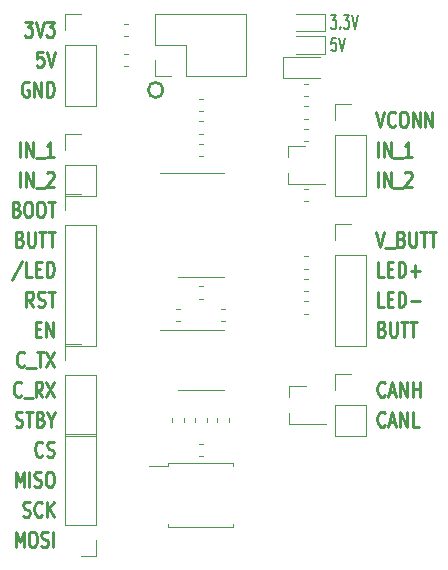
<source format=gbr>
%TF.GenerationSoftware,KiCad,Pcbnew,(5.1.2-1)-1*%
%TF.CreationDate,2019-06-29T03:26:25-07:00*%
%TF.ProjectId,ButtonInterfaceBoard 0-2,42757474-6f6e-4496-9e74-657266616365,rev?*%
%TF.SameCoordinates,Original*%
%TF.FileFunction,Legend,Top*%
%TF.FilePolarity,Positive*%
%FSLAX46Y46*%
G04 Gerber Fmt 4.6, Leading zero omitted, Abs format (unit mm)*
G04 Created by KiCad (PCBNEW (5.1.2-1)-1) date 2019-06-29 03:26:25*
%MOMM*%
%LPD*%
G04 APERTURE LIST*
%ADD10C,0.190500*%
%ADD11C,0.254000*%
%ADD12C,0.120000*%
%ADD13C,0.100000*%
%ADD14C,1.051600*%
%ADD15C,0.701600*%
%ADD16R,1.801600X1.801600*%
%ADD17O,1.801600X1.801600*%
%ADD18R,2.001600X0.901600*%
%ADD19R,1.101600X1.101600*%
G04 APERTURE END LIST*
D10*
X118143110Y-56524071D02*
X117780253Y-56524071D01*
X117743967Y-57068357D01*
X117780253Y-57013928D01*
X117852825Y-56959500D01*
X118034253Y-56959500D01*
X118106825Y-57013928D01*
X118143110Y-57068357D01*
X118179396Y-57177214D01*
X118179396Y-57449357D01*
X118143110Y-57558214D01*
X118106825Y-57612642D01*
X118034253Y-57667071D01*
X117852825Y-57667071D01*
X117780253Y-57612642D01*
X117743967Y-57558214D01*
X118397110Y-56524071D02*
X118651110Y-57667071D01*
X118905110Y-56524071D01*
X117707682Y-54619071D02*
X118179396Y-54619071D01*
X117925396Y-55054500D01*
X118034253Y-55054500D01*
X118106825Y-55108928D01*
X118143110Y-55163357D01*
X118179396Y-55272214D01*
X118179396Y-55544357D01*
X118143110Y-55653214D01*
X118106825Y-55707642D01*
X118034253Y-55762071D01*
X117816539Y-55762071D01*
X117743967Y-55707642D01*
X117707682Y-55653214D01*
X118505967Y-55653214D02*
X118542253Y-55707642D01*
X118505967Y-55762071D01*
X118469682Y-55707642D01*
X118505967Y-55653214D01*
X118505967Y-55762071D01*
X118796253Y-54619071D02*
X119267967Y-54619071D01*
X119013967Y-55054500D01*
X119122825Y-55054500D01*
X119195396Y-55108928D01*
X119231682Y-55163357D01*
X119267967Y-55272214D01*
X119267967Y-55544357D01*
X119231682Y-55653214D01*
X119195396Y-55707642D01*
X119122825Y-55762071D01*
X118905110Y-55762071D01*
X118832539Y-55707642D01*
X118796253Y-55653214D01*
X119485682Y-54619071D02*
X119739682Y-55762071D01*
X119993682Y-54619071D01*
D11*
X103505000Y-60960000D02*
G75*
G03X103505000Y-60960000I-635000J0D01*
G01*
X92127614Y-60325000D02*
X92030852Y-60264523D01*
X91885709Y-60264523D01*
X91740566Y-60325000D01*
X91643804Y-60445952D01*
X91595423Y-60566904D01*
X91547042Y-60808809D01*
X91547042Y-60990238D01*
X91595423Y-61232142D01*
X91643804Y-61353095D01*
X91740566Y-61474047D01*
X91885709Y-61534523D01*
X91982471Y-61534523D01*
X92127614Y-61474047D01*
X92175995Y-61413571D01*
X92175995Y-60990238D01*
X91982471Y-60990238D01*
X92611423Y-61534523D02*
X92611423Y-60264523D01*
X93191995Y-61534523D01*
X93191995Y-60264523D01*
X93675804Y-61534523D02*
X93675804Y-60264523D01*
X93917709Y-60264523D01*
X94062852Y-60325000D01*
X94159614Y-60445952D01*
X94207995Y-60566904D01*
X94256376Y-60808809D01*
X94256376Y-60990238D01*
X94207995Y-61232142D01*
X94159614Y-61353095D01*
X94062852Y-61474047D01*
X93917709Y-61534523D01*
X93675804Y-61534523D01*
X93337138Y-57724523D02*
X92853328Y-57724523D01*
X92804947Y-58329285D01*
X92853328Y-58268809D01*
X92950090Y-58208333D01*
X93191995Y-58208333D01*
X93288757Y-58268809D01*
X93337138Y-58329285D01*
X93385519Y-58450238D01*
X93385519Y-58752619D01*
X93337138Y-58873571D01*
X93288757Y-58934047D01*
X93191995Y-58994523D01*
X92950090Y-58994523D01*
X92853328Y-58934047D01*
X92804947Y-58873571D01*
X93675804Y-57724523D02*
X94014471Y-58994523D01*
X94353138Y-57724523D01*
X91788947Y-55184523D02*
X92417900Y-55184523D01*
X92079233Y-55668333D01*
X92224376Y-55668333D01*
X92321138Y-55728809D01*
X92369519Y-55789285D01*
X92417900Y-55910238D01*
X92417900Y-56212619D01*
X92369519Y-56333571D01*
X92321138Y-56394047D01*
X92224376Y-56454523D01*
X91934090Y-56454523D01*
X91837328Y-56394047D01*
X91788947Y-56333571D01*
X92708185Y-55184523D02*
X93046852Y-56454523D01*
X93385519Y-55184523D01*
X93627423Y-55184523D02*
X94256376Y-55184523D01*
X93917709Y-55668333D01*
X94062852Y-55668333D01*
X94159614Y-55728809D01*
X94207995Y-55789285D01*
X94256376Y-55910238D01*
X94256376Y-56212619D01*
X94207995Y-56333571D01*
X94159614Y-56394047D01*
X94062852Y-56454523D01*
X93772566Y-56454523D01*
X93675804Y-56394047D01*
X93627423Y-56333571D01*
X91014852Y-99634523D02*
X91014852Y-98364523D01*
X91353519Y-99271666D01*
X91692185Y-98364523D01*
X91692185Y-99634523D01*
X92369519Y-98364523D02*
X92563042Y-98364523D01*
X92659804Y-98425000D01*
X92756566Y-98545952D01*
X92804947Y-98787857D01*
X92804947Y-99211190D01*
X92756566Y-99453095D01*
X92659804Y-99574047D01*
X92563042Y-99634523D01*
X92369519Y-99634523D01*
X92272757Y-99574047D01*
X92175995Y-99453095D01*
X92127614Y-99211190D01*
X92127614Y-98787857D01*
X92175995Y-98545952D01*
X92272757Y-98425000D01*
X92369519Y-98364523D01*
X93191995Y-99574047D02*
X93337138Y-99634523D01*
X93579042Y-99634523D01*
X93675804Y-99574047D01*
X93724185Y-99513571D01*
X93772566Y-99392619D01*
X93772566Y-99271666D01*
X93724185Y-99150714D01*
X93675804Y-99090238D01*
X93579042Y-99029761D01*
X93385519Y-98969285D01*
X93288757Y-98908809D01*
X93240376Y-98848333D01*
X93191995Y-98727380D01*
X93191995Y-98606428D01*
X93240376Y-98485476D01*
X93288757Y-98425000D01*
X93385519Y-98364523D01*
X93627423Y-98364523D01*
X93772566Y-98425000D01*
X94207995Y-99634523D02*
X94207995Y-98364523D01*
X91643804Y-97034047D02*
X91788947Y-97094523D01*
X92030852Y-97094523D01*
X92127614Y-97034047D01*
X92175995Y-96973571D01*
X92224376Y-96852619D01*
X92224376Y-96731666D01*
X92175995Y-96610714D01*
X92127614Y-96550238D01*
X92030852Y-96489761D01*
X91837328Y-96429285D01*
X91740566Y-96368809D01*
X91692185Y-96308333D01*
X91643804Y-96187380D01*
X91643804Y-96066428D01*
X91692185Y-95945476D01*
X91740566Y-95885000D01*
X91837328Y-95824523D01*
X92079233Y-95824523D01*
X92224376Y-95885000D01*
X93240376Y-96973571D02*
X93191995Y-97034047D01*
X93046852Y-97094523D01*
X92950090Y-97094523D01*
X92804947Y-97034047D01*
X92708185Y-96913095D01*
X92659804Y-96792142D01*
X92611423Y-96550238D01*
X92611423Y-96368809D01*
X92659804Y-96126904D01*
X92708185Y-96005952D01*
X92804947Y-95885000D01*
X92950090Y-95824523D01*
X93046852Y-95824523D01*
X93191995Y-95885000D01*
X93240376Y-95945476D01*
X93675804Y-97094523D02*
X93675804Y-95824523D01*
X94256376Y-97094523D02*
X93820947Y-96368809D01*
X94256376Y-95824523D02*
X93675804Y-96550238D01*
X91014852Y-94554523D02*
X91014852Y-93284523D01*
X91353519Y-94191666D01*
X91692185Y-93284523D01*
X91692185Y-94554523D01*
X92175995Y-94554523D02*
X92175995Y-93284523D01*
X92611423Y-94494047D02*
X92756566Y-94554523D01*
X92998471Y-94554523D01*
X93095233Y-94494047D01*
X93143614Y-94433571D01*
X93191995Y-94312619D01*
X93191995Y-94191666D01*
X93143614Y-94070714D01*
X93095233Y-94010238D01*
X92998471Y-93949761D01*
X92804947Y-93889285D01*
X92708185Y-93828809D01*
X92659804Y-93768333D01*
X92611423Y-93647380D01*
X92611423Y-93526428D01*
X92659804Y-93405476D01*
X92708185Y-93345000D01*
X92804947Y-93284523D01*
X93046852Y-93284523D01*
X93191995Y-93345000D01*
X93820947Y-93284523D02*
X94014471Y-93284523D01*
X94111233Y-93345000D01*
X94207995Y-93465952D01*
X94256376Y-93707857D01*
X94256376Y-94131190D01*
X94207995Y-94373095D01*
X94111233Y-94494047D01*
X94014471Y-94554523D01*
X93820947Y-94554523D01*
X93724185Y-94494047D01*
X93627423Y-94373095D01*
X93579042Y-94131190D01*
X93579042Y-93707857D01*
X93627423Y-93465952D01*
X93724185Y-93345000D01*
X93820947Y-93284523D01*
X93288757Y-91893571D02*
X93240376Y-91954047D01*
X93095233Y-92014523D01*
X92998471Y-92014523D01*
X92853328Y-91954047D01*
X92756566Y-91833095D01*
X92708185Y-91712142D01*
X92659804Y-91470238D01*
X92659804Y-91288809D01*
X92708185Y-91046904D01*
X92756566Y-90925952D01*
X92853328Y-90805000D01*
X92998471Y-90744523D01*
X93095233Y-90744523D01*
X93240376Y-90805000D01*
X93288757Y-90865476D01*
X93675804Y-91954047D02*
X93820947Y-92014523D01*
X94062852Y-92014523D01*
X94159614Y-91954047D01*
X94207995Y-91893571D01*
X94256376Y-91772619D01*
X94256376Y-91651666D01*
X94207995Y-91530714D01*
X94159614Y-91470238D01*
X94062852Y-91409761D01*
X93869328Y-91349285D01*
X93772566Y-91288809D01*
X93724185Y-91228333D01*
X93675804Y-91107380D01*
X93675804Y-90986428D01*
X93724185Y-90865476D01*
X93772566Y-90805000D01*
X93869328Y-90744523D01*
X94111233Y-90744523D01*
X94256376Y-90805000D01*
X91014852Y-89414047D02*
X91159995Y-89474523D01*
X91401900Y-89474523D01*
X91498661Y-89414047D01*
X91547042Y-89353571D01*
X91595423Y-89232619D01*
X91595423Y-89111666D01*
X91547042Y-88990714D01*
X91498661Y-88930238D01*
X91401900Y-88869761D01*
X91208376Y-88809285D01*
X91111614Y-88748809D01*
X91063233Y-88688333D01*
X91014852Y-88567380D01*
X91014852Y-88446428D01*
X91063233Y-88325476D01*
X91111614Y-88265000D01*
X91208376Y-88204523D01*
X91450280Y-88204523D01*
X91595423Y-88265000D01*
X91885709Y-88204523D02*
X92466280Y-88204523D01*
X92175995Y-89474523D02*
X92175995Y-88204523D01*
X93143614Y-88809285D02*
X93288757Y-88869761D01*
X93337138Y-88930238D01*
X93385519Y-89051190D01*
X93385519Y-89232619D01*
X93337138Y-89353571D01*
X93288757Y-89414047D01*
X93191995Y-89474523D01*
X92804947Y-89474523D01*
X92804947Y-88204523D01*
X93143614Y-88204523D01*
X93240376Y-88265000D01*
X93288757Y-88325476D01*
X93337138Y-88446428D01*
X93337138Y-88567380D01*
X93288757Y-88688333D01*
X93240376Y-88748809D01*
X93143614Y-88809285D01*
X92804947Y-88809285D01*
X94014471Y-88869761D02*
X94014471Y-89474523D01*
X93675804Y-88204523D02*
X94014471Y-88869761D01*
X94353138Y-88204523D01*
X91498661Y-86813571D02*
X91450280Y-86874047D01*
X91305138Y-86934523D01*
X91208376Y-86934523D01*
X91063233Y-86874047D01*
X90966471Y-86753095D01*
X90918090Y-86632142D01*
X90869709Y-86390238D01*
X90869709Y-86208809D01*
X90918090Y-85966904D01*
X90966471Y-85845952D01*
X91063233Y-85725000D01*
X91208376Y-85664523D01*
X91305138Y-85664523D01*
X91450280Y-85725000D01*
X91498661Y-85785476D01*
X91692185Y-87055476D02*
X92466280Y-87055476D01*
X93288757Y-86934523D02*
X92950090Y-86329761D01*
X92708185Y-86934523D02*
X92708185Y-85664523D01*
X93095233Y-85664523D01*
X93191995Y-85725000D01*
X93240376Y-85785476D01*
X93288757Y-85906428D01*
X93288757Y-86087857D01*
X93240376Y-86208809D01*
X93191995Y-86269285D01*
X93095233Y-86329761D01*
X92708185Y-86329761D01*
X93627423Y-85664523D02*
X94304757Y-86934523D01*
X94304757Y-85664523D02*
X93627423Y-86934523D01*
X91740566Y-84273571D02*
X91692185Y-84334047D01*
X91547042Y-84394523D01*
X91450280Y-84394523D01*
X91305138Y-84334047D01*
X91208376Y-84213095D01*
X91159995Y-84092142D01*
X91111614Y-83850238D01*
X91111614Y-83668809D01*
X91159995Y-83426904D01*
X91208376Y-83305952D01*
X91305138Y-83185000D01*
X91450280Y-83124523D01*
X91547042Y-83124523D01*
X91692185Y-83185000D01*
X91740566Y-83245476D01*
X91934090Y-84515476D02*
X92708185Y-84515476D01*
X92804947Y-83124523D02*
X93385519Y-83124523D01*
X93095233Y-84394523D02*
X93095233Y-83124523D01*
X93627423Y-83124523D02*
X94304757Y-84394523D01*
X94304757Y-83124523D02*
X93627423Y-84394523D01*
X92708185Y-81189285D02*
X93046852Y-81189285D01*
X93191995Y-81854523D02*
X92708185Y-81854523D01*
X92708185Y-80584523D01*
X93191995Y-80584523D01*
X93627423Y-81854523D02*
X93627423Y-80584523D01*
X94207995Y-81854523D01*
X94207995Y-80584523D01*
X92514661Y-79314523D02*
X92175995Y-78709761D01*
X91934090Y-79314523D02*
X91934090Y-78044523D01*
X92321138Y-78044523D01*
X92417900Y-78105000D01*
X92466280Y-78165476D01*
X92514661Y-78286428D01*
X92514661Y-78467857D01*
X92466280Y-78588809D01*
X92417900Y-78649285D01*
X92321138Y-78709761D01*
X91934090Y-78709761D01*
X92901709Y-79254047D02*
X93046852Y-79314523D01*
X93288757Y-79314523D01*
X93385519Y-79254047D01*
X93433900Y-79193571D01*
X93482280Y-79072619D01*
X93482280Y-78951666D01*
X93433900Y-78830714D01*
X93385519Y-78770238D01*
X93288757Y-78709761D01*
X93095233Y-78649285D01*
X92998471Y-78588809D01*
X92950090Y-78528333D01*
X92901709Y-78407380D01*
X92901709Y-78286428D01*
X92950090Y-78165476D01*
X92998471Y-78105000D01*
X93095233Y-78044523D01*
X93337138Y-78044523D01*
X93482280Y-78105000D01*
X93772566Y-78044523D02*
X94353138Y-78044523D01*
X94062852Y-79314523D02*
X94062852Y-78044523D01*
X91595423Y-75444047D02*
X90724566Y-77076904D01*
X92417900Y-76774523D02*
X91934090Y-76774523D01*
X91934090Y-75504523D01*
X92756566Y-76109285D02*
X93095233Y-76109285D01*
X93240376Y-76774523D02*
X92756566Y-76774523D01*
X92756566Y-75504523D01*
X93240376Y-75504523D01*
X93675804Y-76774523D02*
X93675804Y-75504523D01*
X93917709Y-75504523D01*
X94062852Y-75565000D01*
X94159614Y-75685952D01*
X94207995Y-75806904D01*
X94256376Y-76048809D01*
X94256376Y-76230238D01*
X94207995Y-76472142D01*
X94159614Y-76593095D01*
X94062852Y-76714047D01*
X93917709Y-76774523D01*
X93675804Y-76774523D01*
X91401900Y-73569285D02*
X91547042Y-73629761D01*
X91595423Y-73690238D01*
X91643804Y-73811190D01*
X91643804Y-73992619D01*
X91595423Y-74113571D01*
X91547042Y-74174047D01*
X91450280Y-74234523D01*
X91063233Y-74234523D01*
X91063233Y-72964523D01*
X91401900Y-72964523D01*
X91498661Y-73025000D01*
X91547042Y-73085476D01*
X91595423Y-73206428D01*
X91595423Y-73327380D01*
X91547042Y-73448333D01*
X91498661Y-73508809D01*
X91401900Y-73569285D01*
X91063233Y-73569285D01*
X92079233Y-72964523D02*
X92079233Y-73992619D01*
X92127614Y-74113571D01*
X92175995Y-74174047D01*
X92272757Y-74234523D01*
X92466280Y-74234523D01*
X92563042Y-74174047D01*
X92611423Y-74113571D01*
X92659804Y-73992619D01*
X92659804Y-72964523D01*
X92998471Y-72964523D02*
X93579042Y-72964523D01*
X93288757Y-74234523D02*
X93288757Y-72964523D01*
X93772566Y-72964523D02*
X94353138Y-72964523D01*
X94062852Y-74234523D02*
X94062852Y-72964523D01*
X91111614Y-71029285D02*
X91256757Y-71089761D01*
X91305138Y-71150238D01*
X91353519Y-71271190D01*
X91353519Y-71452619D01*
X91305138Y-71573571D01*
X91256757Y-71634047D01*
X91159995Y-71694523D01*
X90772947Y-71694523D01*
X90772947Y-70424523D01*
X91111614Y-70424523D01*
X91208376Y-70485000D01*
X91256757Y-70545476D01*
X91305138Y-70666428D01*
X91305138Y-70787380D01*
X91256757Y-70908333D01*
X91208376Y-70968809D01*
X91111614Y-71029285D01*
X90772947Y-71029285D01*
X91982471Y-70424523D02*
X92175995Y-70424523D01*
X92272757Y-70485000D01*
X92369519Y-70605952D01*
X92417900Y-70847857D01*
X92417900Y-71271190D01*
X92369519Y-71513095D01*
X92272757Y-71634047D01*
X92175995Y-71694523D01*
X91982471Y-71694523D01*
X91885709Y-71634047D01*
X91788947Y-71513095D01*
X91740566Y-71271190D01*
X91740566Y-70847857D01*
X91788947Y-70605952D01*
X91885709Y-70485000D01*
X91982471Y-70424523D01*
X93046852Y-70424523D02*
X93240376Y-70424523D01*
X93337138Y-70485000D01*
X93433900Y-70605952D01*
X93482280Y-70847857D01*
X93482280Y-71271190D01*
X93433900Y-71513095D01*
X93337138Y-71634047D01*
X93240376Y-71694523D01*
X93046852Y-71694523D01*
X92950090Y-71634047D01*
X92853328Y-71513095D01*
X92804947Y-71271190D01*
X92804947Y-70847857D01*
X92853328Y-70605952D01*
X92950090Y-70485000D01*
X93046852Y-70424523D01*
X93772566Y-70424523D02*
X94353138Y-70424523D01*
X94062852Y-71694523D02*
X94062852Y-70424523D01*
X91401900Y-69154523D02*
X91401900Y-67884523D01*
X91885709Y-69154523D02*
X91885709Y-67884523D01*
X92466280Y-69154523D01*
X92466280Y-67884523D01*
X92708185Y-69275476D02*
X93482280Y-69275476D01*
X93675804Y-68005476D02*
X93724185Y-67945000D01*
X93820947Y-67884523D01*
X94062852Y-67884523D01*
X94159614Y-67945000D01*
X94207995Y-68005476D01*
X94256376Y-68126428D01*
X94256376Y-68247380D01*
X94207995Y-68428809D01*
X93627423Y-69154523D01*
X94256376Y-69154523D01*
X91401900Y-66614523D02*
X91401900Y-65344523D01*
X91885709Y-66614523D02*
X91885709Y-65344523D01*
X92466280Y-66614523D01*
X92466280Y-65344523D01*
X92708185Y-66735476D02*
X93482280Y-66735476D01*
X94256376Y-66614523D02*
X93675804Y-66614523D01*
X93966090Y-66614523D02*
X93966090Y-65344523D01*
X93869328Y-65525952D01*
X93772566Y-65646904D01*
X93675804Y-65707380D01*
X122272576Y-89353571D02*
X122224195Y-89414047D01*
X122079052Y-89474523D01*
X121982290Y-89474523D01*
X121837147Y-89414047D01*
X121740385Y-89293095D01*
X121692004Y-89172142D01*
X121643623Y-88930238D01*
X121643623Y-88748809D01*
X121692004Y-88506904D01*
X121740385Y-88385952D01*
X121837147Y-88265000D01*
X121982290Y-88204523D01*
X122079052Y-88204523D01*
X122224195Y-88265000D01*
X122272576Y-88325476D01*
X122659623Y-89111666D02*
X123143433Y-89111666D01*
X122562861Y-89474523D02*
X122901528Y-88204523D01*
X123240195Y-89474523D01*
X123578861Y-89474523D02*
X123578861Y-88204523D01*
X124159433Y-89474523D01*
X124159433Y-88204523D01*
X125127052Y-89474523D02*
X124643242Y-89474523D01*
X124643242Y-88204523D01*
X122272576Y-86813571D02*
X122224195Y-86874047D01*
X122079052Y-86934523D01*
X121982290Y-86934523D01*
X121837147Y-86874047D01*
X121740385Y-86753095D01*
X121692004Y-86632142D01*
X121643623Y-86390238D01*
X121643623Y-86208809D01*
X121692004Y-85966904D01*
X121740385Y-85845952D01*
X121837147Y-85725000D01*
X121982290Y-85664523D01*
X122079052Y-85664523D01*
X122224195Y-85725000D01*
X122272576Y-85785476D01*
X122659623Y-86571666D02*
X123143433Y-86571666D01*
X122562861Y-86934523D02*
X122901528Y-85664523D01*
X123240195Y-86934523D01*
X123578861Y-86934523D02*
X123578861Y-85664523D01*
X124159433Y-86934523D01*
X124159433Y-85664523D01*
X124643242Y-86934523D02*
X124643242Y-85664523D01*
X124643242Y-86269285D02*
X125223814Y-86269285D01*
X125223814Y-86934523D02*
X125223814Y-85664523D01*
X122030671Y-81189285D02*
X122175814Y-81249761D01*
X122224195Y-81310238D01*
X122272576Y-81431190D01*
X122272576Y-81612619D01*
X122224195Y-81733571D01*
X122175814Y-81794047D01*
X122079052Y-81854523D01*
X121692004Y-81854523D01*
X121692004Y-80584523D01*
X122030671Y-80584523D01*
X122127433Y-80645000D01*
X122175814Y-80705476D01*
X122224195Y-80826428D01*
X122224195Y-80947380D01*
X122175814Y-81068333D01*
X122127433Y-81128809D01*
X122030671Y-81189285D01*
X121692004Y-81189285D01*
X122708004Y-80584523D02*
X122708004Y-81612619D01*
X122756385Y-81733571D01*
X122804766Y-81794047D01*
X122901528Y-81854523D01*
X123095052Y-81854523D01*
X123191814Y-81794047D01*
X123240195Y-81733571D01*
X123288576Y-81612619D01*
X123288576Y-80584523D01*
X123627242Y-80584523D02*
X124207814Y-80584523D01*
X123917528Y-81854523D02*
X123917528Y-80584523D01*
X124401338Y-80584523D02*
X124981909Y-80584523D01*
X124691623Y-81854523D02*
X124691623Y-80584523D01*
X122175814Y-79314523D02*
X121692004Y-79314523D01*
X121692004Y-78044523D01*
X122514480Y-78649285D02*
X122853147Y-78649285D01*
X122998290Y-79314523D02*
X122514480Y-79314523D01*
X122514480Y-78044523D01*
X122998290Y-78044523D01*
X123433719Y-79314523D02*
X123433719Y-78044523D01*
X123675623Y-78044523D01*
X123820766Y-78105000D01*
X123917528Y-78225952D01*
X123965909Y-78346904D01*
X124014290Y-78588809D01*
X124014290Y-78770238D01*
X123965909Y-79012142D01*
X123917528Y-79133095D01*
X123820766Y-79254047D01*
X123675623Y-79314523D01*
X123433719Y-79314523D01*
X124449719Y-78830714D02*
X125223814Y-78830714D01*
X122175814Y-76774523D02*
X121692004Y-76774523D01*
X121692004Y-75504523D01*
X122514480Y-76109285D02*
X122853147Y-76109285D01*
X122998290Y-76774523D02*
X122514480Y-76774523D01*
X122514480Y-75504523D01*
X122998290Y-75504523D01*
X123433719Y-76774523D02*
X123433719Y-75504523D01*
X123675623Y-75504523D01*
X123820766Y-75565000D01*
X123917528Y-75685952D01*
X123965909Y-75806904D01*
X124014290Y-76048809D01*
X124014290Y-76230238D01*
X123965909Y-76472142D01*
X123917528Y-76593095D01*
X123820766Y-76714047D01*
X123675623Y-76774523D01*
X123433719Y-76774523D01*
X124449719Y-76290714D02*
X125223814Y-76290714D01*
X124836766Y-76774523D02*
X124836766Y-75806904D01*
X121546861Y-72964523D02*
X121885528Y-74234523D01*
X122224195Y-72964523D01*
X122320957Y-74355476D02*
X123095052Y-74355476D01*
X123675623Y-73569285D02*
X123820766Y-73629761D01*
X123869147Y-73690238D01*
X123917528Y-73811190D01*
X123917528Y-73992619D01*
X123869147Y-74113571D01*
X123820766Y-74174047D01*
X123724004Y-74234523D01*
X123336957Y-74234523D01*
X123336957Y-72964523D01*
X123675623Y-72964523D01*
X123772385Y-73025000D01*
X123820766Y-73085476D01*
X123869147Y-73206428D01*
X123869147Y-73327380D01*
X123820766Y-73448333D01*
X123772385Y-73508809D01*
X123675623Y-73569285D01*
X123336957Y-73569285D01*
X124352957Y-72964523D02*
X124352957Y-73992619D01*
X124401338Y-74113571D01*
X124449719Y-74174047D01*
X124546480Y-74234523D01*
X124740004Y-74234523D01*
X124836766Y-74174047D01*
X124885147Y-74113571D01*
X124933528Y-73992619D01*
X124933528Y-72964523D01*
X125272195Y-72964523D02*
X125852766Y-72964523D01*
X125562480Y-74234523D02*
X125562480Y-72964523D01*
X126046290Y-72964523D02*
X126626861Y-72964523D01*
X126336576Y-74234523D02*
X126336576Y-72964523D01*
X121692004Y-69154523D02*
X121692004Y-67884523D01*
X122175814Y-69154523D02*
X122175814Y-67884523D01*
X122756385Y-69154523D01*
X122756385Y-67884523D01*
X122998290Y-69275476D02*
X123772385Y-69275476D01*
X123965909Y-68005476D02*
X124014290Y-67945000D01*
X124111052Y-67884523D01*
X124352957Y-67884523D01*
X124449719Y-67945000D01*
X124498100Y-68005476D01*
X124546480Y-68126428D01*
X124546480Y-68247380D01*
X124498100Y-68428809D01*
X123917528Y-69154523D01*
X124546480Y-69154523D01*
X121692004Y-66614523D02*
X121692004Y-65344523D01*
X122175814Y-66614523D02*
X122175814Y-65344523D01*
X122756385Y-66614523D01*
X122756385Y-65344523D01*
X122998290Y-66735476D02*
X123772385Y-66735476D01*
X124546480Y-66614523D02*
X123965909Y-66614523D01*
X124256195Y-66614523D02*
X124256195Y-65344523D01*
X124159433Y-65525952D01*
X124062671Y-65646904D01*
X123965909Y-65707380D01*
X121546861Y-62804523D02*
X121885528Y-64074523D01*
X122224195Y-62804523D01*
X123143433Y-63953571D02*
X123095052Y-64014047D01*
X122949909Y-64074523D01*
X122853147Y-64074523D01*
X122708004Y-64014047D01*
X122611242Y-63893095D01*
X122562861Y-63772142D01*
X122514480Y-63530238D01*
X122514480Y-63348809D01*
X122562861Y-63106904D01*
X122611242Y-62985952D01*
X122708004Y-62865000D01*
X122853147Y-62804523D01*
X122949909Y-62804523D01*
X123095052Y-62865000D01*
X123143433Y-62925476D01*
X123772385Y-62804523D02*
X123965909Y-62804523D01*
X124062671Y-62865000D01*
X124159433Y-62985952D01*
X124207814Y-63227857D01*
X124207814Y-63651190D01*
X124159433Y-63893095D01*
X124062671Y-64014047D01*
X123965909Y-64074523D01*
X123772385Y-64074523D01*
X123675623Y-64014047D01*
X123578861Y-63893095D01*
X123530480Y-63651190D01*
X123530480Y-63227857D01*
X123578861Y-62985952D01*
X123675623Y-62865000D01*
X123772385Y-62804523D01*
X124643242Y-64074523D02*
X124643242Y-62804523D01*
X125223814Y-64074523D01*
X125223814Y-62804523D01*
X125707623Y-64074523D02*
X125707623Y-62804523D01*
X126288195Y-64074523D01*
X126288195Y-62804523D01*
D12*
X117230000Y-54510000D02*
X114770000Y-54510000D01*
X117230000Y-55980000D02*
X117230000Y-54510000D01*
X114770000Y-55980000D02*
X117230000Y-55980000D01*
X117230000Y-56415000D02*
X114770000Y-56415000D01*
X117230000Y-57885000D02*
X117230000Y-56415000D01*
X114770000Y-57885000D02*
X117230000Y-57885000D01*
X100501267Y-55370000D02*
X100158733Y-55370000D01*
X100501267Y-56390000D02*
X100158733Y-56390000D01*
X100501267Y-57910000D02*
X100158733Y-57910000D01*
X100501267Y-58930000D02*
X100158733Y-58930000D01*
X106680000Y-86380000D02*
X108630000Y-86380000D01*
X106680000Y-86380000D02*
X104730000Y-86380000D01*
X106680000Y-81260000D02*
X108630000Y-81260000D01*
X106680000Y-81260000D02*
X103230000Y-81260000D01*
X106680000Y-76825000D02*
X108630000Y-76825000D01*
X106680000Y-76825000D02*
X104730000Y-76825000D01*
X106680000Y-67955000D02*
X108630000Y-67955000D01*
X106680000Y-67955000D02*
X103230000Y-67955000D01*
X110550000Y-59750000D02*
X110550000Y-54550000D01*
X105410000Y-59750000D02*
X110550000Y-59750000D01*
X102810000Y-54550000D02*
X110550000Y-54550000D01*
X105410000Y-59750000D02*
X105410000Y-57150000D01*
X105410000Y-57150000D02*
X102810000Y-57150000D01*
X102810000Y-57150000D02*
X102810000Y-54550000D01*
X104140000Y-59750000D02*
X102810000Y-59750000D01*
X102810000Y-59750000D02*
X102810000Y-58420000D01*
X108413733Y-79500000D02*
X108756267Y-79500000D01*
X108413733Y-80520000D02*
X108756267Y-80520000D01*
X106508733Y-66550000D02*
X106851267Y-66550000D01*
X106508733Y-65530000D02*
X106851267Y-65530000D01*
X104946267Y-79500000D02*
X104603733Y-79500000D01*
X104946267Y-80520000D02*
X104603733Y-80520000D01*
X106170000Y-89071267D02*
X106170000Y-88728733D01*
X107190000Y-89071267D02*
X107190000Y-88728733D01*
X106851267Y-61720000D02*
X106508733Y-61720000D01*
X106851267Y-62740000D02*
X106508733Y-62740000D01*
X106508733Y-90930000D02*
X106851267Y-90930000D01*
X106508733Y-91950000D02*
X106851267Y-91950000D01*
X115398733Y-76960000D02*
X115741267Y-76960000D01*
X115398733Y-77980000D02*
X115741267Y-77980000D01*
X114048000Y-65730000D02*
X115508000Y-65730000D01*
X114048000Y-68890000D02*
X117208000Y-68890000D01*
X114048000Y-68890000D02*
X114048000Y-67960000D01*
X114048000Y-65730000D02*
X114048000Y-66660000D01*
X113670000Y-58205000D02*
X113670000Y-59905000D01*
X113670000Y-59905000D02*
X116820000Y-59905000D01*
X113670000Y-58205000D02*
X116820000Y-58205000D01*
X114175000Y-86050000D02*
X114175000Y-86980000D01*
X114175000Y-89210000D02*
X114175000Y-88280000D01*
X114175000Y-89210000D02*
X117335000Y-89210000D01*
X114175000Y-86050000D02*
X115635000Y-86050000D01*
X95190000Y-62290000D02*
X97850000Y-62290000D01*
X95190000Y-57150000D02*
X95190000Y-62290000D01*
X97850000Y-57150000D02*
X97850000Y-62290000D01*
X95190000Y-57150000D02*
X97850000Y-57150000D01*
X95190000Y-55880000D02*
X95190000Y-54550000D01*
X95190000Y-54550000D02*
X96520000Y-54550000D01*
X95190000Y-64710000D02*
X96520000Y-64710000D01*
X95190000Y-66040000D02*
X95190000Y-64710000D01*
X95190000Y-67310000D02*
X97850000Y-67310000D01*
X97850000Y-67310000D02*
X97850000Y-69910000D01*
X95190000Y-67310000D02*
X95190000Y-69910000D01*
X95190000Y-69910000D02*
X97850000Y-69910000D01*
X95190000Y-82610000D02*
X97850000Y-82610000D01*
X95190000Y-72390000D02*
X95190000Y-82610000D01*
X97850000Y-72390000D02*
X97850000Y-82610000D01*
X95190000Y-72390000D02*
X97850000Y-72390000D01*
X95190000Y-71120000D02*
X95190000Y-69790000D01*
X95190000Y-69790000D02*
X96520000Y-69790000D01*
X97850000Y-90110000D02*
X95190000Y-90110000D01*
X97850000Y-97790000D02*
X97850000Y-90110000D01*
X95190000Y-97790000D02*
X95190000Y-90110000D01*
X97850000Y-97790000D02*
X95190000Y-97790000D01*
X97850000Y-99060000D02*
X97850000Y-100390000D01*
X97850000Y-100390000D02*
X96520000Y-100390000D01*
X95190000Y-90230000D02*
X97850000Y-90230000D01*
X95190000Y-85090000D02*
X95190000Y-90230000D01*
X97850000Y-85090000D02*
X97850000Y-90230000D01*
X95190000Y-85090000D02*
X97850000Y-85090000D01*
X95190000Y-83820000D02*
X95190000Y-82490000D01*
X95190000Y-82490000D02*
X96520000Y-82490000D01*
X118050000Y-62170000D02*
X119380000Y-62170000D01*
X118050000Y-63500000D02*
X118050000Y-62170000D01*
X118050000Y-64770000D02*
X120710000Y-64770000D01*
X120710000Y-64770000D02*
X120710000Y-69910000D01*
X118050000Y-64770000D02*
X118050000Y-69910000D01*
X118050000Y-69910000D02*
X120710000Y-69910000D01*
X118050000Y-90230000D02*
X120710000Y-90230000D01*
X118050000Y-87630000D02*
X118050000Y-90230000D01*
X120710000Y-87630000D02*
X120710000Y-90230000D01*
X118050000Y-87630000D02*
X120710000Y-87630000D01*
X118050000Y-86360000D02*
X118050000Y-85030000D01*
X118050000Y-85030000D02*
X119380000Y-85030000D01*
X118050000Y-72330000D02*
X119380000Y-72330000D01*
X118050000Y-73660000D02*
X118050000Y-72330000D01*
X118050000Y-74930000D02*
X120710000Y-74930000D01*
X120710000Y-74930000D02*
X120710000Y-82610000D01*
X118050000Y-74930000D02*
X118050000Y-82610000D01*
X118050000Y-82610000D02*
X120710000Y-82610000D01*
X115398733Y-61470000D02*
X115741267Y-61470000D01*
X115398733Y-60450000D02*
X115741267Y-60450000D01*
X115741267Y-63375000D02*
X115398733Y-63375000D01*
X115741267Y-62355000D02*
X115398733Y-62355000D01*
X115741267Y-65280000D02*
X115398733Y-65280000D01*
X115741267Y-64260000D02*
X115398733Y-64260000D01*
X115741267Y-69340000D02*
X115398733Y-69340000D01*
X115741267Y-70360000D02*
X115398733Y-70360000D01*
X109095000Y-88728733D02*
X109095000Y-89071267D01*
X108075000Y-88728733D02*
X108075000Y-89071267D01*
X104265000Y-88728733D02*
X104265000Y-89071267D01*
X105285000Y-88728733D02*
X105285000Y-89071267D01*
X106851267Y-78615000D02*
X106508733Y-78615000D01*
X106851267Y-77595000D02*
X106508733Y-77595000D01*
X106508733Y-64645000D02*
X106851267Y-64645000D01*
X106508733Y-63625000D02*
X106851267Y-63625000D01*
X115741267Y-75055000D02*
X115398733Y-75055000D01*
X115741267Y-76075000D02*
X115398733Y-76075000D01*
X115741267Y-79885000D02*
X115398733Y-79885000D01*
X115741267Y-78865000D02*
X115398733Y-78865000D01*
X103955000Y-92785000D02*
X102280000Y-92785000D01*
X103955000Y-92525000D02*
X103955000Y-92785000D01*
X106680000Y-92525000D02*
X103955000Y-92525000D01*
X109405000Y-92525000D02*
X109405000Y-92785000D01*
X106680000Y-92525000D02*
X109405000Y-92525000D01*
X103955000Y-97975000D02*
X103955000Y-97715000D01*
X106680000Y-97975000D02*
X103955000Y-97975000D01*
X109405000Y-97975000D02*
X109405000Y-97715000D01*
X106680000Y-97975000D02*
X109405000Y-97975000D01*
%LPC*%
D13*
G36*
X115033669Y-54720466D02*
G01*
X115059189Y-54724252D01*
X115084216Y-54730520D01*
X115108507Y-54739212D01*
X115131830Y-54750243D01*
X115153959Y-54763507D01*
X115174682Y-54778876D01*
X115193798Y-54796202D01*
X115211124Y-54815318D01*
X115226493Y-54836041D01*
X115239757Y-54858170D01*
X115250788Y-54881493D01*
X115259480Y-54905784D01*
X115265748Y-54930811D01*
X115269534Y-54956331D01*
X115270800Y-54982100D01*
X115270800Y-55507900D01*
X115269534Y-55533669D01*
X115265748Y-55559189D01*
X115259480Y-55584216D01*
X115250788Y-55608507D01*
X115239757Y-55631830D01*
X115226493Y-55653959D01*
X115211124Y-55674682D01*
X115193798Y-55693798D01*
X115174682Y-55711124D01*
X115153959Y-55726493D01*
X115131830Y-55739757D01*
X115108507Y-55750788D01*
X115084216Y-55759480D01*
X115059189Y-55765748D01*
X115033669Y-55769534D01*
X115007900Y-55770800D01*
X114382100Y-55770800D01*
X114356331Y-55769534D01*
X114330811Y-55765748D01*
X114305784Y-55759480D01*
X114281493Y-55750788D01*
X114258170Y-55739757D01*
X114236041Y-55726493D01*
X114215318Y-55711124D01*
X114196202Y-55693798D01*
X114178876Y-55674682D01*
X114163507Y-55653959D01*
X114150243Y-55631830D01*
X114139212Y-55608507D01*
X114130520Y-55584216D01*
X114124252Y-55559189D01*
X114120466Y-55533669D01*
X114119200Y-55507900D01*
X114119200Y-54982100D01*
X114120466Y-54956331D01*
X114124252Y-54930811D01*
X114130520Y-54905784D01*
X114139212Y-54881493D01*
X114150243Y-54858170D01*
X114163507Y-54836041D01*
X114178876Y-54815318D01*
X114196202Y-54796202D01*
X114215318Y-54778876D01*
X114236041Y-54763507D01*
X114258170Y-54750243D01*
X114281493Y-54739212D01*
X114305784Y-54730520D01*
X114330811Y-54724252D01*
X114356331Y-54720466D01*
X114382100Y-54719200D01*
X115007900Y-54719200D01*
X115033669Y-54720466D01*
X115033669Y-54720466D01*
G37*
D14*
X114695000Y-55245000D03*
D13*
G36*
X116783669Y-54720466D02*
G01*
X116809189Y-54724252D01*
X116834216Y-54730520D01*
X116858507Y-54739212D01*
X116881830Y-54750243D01*
X116903959Y-54763507D01*
X116924682Y-54778876D01*
X116943798Y-54796202D01*
X116961124Y-54815318D01*
X116976493Y-54836041D01*
X116989757Y-54858170D01*
X117000788Y-54881493D01*
X117009480Y-54905784D01*
X117015748Y-54930811D01*
X117019534Y-54956331D01*
X117020800Y-54982100D01*
X117020800Y-55507900D01*
X117019534Y-55533669D01*
X117015748Y-55559189D01*
X117009480Y-55584216D01*
X117000788Y-55608507D01*
X116989757Y-55631830D01*
X116976493Y-55653959D01*
X116961124Y-55674682D01*
X116943798Y-55693798D01*
X116924682Y-55711124D01*
X116903959Y-55726493D01*
X116881830Y-55739757D01*
X116858507Y-55750788D01*
X116834216Y-55759480D01*
X116809189Y-55765748D01*
X116783669Y-55769534D01*
X116757900Y-55770800D01*
X116132100Y-55770800D01*
X116106331Y-55769534D01*
X116080811Y-55765748D01*
X116055784Y-55759480D01*
X116031493Y-55750788D01*
X116008170Y-55739757D01*
X115986041Y-55726493D01*
X115965318Y-55711124D01*
X115946202Y-55693798D01*
X115928876Y-55674682D01*
X115913507Y-55653959D01*
X115900243Y-55631830D01*
X115889212Y-55608507D01*
X115880520Y-55584216D01*
X115874252Y-55559189D01*
X115870466Y-55533669D01*
X115869200Y-55507900D01*
X115869200Y-54982100D01*
X115870466Y-54956331D01*
X115874252Y-54930811D01*
X115880520Y-54905784D01*
X115889212Y-54881493D01*
X115900243Y-54858170D01*
X115913507Y-54836041D01*
X115928876Y-54815318D01*
X115946202Y-54796202D01*
X115965318Y-54778876D01*
X115986041Y-54763507D01*
X116008170Y-54750243D01*
X116031493Y-54739212D01*
X116055784Y-54730520D01*
X116080811Y-54724252D01*
X116106331Y-54720466D01*
X116132100Y-54719200D01*
X116757900Y-54719200D01*
X116783669Y-54720466D01*
X116783669Y-54720466D01*
G37*
D14*
X116445000Y-55245000D03*
D13*
G36*
X115033669Y-56625466D02*
G01*
X115059189Y-56629252D01*
X115084216Y-56635520D01*
X115108507Y-56644212D01*
X115131830Y-56655243D01*
X115153959Y-56668507D01*
X115174682Y-56683876D01*
X115193798Y-56701202D01*
X115211124Y-56720318D01*
X115226493Y-56741041D01*
X115239757Y-56763170D01*
X115250788Y-56786493D01*
X115259480Y-56810784D01*
X115265748Y-56835811D01*
X115269534Y-56861331D01*
X115270800Y-56887100D01*
X115270800Y-57412900D01*
X115269534Y-57438669D01*
X115265748Y-57464189D01*
X115259480Y-57489216D01*
X115250788Y-57513507D01*
X115239757Y-57536830D01*
X115226493Y-57558959D01*
X115211124Y-57579682D01*
X115193798Y-57598798D01*
X115174682Y-57616124D01*
X115153959Y-57631493D01*
X115131830Y-57644757D01*
X115108507Y-57655788D01*
X115084216Y-57664480D01*
X115059189Y-57670748D01*
X115033669Y-57674534D01*
X115007900Y-57675800D01*
X114382100Y-57675800D01*
X114356331Y-57674534D01*
X114330811Y-57670748D01*
X114305784Y-57664480D01*
X114281493Y-57655788D01*
X114258170Y-57644757D01*
X114236041Y-57631493D01*
X114215318Y-57616124D01*
X114196202Y-57598798D01*
X114178876Y-57579682D01*
X114163507Y-57558959D01*
X114150243Y-57536830D01*
X114139212Y-57513507D01*
X114130520Y-57489216D01*
X114124252Y-57464189D01*
X114120466Y-57438669D01*
X114119200Y-57412900D01*
X114119200Y-56887100D01*
X114120466Y-56861331D01*
X114124252Y-56835811D01*
X114130520Y-56810784D01*
X114139212Y-56786493D01*
X114150243Y-56763170D01*
X114163507Y-56741041D01*
X114178876Y-56720318D01*
X114196202Y-56701202D01*
X114215318Y-56683876D01*
X114236041Y-56668507D01*
X114258170Y-56655243D01*
X114281493Y-56644212D01*
X114305784Y-56635520D01*
X114330811Y-56629252D01*
X114356331Y-56625466D01*
X114382100Y-56624200D01*
X115007900Y-56624200D01*
X115033669Y-56625466D01*
X115033669Y-56625466D01*
G37*
D14*
X114695000Y-57150000D03*
D13*
G36*
X116783669Y-56625466D02*
G01*
X116809189Y-56629252D01*
X116834216Y-56635520D01*
X116858507Y-56644212D01*
X116881830Y-56655243D01*
X116903959Y-56668507D01*
X116924682Y-56683876D01*
X116943798Y-56701202D01*
X116961124Y-56720318D01*
X116976493Y-56741041D01*
X116989757Y-56763170D01*
X117000788Y-56786493D01*
X117009480Y-56810784D01*
X117015748Y-56835811D01*
X117019534Y-56861331D01*
X117020800Y-56887100D01*
X117020800Y-57412900D01*
X117019534Y-57438669D01*
X117015748Y-57464189D01*
X117009480Y-57489216D01*
X117000788Y-57513507D01*
X116989757Y-57536830D01*
X116976493Y-57558959D01*
X116961124Y-57579682D01*
X116943798Y-57598798D01*
X116924682Y-57616124D01*
X116903959Y-57631493D01*
X116881830Y-57644757D01*
X116858507Y-57655788D01*
X116834216Y-57664480D01*
X116809189Y-57670748D01*
X116783669Y-57674534D01*
X116757900Y-57675800D01*
X116132100Y-57675800D01*
X116106331Y-57674534D01*
X116080811Y-57670748D01*
X116055784Y-57664480D01*
X116031493Y-57655788D01*
X116008170Y-57644757D01*
X115986041Y-57631493D01*
X115965318Y-57616124D01*
X115946202Y-57598798D01*
X115928876Y-57579682D01*
X115913507Y-57558959D01*
X115900243Y-57536830D01*
X115889212Y-57513507D01*
X115880520Y-57489216D01*
X115874252Y-57464189D01*
X115870466Y-57438669D01*
X115869200Y-57412900D01*
X115869200Y-56887100D01*
X115870466Y-56861331D01*
X115874252Y-56835811D01*
X115880520Y-56810784D01*
X115889212Y-56786493D01*
X115900243Y-56763170D01*
X115913507Y-56741041D01*
X115928876Y-56720318D01*
X115946202Y-56701202D01*
X115965318Y-56683876D01*
X115986041Y-56668507D01*
X116008170Y-56655243D01*
X116031493Y-56644212D01*
X116055784Y-56635520D01*
X116080811Y-56629252D01*
X116106331Y-56625466D01*
X116132100Y-56624200D01*
X116757900Y-56624200D01*
X116783669Y-56625466D01*
X116783669Y-56625466D01*
G37*
D14*
X116445000Y-57150000D03*
D13*
G36*
X99793669Y-55355466D02*
G01*
X99819189Y-55359252D01*
X99844216Y-55365520D01*
X99868507Y-55374212D01*
X99891830Y-55385243D01*
X99913959Y-55398507D01*
X99934682Y-55413876D01*
X99953798Y-55431202D01*
X99971124Y-55450318D01*
X99986493Y-55471041D01*
X99999757Y-55493170D01*
X100010788Y-55516493D01*
X100019480Y-55540784D01*
X100025748Y-55565811D01*
X100029534Y-55591331D01*
X100030800Y-55617100D01*
X100030800Y-56142900D01*
X100029534Y-56168669D01*
X100025748Y-56194189D01*
X100019480Y-56219216D01*
X100010788Y-56243507D01*
X99999757Y-56266830D01*
X99986493Y-56288959D01*
X99971124Y-56309682D01*
X99953798Y-56328798D01*
X99934682Y-56346124D01*
X99913959Y-56361493D01*
X99891830Y-56374757D01*
X99868507Y-56385788D01*
X99844216Y-56394480D01*
X99819189Y-56400748D01*
X99793669Y-56404534D01*
X99767900Y-56405800D01*
X99142100Y-56405800D01*
X99116331Y-56404534D01*
X99090811Y-56400748D01*
X99065784Y-56394480D01*
X99041493Y-56385788D01*
X99018170Y-56374757D01*
X98996041Y-56361493D01*
X98975318Y-56346124D01*
X98956202Y-56328798D01*
X98938876Y-56309682D01*
X98923507Y-56288959D01*
X98910243Y-56266830D01*
X98899212Y-56243507D01*
X98890520Y-56219216D01*
X98884252Y-56194189D01*
X98880466Y-56168669D01*
X98879200Y-56142900D01*
X98879200Y-55617100D01*
X98880466Y-55591331D01*
X98884252Y-55565811D01*
X98890520Y-55540784D01*
X98899212Y-55516493D01*
X98910243Y-55493170D01*
X98923507Y-55471041D01*
X98938876Y-55450318D01*
X98956202Y-55431202D01*
X98975318Y-55413876D01*
X98996041Y-55398507D01*
X99018170Y-55385243D01*
X99041493Y-55374212D01*
X99065784Y-55365520D01*
X99090811Y-55359252D01*
X99116331Y-55355466D01*
X99142100Y-55354200D01*
X99767900Y-55354200D01*
X99793669Y-55355466D01*
X99793669Y-55355466D01*
G37*
D14*
X99455000Y-55880000D03*
D13*
G36*
X101543669Y-55355466D02*
G01*
X101569189Y-55359252D01*
X101594216Y-55365520D01*
X101618507Y-55374212D01*
X101641830Y-55385243D01*
X101663959Y-55398507D01*
X101684682Y-55413876D01*
X101703798Y-55431202D01*
X101721124Y-55450318D01*
X101736493Y-55471041D01*
X101749757Y-55493170D01*
X101760788Y-55516493D01*
X101769480Y-55540784D01*
X101775748Y-55565811D01*
X101779534Y-55591331D01*
X101780800Y-55617100D01*
X101780800Y-56142900D01*
X101779534Y-56168669D01*
X101775748Y-56194189D01*
X101769480Y-56219216D01*
X101760788Y-56243507D01*
X101749757Y-56266830D01*
X101736493Y-56288959D01*
X101721124Y-56309682D01*
X101703798Y-56328798D01*
X101684682Y-56346124D01*
X101663959Y-56361493D01*
X101641830Y-56374757D01*
X101618507Y-56385788D01*
X101594216Y-56394480D01*
X101569189Y-56400748D01*
X101543669Y-56404534D01*
X101517900Y-56405800D01*
X100892100Y-56405800D01*
X100866331Y-56404534D01*
X100840811Y-56400748D01*
X100815784Y-56394480D01*
X100791493Y-56385788D01*
X100768170Y-56374757D01*
X100746041Y-56361493D01*
X100725318Y-56346124D01*
X100706202Y-56328798D01*
X100688876Y-56309682D01*
X100673507Y-56288959D01*
X100660243Y-56266830D01*
X100649212Y-56243507D01*
X100640520Y-56219216D01*
X100634252Y-56194189D01*
X100630466Y-56168669D01*
X100629200Y-56142900D01*
X100629200Y-55617100D01*
X100630466Y-55591331D01*
X100634252Y-55565811D01*
X100640520Y-55540784D01*
X100649212Y-55516493D01*
X100660243Y-55493170D01*
X100673507Y-55471041D01*
X100688876Y-55450318D01*
X100706202Y-55431202D01*
X100725318Y-55413876D01*
X100746041Y-55398507D01*
X100768170Y-55385243D01*
X100791493Y-55374212D01*
X100815784Y-55365520D01*
X100840811Y-55359252D01*
X100866331Y-55355466D01*
X100892100Y-55354200D01*
X101517900Y-55354200D01*
X101543669Y-55355466D01*
X101543669Y-55355466D01*
G37*
D14*
X101205000Y-55880000D03*
D13*
G36*
X99793669Y-57895466D02*
G01*
X99819189Y-57899252D01*
X99844216Y-57905520D01*
X99868507Y-57914212D01*
X99891830Y-57925243D01*
X99913959Y-57938507D01*
X99934682Y-57953876D01*
X99953798Y-57971202D01*
X99971124Y-57990318D01*
X99986493Y-58011041D01*
X99999757Y-58033170D01*
X100010788Y-58056493D01*
X100019480Y-58080784D01*
X100025748Y-58105811D01*
X100029534Y-58131331D01*
X100030800Y-58157100D01*
X100030800Y-58682900D01*
X100029534Y-58708669D01*
X100025748Y-58734189D01*
X100019480Y-58759216D01*
X100010788Y-58783507D01*
X99999757Y-58806830D01*
X99986493Y-58828959D01*
X99971124Y-58849682D01*
X99953798Y-58868798D01*
X99934682Y-58886124D01*
X99913959Y-58901493D01*
X99891830Y-58914757D01*
X99868507Y-58925788D01*
X99844216Y-58934480D01*
X99819189Y-58940748D01*
X99793669Y-58944534D01*
X99767900Y-58945800D01*
X99142100Y-58945800D01*
X99116331Y-58944534D01*
X99090811Y-58940748D01*
X99065784Y-58934480D01*
X99041493Y-58925788D01*
X99018170Y-58914757D01*
X98996041Y-58901493D01*
X98975318Y-58886124D01*
X98956202Y-58868798D01*
X98938876Y-58849682D01*
X98923507Y-58828959D01*
X98910243Y-58806830D01*
X98899212Y-58783507D01*
X98890520Y-58759216D01*
X98884252Y-58734189D01*
X98880466Y-58708669D01*
X98879200Y-58682900D01*
X98879200Y-58157100D01*
X98880466Y-58131331D01*
X98884252Y-58105811D01*
X98890520Y-58080784D01*
X98899212Y-58056493D01*
X98910243Y-58033170D01*
X98923507Y-58011041D01*
X98938876Y-57990318D01*
X98956202Y-57971202D01*
X98975318Y-57953876D01*
X98996041Y-57938507D01*
X99018170Y-57925243D01*
X99041493Y-57914212D01*
X99065784Y-57905520D01*
X99090811Y-57899252D01*
X99116331Y-57895466D01*
X99142100Y-57894200D01*
X99767900Y-57894200D01*
X99793669Y-57895466D01*
X99793669Y-57895466D01*
G37*
D14*
X99455000Y-58420000D03*
D13*
G36*
X101543669Y-57895466D02*
G01*
X101569189Y-57899252D01*
X101594216Y-57905520D01*
X101618507Y-57914212D01*
X101641830Y-57925243D01*
X101663959Y-57938507D01*
X101684682Y-57953876D01*
X101703798Y-57971202D01*
X101721124Y-57990318D01*
X101736493Y-58011041D01*
X101749757Y-58033170D01*
X101760788Y-58056493D01*
X101769480Y-58080784D01*
X101775748Y-58105811D01*
X101779534Y-58131331D01*
X101780800Y-58157100D01*
X101780800Y-58682900D01*
X101779534Y-58708669D01*
X101775748Y-58734189D01*
X101769480Y-58759216D01*
X101760788Y-58783507D01*
X101749757Y-58806830D01*
X101736493Y-58828959D01*
X101721124Y-58849682D01*
X101703798Y-58868798D01*
X101684682Y-58886124D01*
X101663959Y-58901493D01*
X101641830Y-58914757D01*
X101618507Y-58925788D01*
X101594216Y-58934480D01*
X101569189Y-58940748D01*
X101543669Y-58944534D01*
X101517900Y-58945800D01*
X100892100Y-58945800D01*
X100866331Y-58944534D01*
X100840811Y-58940748D01*
X100815784Y-58934480D01*
X100791493Y-58925788D01*
X100768170Y-58914757D01*
X100746041Y-58901493D01*
X100725318Y-58886124D01*
X100706202Y-58868798D01*
X100688876Y-58849682D01*
X100673507Y-58828959D01*
X100660243Y-58806830D01*
X100649212Y-58783507D01*
X100640520Y-58759216D01*
X100634252Y-58734189D01*
X100630466Y-58708669D01*
X100629200Y-58682900D01*
X100629200Y-58157100D01*
X100630466Y-58131331D01*
X100634252Y-58105811D01*
X100640520Y-58080784D01*
X100649212Y-58056493D01*
X100660243Y-58033170D01*
X100673507Y-58011041D01*
X100688876Y-57990318D01*
X100706202Y-57971202D01*
X100725318Y-57953876D01*
X100746041Y-57938507D01*
X100768170Y-57925243D01*
X100791493Y-57914212D01*
X100815784Y-57905520D01*
X100840811Y-57899252D01*
X100866331Y-57895466D01*
X100892100Y-57894200D01*
X101517900Y-57894200D01*
X101543669Y-57895466D01*
X101543669Y-57895466D01*
G37*
D14*
X101205000Y-58420000D03*
D13*
G36*
X105072592Y-81565045D02*
G01*
X105089619Y-81567570D01*
X105106316Y-81571753D01*
X105122523Y-81577552D01*
X105138083Y-81584911D01*
X105152847Y-81593760D01*
X105166673Y-81604014D01*
X105179427Y-81615573D01*
X105190986Y-81628327D01*
X105201240Y-81642153D01*
X105210089Y-81656917D01*
X105217448Y-81672477D01*
X105223247Y-81688684D01*
X105227430Y-81705381D01*
X105229955Y-81722408D01*
X105230800Y-81739600D01*
X105230800Y-82090400D01*
X105229955Y-82107592D01*
X105227430Y-82124619D01*
X105223247Y-82141316D01*
X105217448Y-82157523D01*
X105210089Y-82173083D01*
X105201240Y-82187847D01*
X105190986Y-82201673D01*
X105179427Y-82214427D01*
X105166673Y-82225986D01*
X105152847Y-82236240D01*
X105138083Y-82245089D01*
X105122523Y-82252448D01*
X105106316Y-82258247D01*
X105089619Y-82262430D01*
X105072592Y-82264955D01*
X105055400Y-82265800D01*
X103354600Y-82265800D01*
X103337408Y-82264955D01*
X103320381Y-82262430D01*
X103303684Y-82258247D01*
X103287477Y-82252448D01*
X103271917Y-82245089D01*
X103257153Y-82236240D01*
X103243327Y-82225986D01*
X103230573Y-82214427D01*
X103219014Y-82201673D01*
X103208760Y-82187847D01*
X103199911Y-82173083D01*
X103192552Y-82157523D01*
X103186753Y-82141316D01*
X103182570Y-82124619D01*
X103180045Y-82107592D01*
X103179200Y-82090400D01*
X103179200Y-81739600D01*
X103180045Y-81722408D01*
X103182570Y-81705381D01*
X103186753Y-81688684D01*
X103192552Y-81672477D01*
X103199911Y-81656917D01*
X103208760Y-81642153D01*
X103219014Y-81628327D01*
X103230573Y-81615573D01*
X103243327Y-81604014D01*
X103257153Y-81593760D01*
X103271917Y-81584911D01*
X103287477Y-81577552D01*
X103303684Y-81571753D01*
X103320381Y-81567570D01*
X103337408Y-81565045D01*
X103354600Y-81564200D01*
X105055400Y-81564200D01*
X105072592Y-81565045D01*
X105072592Y-81565045D01*
G37*
D15*
X104205000Y-81915000D03*
D13*
G36*
X105072592Y-82835045D02*
G01*
X105089619Y-82837570D01*
X105106316Y-82841753D01*
X105122523Y-82847552D01*
X105138083Y-82854911D01*
X105152847Y-82863760D01*
X105166673Y-82874014D01*
X105179427Y-82885573D01*
X105190986Y-82898327D01*
X105201240Y-82912153D01*
X105210089Y-82926917D01*
X105217448Y-82942477D01*
X105223247Y-82958684D01*
X105227430Y-82975381D01*
X105229955Y-82992408D01*
X105230800Y-83009600D01*
X105230800Y-83360400D01*
X105229955Y-83377592D01*
X105227430Y-83394619D01*
X105223247Y-83411316D01*
X105217448Y-83427523D01*
X105210089Y-83443083D01*
X105201240Y-83457847D01*
X105190986Y-83471673D01*
X105179427Y-83484427D01*
X105166673Y-83495986D01*
X105152847Y-83506240D01*
X105138083Y-83515089D01*
X105122523Y-83522448D01*
X105106316Y-83528247D01*
X105089619Y-83532430D01*
X105072592Y-83534955D01*
X105055400Y-83535800D01*
X103354600Y-83535800D01*
X103337408Y-83534955D01*
X103320381Y-83532430D01*
X103303684Y-83528247D01*
X103287477Y-83522448D01*
X103271917Y-83515089D01*
X103257153Y-83506240D01*
X103243327Y-83495986D01*
X103230573Y-83484427D01*
X103219014Y-83471673D01*
X103208760Y-83457847D01*
X103199911Y-83443083D01*
X103192552Y-83427523D01*
X103186753Y-83411316D01*
X103182570Y-83394619D01*
X103180045Y-83377592D01*
X103179200Y-83360400D01*
X103179200Y-83009600D01*
X103180045Y-82992408D01*
X103182570Y-82975381D01*
X103186753Y-82958684D01*
X103192552Y-82942477D01*
X103199911Y-82926917D01*
X103208760Y-82912153D01*
X103219014Y-82898327D01*
X103230573Y-82885573D01*
X103243327Y-82874014D01*
X103257153Y-82863760D01*
X103271917Y-82854911D01*
X103287477Y-82847552D01*
X103303684Y-82841753D01*
X103320381Y-82837570D01*
X103337408Y-82835045D01*
X103354600Y-82834200D01*
X105055400Y-82834200D01*
X105072592Y-82835045D01*
X105072592Y-82835045D01*
G37*
D15*
X104205000Y-83185000D03*
D13*
G36*
X105072592Y-84105045D02*
G01*
X105089619Y-84107570D01*
X105106316Y-84111753D01*
X105122523Y-84117552D01*
X105138083Y-84124911D01*
X105152847Y-84133760D01*
X105166673Y-84144014D01*
X105179427Y-84155573D01*
X105190986Y-84168327D01*
X105201240Y-84182153D01*
X105210089Y-84196917D01*
X105217448Y-84212477D01*
X105223247Y-84228684D01*
X105227430Y-84245381D01*
X105229955Y-84262408D01*
X105230800Y-84279600D01*
X105230800Y-84630400D01*
X105229955Y-84647592D01*
X105227430Y-84664619D01*
X105223247Y-84681316D01*
X105217448Y-84697523D01*
X105210089Y-84713083D01*
X105201240Y-84727847D01*
X105190986Y-84741673D01*
X105179427Y-84754427D01*
X105166673Y-84765986D01*
X105152847Y-84776240D01*
X105138083Y-84785089D01*
X105122523Y-84792448D01*
X105106316Y-84798247D01*
X105089619Y-84802430D01*
X105072592Y-84804955D01*
X105055400Y-84805800D01*
X103354600Y-84805800D01*
X103337408Y-84804955D01*
X103320381Y-84802430D01*
X103303684Y-84798247D01*
X103287477Y-84792448D01*
X103271917Y-84785089D01*
X103257153Y-84776240D01*
X103243327Y-84765986D01*
X103230573Y-84754427D01*
X103219014Y-84741673D01*
X103208760Y-84727847D01*
X103199911Y-84713083D01*
X103192552Y-84697523D01*
X103186753Y-84681316D01*
X103182570Y-84664619D01*
X103180045Y-84647592D01*
X103179200Y-84630400D01*
X103179200Y-84279600D01*
X103180045Y-84262408D01*
X103182570Y-84245381D01*
X103186753Y-84228684D01*
X103192552Y-84212477D01*
X103199911Y-84196917D01*
X103208760Y-84182153D01*
X103219014Y-84168327D01*
X103230573Y-84155573D01*
X103243327Y-84144014D01*
X103257153Y-84133760D01*
X103271917Y-84124911D01*
X103287477Y-84117552D01*
X103303684Y-84111753D01*
X103320381Y-84107570D01*
X103337408Y-84105045D01*
X103354600Y-84104200D01*
X105055400Y-84104200D01*
X105072592Y-84105045D01*
X105072592Y-84105045D01*
G37*
D15*
X104205000Y-84455000D03*
D13*
G36*
X105072592Y-85375045D02*
G01*
X105089619Y-85377570D01*
X105106316Y-85381753D01*
X105122523Y-85387552D01*
X105138083Y-85394911D01*
X105152847Y-85403760D01*
X105166673Y-85414014D01*
X105179427Y-85425573D01*
X105190986Y-85438327D01*
X105201240Y-85452153D01*
X105210089Y-85466917D01*
X105217448Y-85482477D01*
X105223247Y-85498684D01*
X105227430Y-85515381D01*
X105229955Y-85532408D01*
X105230800Y-85549600D01*
X105230800Y-85900400D01*
X105229955Y-85917592D01*
X105227430Y-85934619D01*
X105223247Y-85951316D01*
X105217448Y-85967523D01*
X105210089Y-85983083D01*
X105201240Y-85997847D01*
X105190986Y-86011673D01*
X105179427Y-86024427D01*
X105166673Y-86035986D01*
X105152847Y-86046240D01*
X105138083Y-86055089D01*
X105122523Y-86062448D01*
X105106316Y-86068247D01*
X105089619Y-86072430D01*
X105072592Y-86074955D01*
X105055400Y-86075800D01*
X103354600Y-86075800D01*
X103337408Y-86074955D01*
X103320381Y-86072430D01*
X103303684Y-86068247D01*
X103287477Y-86062448D01*
X103271917Y-86055089D01*
X103257153Y-86046240D01*
X103243327Y-86035986D01*
X103230573Y-86024427D01*
X103219014Y-86011673D01*
X103208760Y-85997847D01*
X103199911Y-85983083D01*
X103192552Y-85967523D01*
X103186753Y-85951316D01*
X103182570Y-85934619D01*
X103180045Y-85917592D01*
X103179200Y-85900400D01*
X103179200Y-85549600D01*
X103180045Y-85532408D01*
X103182570Y-85515381D01*
X103186753Y-85498684D01*
X103192552Y-85482477D01*
X103199911Y-85466917D01*
X103208760Y-85452153D01*
X103219014Y-85438327D01*
X103230573Y-85425573D01*
X103243327Y-85414014D01*
X103257153Y-85403760D01*
X103271917Y-85394911D01*
X103287477Y-85387552D01*
X103303684Y-85381753D01*
X103320381Y-85377570D01*
X103337408Y-85375045D01*
X103354600Y-85374200D01*
X105055400Y-85374200D01*
X105072592Y-85375045D01*
X105072592Y-85375045D01*
G37*
D15*
X104205000Y-85725000D03*
D13*
G36*
X110022592Y-85375045D02*
G01*
X110039619Y-85377570D01*
X110056316Y-85381753D01*
X110072523Y-85387552D01*
X110088083Y-85394911D01*
X110102847Y-85403760D01*
X110116673Y-85414014D01*
X110129427Y-85425573D01*
X110140986Y-85438327D01*
X110151240Y-85452153D01*
X110160089Y-85466917D01*
X110167448Y-85482477D01*
X110173247Y-85498684D01*
X110177430Y-85515381D01*
X110179955Y-85532408D01*
X110180800Y-85549600D01*
X110180800Y-85900400D01*
X110179955Y-85917592D01*
X110177430Y-85934619D01*
X110173247Y-85951316D01*
X110167448Y-85967523D01*
X110160089Y-85983083D01*
X110151240Y-85997847D01*
X110140986Y-86011673D01*
X110129427Y-86024427D01*
X110116673Y-86035986D01*
X110102847Y-86046240D01*
X110088083Y-86055089D01*
X110072523Y-86062448D01*
X110056316Y-86068247D01*
X110039619Y-86072430D01*
X110022592Y-86074955D01*
X110005400Y-86075800D01*
X108304600Y-86075800D01*
X108287408Y-86074955D01*
X108270381Y-86072430D01*
X108253684Y-86068247D01*
X108237477Y-86062448D01*
X108221917Y-86055089D01*
X108207153Y-86046240D01*
X108193327Y-86035986D01*
X108180573Y-86024427D01*
X108169014Y-86011673D01*
X108158760Y-85997847D01*
X108149911Y-85983083D01*
X108142552Y-85967523D01*
X108136753Y-85951316D01*
X108132570Y-85934619D01*
X108130045Y-85917592D01*
X108129200Y-85900400D01*
X108129200Y-85549600D01*
X108130045Y-85532408D01*
X108132570Y-85515381D01*
X108136753Y-85498684D01*
X108142552Y-85482477D01*
X108149911Y-85466917D01*
X108158760Y-85452153D01*
X108169014Y-85438327D01*
X108180573Y-85425573D01*
X108193327Y-85414014D01*
X108207153Y-85403760D01*
X108221917Y-85394911D01*
X108237477Y-85387552D01*
X108253684Y-85381753D01*
X108270381Y-85377570D01*
X108287408Y-85375045D01*
X108304600Y-85374200D01*
X110005400Y-85374200D01*
X110022592Y-85375045D01*
X110022592Y-85375045D01*
G37*
D15*
X109155000Y-85725000D03*
D13*
G36*
X110022592Y-84105045D02*
G01*
X110039619Y-84107570D01*
X110056316Y-84111753D01*
X110072523Y-84117552D01*
X110088083Y-84124911D01*
X110102847Y-84133760D01*
X110116673Y-84144014D01*
X110129427Y-84155573D01*
X110140986Y-84168327D01*
X110151240Y-84182153D01*
X110160089Y-84196917D01*
X110167448Y-84212477D01*
X110173247Y-84228684D01*
X110177430Y-84245381D01*
X110179955Y-84262408D01*
X110180800Y-84279600D01*
X110180800Y-84630400D01*
X110179955Y-84647592D01*
X110177430Y-84664619D01*
X110173247Y-84681316D01*
X110167448Y-84697523D01*
X110160089Y-84713083D01*
X110151240Y-84727847D01*
X110140986Y-84741673D01*
X110129427Y-84754427D01*
X110116673Y-84765986D01*
X110102847Y-84776240D01*
X110088083Y-84785089D01*
X110072523Y-84792448D01*
X110056316Y-84798247D01*
X110039619Y-84802430D01*
X110022592Y-84804955D01*
X110005400Y-84805800D01*
X108304600Y-84805800D01*
X108287408Y-84804955D01*
X108270381Y-84802430D01*
X108253684Y-84798247D01*
X108237477Y-84792448D01*
X108221917Y-84785089D01*
X108207153Y-84776240D01*
X108193327Y-84765986D01*
X108180573Y-84754427D01*
X108169014Y-84741673D01*
X108158760Y-84727847D01*
X108149911Y-84713083D01*
X108142552Y-84697523D01*
X108136753Y-84681316D01*
X108132570Y-84664619D01*
X108130045Y-84647592D01*
X108129200Y-84630400D01*
X108129200Y-84279600D01*
X108130045Y-84262408D01*
X108132570Y-84245381D01*
X108136753Y-84228684D01*
X108142552Y-84212477D01*
X108149911Y-84196917D01*
X108158760Y-84182153D01*
X108169014Y-84168327D01*
X108180573Y-84155573D01*
X108193327Y-84144014D01*
X108207153Y-84133760D01*
X108221917Y-84124911D01*
X108237477Y-84117552D01*
X108253684Y-84111753D01*
X108270381Y-84107570D01*
X108287408Y-84105045D01*
X108304600Y-84104200D01*
X110005400Y-84104200D01*
X110022592Y-84105045D01*
X110022592Y-84105045D01*
G37*
D15*
X109155000Y-84455000D03*
D13*
G36*
X110022592Y-82835045D02*
G01*
X110039619Y-82837570D01*
X110056316Y-82841753D01*
X110072523Y-82847552D01*
X110088083Y-82854911D01*
X110102847Y-82863760D01*
X110116673Y-82874014D01*
X110129427Y-82885573D01*
X110140986Y-82898327D01*
X110151240Y-82912153D01*
X110160089Y-82926917D01*
X110167448Y-82942477D01*
X110173247Y-82958684D01*
X110177430Y-82975381D01*
X110179955Y-82992408D01*
X110180800Y-83009600D01*
X110180800Y-83360400D01*
X110179955Y-83377592D01*
X110177430Y-83394619D01*
X110173247Y-83411316D01*
X110167448Y-83427523D01*
X110160089Y-83443083D01*
X110151240Y-83457847D01*
X110140986Y-83471673D01*
X110129427Y-83484427D01*
X110116673Y-83495986D01*
X110102847Y-83506240D01*
X110088083Y-83515089D01*
X110072523Y-83522448D01*
X110056316Y-83528247D01*
X110039619Y-83532430D01*
X110022592Y-83534955D01*
X110005400Y-83535800D01*
X108304600Y-83535800D01*
X108287408Y-83534955D01*
X108270381Y-83532430D01*
X108253684Y-83528247D01*
X108237477Y-83522448D01*
X108221917Y-83515089D01*
X108207153Y-83506240D01*
X108193327Y-83495986D01*
X108180573Y-83484427D01*
X108169014Y-83471673D01*
X108158760Y-83457847D01*
X108149911Y-83443083D01*
X108142552Y-83427523D01*
X108136753Y-83411316D01*
X108132570Y-83394619D01*
X108130045Y-83377592D01*
X108129200Y-83360400D01*
X108129200Y-83009600D01*
X108130045Y-82992408D01*
X108132570Y-82975381D01*
X108136753Y-82958684D01*
X108142552Y-82942477D01*
X108149911Y-82926917D01*
X108158760Y-82912153D01*
X108169014Y-82898327D01*
X108180573Y-82885573D01*
X108193327Y-82874014D01*
X108207153Y-82863760D01*
X108221917Y-82854911D01*
X108237477Y-82847552D01*
X108253684Y-82841753D01*
X108270381Y-82837570D01*
X108287408Y-82835045D01*
X108304600Y-82834200D01*
X110005400Y-82834200D01*
X110022592Y-82835045D01*
X110022592Y-82835045D01*
G37*
D15*
X109155000Y-83185000D03*
D13*
G36*
X110022592Y-81565045D02*
G01*
X110039619Y-81567570D01*
X110056316Y-81571753D01*
X110072523Y-81577552D01*
X110088083Y-81584911D01*
X110102847Y-81593760D01*
X110116673Y-81604014D01*
X110129427Y-81615573D01*
X110140986Y-81628327D01*
X110151240Y-81642153D01*
X110160089Y-81656917D01*
X110167448Y-81672477D01*
X110173247Y-81688684D01*
X110177430Y-81705381D01*
X110179955Y-81722408D01*
X110180800Y-81739600D01*
X110180800Y-82090400D01*
X110179955Y-82107592D01*
X110177430Y-82124619D01*
X110173247Y-82141316D01*
X110167448Y-82157523D01*
X110160089Y-82173083D01*
X110151240Y-82187847D01*
X110140986Y-82201673D01*
X110129427Y-82214427D01*
X110116673Y-82225986D01*
X110102847Y-82236240D01*
X110088083Y-82245089D01*
X110072523Y-82252448D01*
X110056316Y-82258247D01*
X110039619Y-82262430D01*
X110022592Y-82264955D01*
X110005400Y-82265800D01*
X108304600Y-82265800D01*
X108287408Y-82264955D01*
X108270381Y-82262430D01*
X108253684Y-82258247D01*
X108237477Y-82252448D01*
X108221917Y-82245089D01*
X108207153Y-82236240D01*
X108193327Y-82225986D01*
X108180573Y-82214427D01*
X108169014Y-82201673D01*
X108158760Y-82187847D01*
X108149911Y-82173083D01*
X108142552Y-82157523D01*
X108136753Y-82141316D01*
X108132570Y-82124619D01*
X108130045Y-82107592D01*
X108129200Y-82090400D01*
X108129200Y-81739600D01*
X108130045Y-81722408D01*
X108132570Y-81705381D01*
X108136753Y-81688684D01*
X108142552Y-81672477D01*
X108149911Y-81656917D01*
X108158760Y-81642153D01*
X108169014Y-81628327D01*
X108180573Y-81615573D01*
X108193327Y-81604014D01*
X108207153Y-81593760D01*
X108221917Y-81584911D01*
X108237477Y-81577552D01*
X108253684Y-81571753D01*
X108270381Y-81567570D01*
X108287408Y-81565045D01*
X108304600Y-81564200D01*
X110005400Y-81564200D01*
X110022592Y-81565045D01*
X110022592Y-81565045D01*
G37*
D15*
X109155000Y-81915000D03*
D13*
G36*
X105072592Y-68230045D02*
G01*
X105089619Y-68232570D01*
X105106316Y-68236753D01*
X105122523Y-68242552D01*
X105138083Y-68249911D01*
X105152847Y-68258760D01*
X105166673Y-68269014D01*
X105179427Y-68280573D01*
X105190986Y-68293327D01*
X105201240Y-68307153D01*
X105210089Y-68321917D01*
X105217448Y-68337477D01*
X105223247Y-68353684D01*
X105227430Y-68370381D01*
X105229955Y-68387408D01*
X105230800Y-68404600D01*
X105230800Y-68755400D01*
X105229955Y-68772592D01*
X105227430Y-68789619D01*
X105223247Y-68806316D01*
X105217448Y-68822523D01*
X105210089Y-68838083D01*
X105201240Y-68852847D01*
X105190986Y-68866673D01*
X105179427Y-68879427D01*
X105166673Y-68890986D01*
X105152847Y-68901240D01*
X105138083Y-68910089D01*
X105122523Y-68917448D01*
X105106316Y-68923247D01*
X105089619Y-68927430D01*
X105072592Y-68929955D01*
X105055400Y-68930800D01*
X103354600Y-68930800D01*
X103337408Y-68929955D01*
X103320381Y-68927430D01*
X103303684Y-68923247D01*
X103287477Y-68917448D01*
X103271917Y-68910089D01*
X103257153Y-68901240D01*
X103243327Y-68890986D01*
X103230573Y-68879427D01*
X103219014Y-68866673D01*
X103208760Y-68852847D01*
X103199911Y-68838083D01*
X103192552Y-68822523D01*
X103186753Y-68806316D01*
X103182570Y-68789619D01*
X103180045Y-68772592D01*
X103179200Y-68755400D01*
X103179200Y-68404600D01*
X103180045Y-68387408D01*
X103182570Y-68370381D01*
X103186753Y-68353684D01*
X103192552Y-68337477D01*
X103199911Y-68321917D01*
X103208760Y-68307153D01*
X103219014Y-68293327D01*
X103230573Y-68280573D01*
X103243327Y-68269014D01*
X103257153Y-68258760D01*
X103271917Y-68249911D01*
X103287477Y-68242552D01*
X103303684Y-68236753D01*
X103320381Y-68232570D01*
X103337408Y-68230045D01*
X103354600Y-68229200D01*
X105055400Y-68229200D01*
X105072592Y-68230045D01*
X105072592Y-68230045D01*
G37*
D15*
X104205000Y-68580000D03*
D13*
G36*
X105072592Y-69500045D02*
G01*
X105089619Y-69502570D01*
X105106316Y-69506753D01*
X105122523Y-69512552D01*
X105138083Y-69519911D01*
X105152847Y-69528760D01*
X105166673Y-69539014D01*
X105179427Y-69550573D01*
X105190986Y-69563327D01*
X105201240Y-69577153D01*
X105210089Y-69591917D01*
X105217448Y-69607477D01*
X105223247Y-69623684D01*
X105227430Y-69640381D01*
X105229955Y-69657408D01*
X105230800Y-69674600D01*
X105230800Y-70025400D01*
X105229955Y-70042592D01*
X105227430Y-70059619D01*
X105223247Y-70076316D01*
X105217448Y-70092523D01*
X105210089Y-70108083D01*
X105201240Y-70122847D01*
X105190986Y-70136673D01*
X105179427Y-70149427D01*
X105166673Y-70160986D01*
X105152847Y-70171240D01*
X105138083Y-70180089D01*
X105122523Y-70187448D01*
X105106316Y-70193247D01*
X105089619Y-70197430D01*
X105072592Y-70199955D01*
X105055400Y-70200800D01*
X103354600Y-70200800D01*
X103337408Y-70199955D01*
X103320381Y-70197430D01*
X103303684Y-70193247D01*
X103287477Y-70187448D01*
X103271917Y-70180089D01*
X103257153Y-70171240D01*
X103243327Y-70160986D01*
X103230573Y-70149427D01*
X103219014Y-70136673D01*
X103208760Y-70122847D01*
X103199911Y-70108083D01*
X103192552Y-70092523D01*
X103186753Y-70076316D01*
X103182570Y-70059619D01*
X103180045Y-70042592D01*
X103179200Y-70025400D01*
X103179200Y-69674600D01*
X103180045Y-69657408D01*
X103182570Y-69640381D01*
X103186753Y-69623684D01*
X103192552Y-69607477D01*
X103199911Y-69591917D01*
X103208760Y-69577153D01*
X103219014Y-69563327D01*
X103230573Y-69550573D01*
X103243327Y-69539014D01*
X103257153Y-69528760D01*
X103271917Y-69519911D01*
X103287477Y-69512552D01*
X103303684Y-69506753D01*
X103320381Y-69502570D01*
X103337408Y-69500045D01*
X103354600Y-69499200D01*
X105055400Y-69499200D01*
X105072592Y-69500045D01*
X105072592Y-69500045D01*
G37*
D15*
X104205000Y-69850000D03*
D13*
G36*
X105072592Y-70770045D02*
G01*
X105089619Y-70772570D01*
X105106316Y-70776753D01*
X105122523Y-70782552D01*
X105138083Y-70789911D01*
X105152847Y-70798760D01*
X105166673Y-70809014D01*
X105179427Y-70820573D01*
X105190986Y-70833327D01*
X105201240Y-70847153D01*
X105210089Y-70861917D01*
X105217448Y-70877477D01*
X105223247Y-70893684D01*
X105227430Y-70910381D01*
X105229955Y-70927408D01*
X105230800Y-70944600D01*
X105230800Y-71295400D01*
X105229955Y-71312592D01*
X105227430Y-71329619D01*
X105223247Y-71346316D01*
X105217448Y-71362523D01*
X105210089Y-71378083D01*
X105201240Y-71392847D01*
X105190986Y-71406673D01*
X105179427Y-71419427D01*
X105166673Y-71430986D01*
X105152847Y-71441240D01*
X105138083Y-71450089D01*
X105122523Y-71457448D01*
X105106316Y-71463247D01*
X105089619Y-71467430D01*
X105072592Y-71469955D01*
X105055400Y-71470800D01*
X103354600Y-71470800D01*
X103337408Y-71469955D01*
X103320381Y-71467430D01*
X103303684Y-71463247D01*
X103287477Y-71457448D01*
X103271917Y-71450089D01*
X103257153Y-71441240D01*
X103243327Y-71430986D01*
X103230573Y-71419427D01*
X103219014Y-71406673D01*
X103208760Y-71392847D01*
X103199911Y-71378083D01*
X103192552Y-71362523D01*
X103186753Y-71346316D01*
X103182570Y-71329619D01*
X103180045Y-71312592D01*
X103179200Y-71295400D01*
X103179200Y-70944600D01*
X103180045Y-70927408D01*
X103182570Y-70910381D01*
X103186753Y-70893684D01*
X103192552Y-70877477D01*
X103199911Y-70861917D01*
X103208760Y-70847153D01*
X103219014Y-70833327D01*
X103230573Y-70820573D01*
X103243327Y-70809014D01*
X103257153Y-70798760D01*
X103271917Y-70789911D01*
X103287477Y-70782552D01*
X103303684Y-70776753D01*
X103320381Y-70772570D01*
X103337408Y-70770045D01*
X103354600Y-70769200D01*
X105055400Y-70769200D01*
X105072592Y-70770045D01*
X105072592Y-70770045D01*
G37*
D15*
X104205000Y-71120000D03*
D13*
G36*
X105072592Y-72040045D02*
G01*
X105089619Y-72042570D01*
X105106316Y-72046753D01*
X105122523Y-72052552D01*
X105138083Y-72059911D01*
X105152847Y-72068760D01*
X105166673Y-72079014D01*
X105179427Y-72090573D01*
X105190986Y-72103327D01*
X105201240Y-72117153D01*
X105210089Y-72131917D01*
X105217448Y-72147477D01*
X105223247Y-72163684D01*
X105227430Y-72180381D01*
X105229955Y-72197408D01*
X105230800Y-72214600D01*
X105230800Y-72565400D01*
X105229955Y-72582592D01*
X105227430Y-72599619D01*
X105223247Y-72616316D01*
X105217448Y-72632523D01*
X105210089Y-72648083D01*
X105201240Y-72662847D01*
X105190986Y-72676673D01*
X105179427Y-72689427D01*
X105166673Y-72700986D01*
X105152847Y-72711240D01*
X105138083Y-72720089D01*
X105122523Y-72727448D01*
X105106316Y-72733247D01*
X105089619Y-72737430D01*
X105072592Y-72739955D01*
X105055400Y-72740800D01*
X103354600Y-72740800D01*
X103337408Y-72739955D01*
X103320381Y-72737430D01*
X103303684Y-72733247D01*
X103287477Y-72727448D01*
X103271917Y-72720089D01*
X103257153Y-72711240D01*
X103243327Y-72700986D01*
X103230573Y-72689427D01*
X103219014Y-72676673D01*
X103208760Y-72662847D01*
X103199911Y-72648083D01*
X103192552Y-72632523D01*
X103186753Y-72616316D01*
X103182570Y-72599619D01*
X103180045Y-72582592D01*
X103179200Y-72565400D01*
X103179200Y-72214600D01*
X103180045Y-72197408D01*
X103182570Y-72180381D01*
X103186753Y-72163684D01*
X103192552Y-72147477D01*
X103199911Y-72131917D01*
X103208760Y-72117153D01*
X103219014Y-72103327D01*
X103230573Y-72090573D01*
X103243327Y-72079014D01*
X103257153Y-72068760D01*
X103271917Y-72059911D01*
X103287477Y-72052552D01*
X103303684Y-72046753D01*
X103320381Y-72042570D01*
X103337408Y-72040045D01*
X103354600Y-72039200D01*
X105055400Y-72039200D01*
X105072592Y-72040045D01*
X105072592Y-72040045D01*
G37*
D15*
X104205000Y-72390000D03*
D13*
G36*
X105072592Y-73310045D02*
G01*
X105089619Y-73312570D01*
X105106316Y-73316753D01*
X105122523Y-73322552D01*
X105138083Y-73329911D01*
X105152847Y-73338760D01*
X105166673Y-73349014D01*
X105179427Y-73360573D01*
X105190986Y-73373327D01*
X105201240Y-73387153D01*
X105210089Y-73401917D01*
X105217448Y-73417477D01*
X105223247Y-73433684D01*
X105227430Y-73450381D01*
X105229955Y-73467408D01*
X105230800Y-73484600D01*
X105230800Y-73835400D01*
X105229955Y-73852592D01*
X105227430Y-73869619D01*
X105223247Y-73886316D01*
X105217448Y-73902523D01*
X105210089Y-73918083D01*
X105201240Y-73932847D01*
X105190986Y-73946673D01*
X105179427Y-73959427D01*
X105166673Y-73970986D01*
X105152847Y-73981240D01*
X105138083Y-73990089D01*
X105122523Y-73997448D01*
X105106316Y-74003247D01*
X105089619Y-74007430D01*
X105072592Y-74009955D01*
X105055400Y-74010800D01*
X103354600Y-74010800D01*
X103337408Y-74009955D01*
X103320381Y-74007430D01*
X103303684Y-74003247D01*
X103287477Y-73997448D01*
X103271917Y-73990089D01*
X103257153Y-73981240D01*
X103243327Y-73970986D01*
X103230573Y-73959427D01*
X103219014Y-73946673D01*
X103208760Y-73932847D01*
X103199911Y-73918083D01*
X103192552Y-73902523D01*
X103186753Y-73886316D01*
X103182570Y-73869619D01*
X103180045Y-73852592D01*
X103179200Y-73835400D01*
X103179200Y-73484600D01*
X103180045Y-73467408D01*
X103182570Y-73450381D01*
X103186753Y-73433684D01*
X103192552Y-73417477D01*
X103199911Y-73401917D01*
X103208760Y-73387153D01*
X103219014Y-73373327D01*
X103230573Y-73360573D01*
X103243327Y-73349014D01*
X103257153Y-73338760D01*
X103271917Y-73329911D01*
X103287477Y-73322552D01*
X103303684Y-73316753D01*
X103320381Y-73312570D01*
X103337408Y-73310045D01*
X103354600Y-73309200D01*
X105055400Y-73309200D01*
X105072592Y-73310045D01*
X105072592Y-73310045D01*
G37*
D15*
X104205000Y-73660000D03*
D13*
G36*
X105072592Y-74580045D02*
G01*
X105089619Y-74582570D01*
X105106316Y-74586753D01*
X105122523Y-74592552D01*
X105138083Y-74599911D01*
X105152847Y-74608760D01*
X105166673Y-74619014D01*
X105179427Y-74630573D01*
X105190986Y-74643327D01*
X105201240Y-74657153D01*
X105210089Y-74671917D01*
X105217448Y-74687477D01*
X105223247Y-74703684D01*
X105227430Y-74720381D01*
X105229955Y-74737408D01*
X105230800Y-74754600D01*
X105230800Y-75105400D01*
X105229955Y-75122592D01*
X105227430Y-75139619D01*
X105223247Y-75156316D01*
X105217448Y-75172523D01*
X105210089Y-75188083D01*
X105201240Y-75202847D01*
X105190986Y-75216673D01*
X105179427Y-75229427D01*
X105166673Y-75240986D01*
X105152847Y-75251240D01*
X105138083Y-75260089D01*
X105122523Y-75267448D01*
X105106316Y-75273247D01*
X105089619Y-75277430D01*
X105072592Y-75279955D01*
X105055400Y-75280800D01*
X103354600Y-75280800D01*
X103337408Y-75279955D01*
X103320381Y-75277430D01*
X103303684Y-75273247D01*
X103287477Y-75267448D01*
X103271917Y-75260089D01*
X103257153Y-75251240D01*
X103243327Y-75240986D01*
X103230573Y-75229427D01*
X103219014Y-75216673D01*
X103208760Y-75202847D01*
X103199911Y-75188083D01*
X103192552Y-75172523D01*
X103186753Y-75156316D01*
X103182570Y-75139619D01*
X103180045Y-75122592D01*
X103179200Y-75105400D01*
X103179200Y-74754600D01*
X103180045Y-74737408D01*
X103182570Y-74720381D01*
X103186753Y-74703684D01*
X103192552Y-74687477D01*
X103199911Y-74671917D01*
X103208760Y-74657153D01*
X103219014Y-74643327D01*
X103230573Y-74630573D01*
X103243327Y-74619014D01*
X103257153Y-74608760D01*
X103271917Y-74599911D01*
X103287477Y-74592552D01*
X103303684Y-74586753D01*
X103320381Y-74582570D01*
X103337408Y-74580045D01*
X103354600Y-74579200D01*
X105055400Y-74579200D01*
X105072592Y-74580045D01*
X105072592Y-74580045D01*
G37*
D15*
X104205000Y-74930000D03*
D13*
G36*
X105072592Y-75850045D02*
G01*
X105089619Y-75852570D01*
X105106316Y-75856753D01*
X105122523Y-75862552D01*
X105138083Y-75869911D01*
X105152847Y-75878760D01*
X105166673Y-75889014D01*
X105179427Y-75900573D01*
X105190986Y-75913327D01*
X105201240Y-75927153D01*
X105210089Y-75941917D01*
X105217448Y-75957477D01*
X105223247Y-75973684D01*
X105227430Y-75990381D01*
X105229955Y-76007408D01*
X105230800Y-76024600D01*
X105230800Y-76375400D01*
X105229955Y-76392592D01*
X105227430Y-76409619D01*
X105223247Y-76426316D01*
X105217448Y-76442523D01*
X105210089Y-76458083D01*
X105201240Y-76472847D01*
X105190986Y-76486673D01*
X105179427Y-76499427D01*
X105166673Y-76510986D01*
X105152847Y-76521240D01*
X105138083Y-76530089D01*
X105122523Y-76537448D01*
X105106316Y-76543247D01*
X105089619Y-76547430D01*
X105072592Y-76549955D01*
X105055400Y-76550800D01*
X103354600Y-76550800D01*
X103337408Y-76549955D01*
X103320381Y-76547430D01*
X103303684Y-76543247D01*
X103287477Y-76537448D01*
X103271917Y-76530089D01*
X103257153Y-76521240D01*
X103243327Y-76510986D01*
X103230573Y-76499427D01*
X103219014Y-76486673D01*
X103208760Y-76472847D01*
X103199911Y-76458083D01*
X103192552Y-76442523D01*
X103186753Y-76426316D01*
X103182570Y-76409619D01*
X103180045Y-76392592D01*
X103179200Y-76375400D01*
X103179200Y-76024600D01*
X103180045Y-76007408D01*
X103182570Y-75990381D01*
X103186753Y-75973684D01*
X103192552Y-75957477D01*
X103199911Y-75941917D01*
X103208760Y-75927153D01*
X103219014Y-75913327D01*
X103230573Y-75900573D01*
X103243327Y-75889014D01*
X103257153Y-75878760D01*
X103271917Y-75869911D01*
X103287477Y-75862552D01*
X103303684Y-75856753D01*
X103320381Y-75852570D01*
X103337408Y-75850045D01*
X103354600Y-75849200D01*
X105055400Y-75849200D01*
X105072592Y-75850045D01*
X105072592Y-75850045D01*
G37*
D15*
X104205000Y-76200000D03*
D13*
G36*
X110022592Y-75850045D02*
G01*
X110039619Y-75852570D01*
X110056316Y-75856753D01*
X110072523Y-75862552D01*
X110088083Y-75869911D01*
X110102847Y-75878760D01*
X110116673Y-75889014D01*
X110129427Y-75900573D01*
X110140986Y-75913327D01*
X110151240Y-75927153D01*
X110160089Y-75941917D01*
X110167448Y-75957477D01*
X110173247Y-75973684D01*
X110177430Y-75990381D01*
X110179955Y-76007408D01*
X110180800Y-76024600D01*
X110180800Y-76375400D01*
X110179955Y-76392592D01*
X110177430Y-76409619D01*
X110173247Y-76426316D01*
X110167448Y-76442523D01*
X110160089Y-76458083D01*
X110151240Y-76472847D01*
X110140986Y-76486673D01*
X110129427Y-76499427D01*
X110116673Y-76510986D01*
X110102847Y-76521240D01*
X110088083Y-76530089D01*
X110072523Y-76537448D01*
X110056316Y-76543247D01*
X110039619Y-76547430D01*
X110022592Y-76549955D01*
X110005400Y-76550800D01*
X108304600Y-76550800D01*
X108287408Y-76549955D01*
X108270381Y-76547430D01*
X108253684Y-76543247D01*
X108237477Y-76537448D01*
X108221917Y-76530089D01*
X108207153Y-76521240D01*
X108193327Y-76510986D01*
X108180573Y-76499427D01*
X108169014Y-76486673D01*
X108158760Y-76472847D01*
X108149911Y-76458083D01*
X108142552Y-76442523D01*
X108136753Y-76426316D01*
X108132570Y-76409619D01*
X108130045Y-76392592D01*
X108129200Y-76375400D01*
X108129200Y-76024600D01*
X108130045Y-76007408D01*
X108132570Y-75990381D01*
X108136753Y-75973684D01*
X108142552Y-75957477D01*
X108149911Y-75941917D01*
X108158760Y-75927153D01*
X108169014Y-75913327D01*
X108180573Y-75900573D01*
X108193327Y-75889014D01*
X108207153Y-75878760D01*
X108221917Y-75869911D01*
X108237477Y-75862552D01*
X108253684Y-75856753D01*
X108270381Y-75852570D01*
X108287408Y-75850045D01*
X108304600Y-75849200D01*
X110005400Y-75849200D01*
X110022592Y-75850045D01*
X110022592Y-75850045D01*
G37*
D15*
X109155000Y-76200000D03*
D13*
G36*
X110022592Y-74580045D02*
G01*
X110039619Y-74582570D01*
X110056316Y-74586753D01*
X110072523Y-74592552D01*
X110088083Y-74599911D01*
X110102847Y-74608760D01*
X110116673Y-74619014D01*
X110129427Y-74630573D01*
X110140986Y-74643327D01*
X110151240Y-74657153D01*
X110160089Y-74671917D01*
X110167448Y-74687477D01*
X110173247Y-74703684D01*
X110177430Y-74720381D01*
X110179955Y-74737408D01*
X110180800Y-74754600D01*
X110180800Y-75105400D01*
X110179955Y-75122592D01*
X110177430Y-75139619D01*
X110173247Y-75156316D01*
X110167448Y-75172523D01*
X110160089Y-75188083D01*
X110151240Y-75202847D01*
X110140986Y-75216673D01*
X110129427Y-75229427D01*
X110116673Y-75240986D01*
X110102847Y-75251240D01*
X110088083Y-75260089D01*
X110072523Y-75267448D01*
X110056316Y-75273247D01*
X110039619Y-75277430D01*
X110022592Y-75279955D01*
X110005400Y-75280800D01*
X108304600Y-75280800D01*
X108287408Y-75279955D01*
X108270381Y-75277430D01*
X108253684Y-75273247D01*
X108237477Y-75267448D01*
X108221917Y-75260089D01*
X108207153Y-75251240D01*
X108193327Y-75240986D01*
X108180573Y-75229427D01*
X108169014Y-75216673D01*
X108158760Y-75202847D01*
X108149911Y-75188083D01*
X108142552Y-75172523D01*
X108136753Y-75156316D01*
X108132570Y-75139619D01*
X108130045Y-75122592D01*
X108129200Y-75105400D01*
X108129200Y-74754600D01*
X108130045Y-74737408D01*
X108132570Y-74720381D01*
X108136753Y-74703684D01*
X108142552Y-74687477D01*
X108149911Y-74671917D01*
X108158760Y-74657153D01*
X108169014Y-74643327D01*
X108180573Y-74630573D01*
X108193327Y-74619014D01*
X108207153Y-74608760D01*
X108221917Y-74599911D01*
X108237477Y-74592552D01*
X108253684Y-74586753D01*
X108270381Y-74582570D01*
X108287408Y-74580045D01*
X108304600Y-74579200D01*
X110005400Y-74579200D01*
X110022592Y-74580045D01*
X110022592Y-74580045D01*
G37*
D15*
X109155000Y-74930000D03*
D13*
G36*
X110022592Y-73310045D02*
G01*
X110039619Y-73312570D01*
X110056316Y-73316753D01*
X110072523Y-73322552D01*
X110088083Y-73329911D01*
X110102847Y-73338760D01*
X110116673Y-73349014D01*
X110129427Y-73360573D01*
X110140986Y-73373327D01*
X110151240Y-73387153D01*
X110160089Y-73401917D01*
X110167448Y-73417477D01*
X110173247Y-73433684D01*
X110177430Y-73450381D01*
X110179955Y-73467408D01*
X110180800Y-73484600D01*
X110180800Y-73835400D01*
X110179955Y-73852592D01*
X110177430Y-73869619D01*
X110173247Y-73886316D01*
X110167448Y-73902523D01*
X110160089Y-73918083D01*
X110151240Y-73932847D01*
X110140986Y-73946673D01*
X110129427Y-73959427D01*
X110116673Y-73970986D01*
X110102847Y-73981240D01*
X110088083Y-73990089D01*
X110072523Y-73997448D01*
X110056316Y-74003247D01*
X110039619Y-74007430D01*
X110022592Y-74009955D01*
X110005400Y-74010800D01*
X108304600Y-74010800D01*
X108287408Y-74009955D01*
X108270381Y-74007430D01*
X108253684Y-74003247D01*
X108237477Y-73997448D01*
X108221917Y-73990089D01*
X108207153Y-73981240D01*
X108193327Y-73970986D01*
X108180573Y-73959427D01*
X108169014Y-73946673D01*
X108158760Y-73932847D01*
X108149911Y-73918083D01*
X108142552Y-73902523D01*
X108136753Y-73886316D01*
X108132570Y-73869619D01*
X108130045Y-73852592D01*
X108129200Y-73835400D01*
X108129200Y-73484600D01*
X108130045Y-73467408D01*
X108132570Y-73450381D01*
X108136753Y-73433684D01*
X108142552Y-73417477D01*
X108149911Y-73401917D01*
X108158760Y-73387153D01*
X108169014Y-73373327D01*
X108180573Y-73360573D01*
X108193327Y-73349014D01*
X108207153Y-73338760D01*
X108221917Y-73329911D01*
X108237477Y-73322552D01*
X108253684Y-73316753D01*
X108270381Y-73312570D01*
X108287408Y-73310045D01*
X108304600Y-73309200D01*
X110005400Y-73309200D01*
X110022592Y-73310045D01*
X110022592Y-73310045D01*
G37*
D15*
X109155000Y-73660000D03*
D13*
G36*
X110022592Y-72040045D02*
G01*
X110039619Y-72042570D01*
X110056316Y-72046753D01*
X110072523Y-72052552D01*
X110088083Y-72059911D01*
X110102847Y-72068760D01*
X110116673Y-72079014D01*
X110129427Y-72090573D01*
X110140986Y-72103327D01*
X110151240Y-72117153D01*
X110160089Y-72131917D01*
X110167448Y-72147477D01*
X110173247Y-72163684D01*
X110177430Y-72180381D01*
X110179955Y-72197408D01*
X110180800Y-72214600D01*
X110180800Y-72565400D01*
X110179955Y-72582592D01*
X110177430Y-72599619D01*
X110173247Y-72616316D01*
X110167448Y-72632523D01*
X110160089Y-72648083D01*
X110151240Y-72662847D01*
X110140986Y-72676673D01*
X110129427Y-72689427D01*
X110116673Y-72700986D01*
X110102847Y-72711240D01*
X110088083Y-72720089D01*
X110072523Y-72727448D01*
X110056316Y-72733247D01*
X110039619Y-72737430D01*
X110022592Y-72739955D01*
X110005400Y-72740800D01*
X108304600Y-72740800D01*
X108287408Y-72739955D01*
X108270381Y-72737430D01*
X108253684Y-72733247D01*
X108237477Y-72727448D01*
X108221917Y-72720089D01*
X108207153Y-72711240D01*
X108193327Y-72700986D01*
X108180573Y-72689427D01*
X108169014Y-72676673D01*
X108158760Y-72662847D01*
X108149911Y-72648083D01*
X108142552Y-72632523D01*
X108136753Y-72616316D01*
X108132570Y-72599619D01*
X108130045Y-72582592D01*
X108129200Y-72565400D01*
X108129200Y-72214600D01*
X108130045Y-72197408D01*
X108132570Y-72180381D01*
X108136753Y-72163684D01*
X108142552Y-72147477D01*
X108149911Y-72131917D01*
X108158760Y-72117153D01*
X108169014Y-72103327D01*
X108180573Y-72090573D01*
X108193327Y-72079014D01*
X108207153Y-72068760D01*
X108221917Y-72059911D01*
X108237477Y-72052552D01*
X108253684Y-72046753D01*
X108270381Y-72042570D01*
X108287408Y-72040045D01*
X108304600Y-72039200D01*
X110005400Y-72039200D01*
X110022592Y-72040045D01*
X110022592Y-72040045D01*
G37*
D15*
X109155000Y-72390000D03*
D13*
G36*
X110022592Y-70770045D02*
G01*
X110039619Y-70772570D01*
X110056316Y-70776753D01*
X110072523Y-70782552D01*
X110088083Y-70789911D01*
X110102847Y-70798760D01*
X110116673Y-70809014D01*
X110129427Y-70820573D01*
X110140986Y-70833327D01*
X110151240Y-70847153D01*
X110160089Y-70861917D01*
X110167448Y-70877477D01*
X110173247Y-70893684D01*
X110177430Y-70910381D01*
X110179955Y-70927408D01*
X110180800Y-70944600D01*
X110180800Y-71295400D01*
X110179955Y-71312592D01*
X110177430Y-71329619D01*
X110173247Y-71346316D01*
X110167448Y-71362523D01*
X110160089Y-71378083D01*
X110151240Y-71392847D01*
X110140986Y-71406673D01*
X110129427Y-71419427D01*
X110116673Y-71430986D01*
X110102847Y-71441240D01*
X110088083Y-71450089D01*
X110072523Y-71457448D01*
X110056316Y-71463247D01*
X110039619Y-71467430D01*
X110022592Y-71469955D01*
X110005400Y-71470800D01*
X108304600Y-71470800D01*
X108287408Y-71469955D01*
X108270381Y-71467430D01*
X108253684Y-71463247D01*
X108237477Y-71457448D01*
X108221917Y-71450089D01*
X108207153Y-71441240D01*
X108193327Y-71430986D01*
X108180573Y-71419427D01*
X108169014Y-71406673D01*
X108158760Y-71392847D01*
X108149911Y-71378083D01*
X108142552Y-71362523D01*
X108136753Y-71346316D01*
X108132570Y-71329619D01*
X108130045Y-71312592D01*
X108129200Y-71295400D01*
X108129200Y-70944600D01*
X108130045Y-70927408D01*
X108132570Y-70910381D01*
X108136753Y-70893684D01*
X108142552Y-70877477D01*
X108149911Y-70861917D01*
X108158760Y-70847153D01*
X108169014Y-70833327D01*
X108180573Y-70820573D01*
X108193327Y-70809014D01*
X108207153Y-70798760D01*
X108221917Y-70789911D01*
X108237477Y-70782552D01*
X108253684Y-70776753D01*
X108270381Y-70772570D01*
X108287408Y-70770045D01*
X108304600Y-70769200D01*
X110005400Y-70769200D01*
X110022592Y-70770045D01*
X110022592Y-70770045D01*
G37*
D15*
X109155000Y-71120000D03*
D13*
G36*
X110022592Y-69500045D02*
G01*
X110039619Y-69502570D01*
X110056316Y-69506753D01*
X110072523Y-69512552D01*
X110088083Y-69519911D01*
X110102847Y-69528760D01*
X110116673Y-69539014D01*
X110129427Y-69550573D01*
X110140986Y-69563327D01*
X110151240Y-69577153D01*
X110160089Y-69591917D01*
X110167448Y-69607477D01*
X110173247Y-69623684D01*
X110177430Y-69640381D01*
X110179955Y-69657408D01*
X110180800Y-69674600D01*
X110180800Y-70025400D01*
X110179955Y-70042592D01*
X110177430Y-70059619D01*
X110173247Y-70076316D01*
X110167448Y-70092523D01*
X110160089Y-70108083D01*
X110151240Y-70122847D01*
X110140986Y-70136673D01*
X110129427Y-70149427D01*
X110116673Y-70160986D01*
X110102847Y-70171240D01*
X110088083Y-70180089D01*
X110072523Y-70187448D01*
X110056316Y-70193247D01*
X110039619Y-70197430D01*
X110022592Y-70199955D01*
X110005400Y-70200800D01*
X108304600Y-70200800D01*
X108287408Y-70199955D01*
X108270381Y-70197430D01*
X108253684Y-70193247D01*
X108237477Y-70187448D01*
X108221917Y-70180089D01*
X108207153Y-70171240D01*
X108193327Y-70160986D01*
X108180573Y-70149427D01*
X108169014Y-70136673D01*
X108158760Y-70122847D01*
X108149911Y-70108083D01*
X108142552Y-70092523D01*
X108136753Y-70076316D01*
X108132570Y-70059619D01*
X108130045Y-70042592D01*
X108129200Y-70025400D01*
X108129200Y-69674600D01*
X108130045Y-69657408D01*
X108132570Y-69640381D01*
X108136753Y-69623684D01*
X108142552Y-69607477D01*
X108149911Y-69591917D01*
X108158760Y-69577153D01*
X108169014Y-69563327D01*
X108180573Y-69550573D01*
X108193327Y-69539014D01*
X108207153Y-69528760D01*
X108221917Y-69519911D01*
X108237477Y-69512552D01*
X108253684Y-69506753D01*
X108270381Y-69502570D01*
X108287408Y-69500045D01*
X108304600Y-69499200D01*
X110005400Y-69499200D01*
X110022592Y-69500045D01*
X110022592Y-69500045D01*
G37*
D15*
X109155000Y-69850000D03*
D13*
G36*
X110022592Y-68230045D02*
G01*
X110039619Y-68232570D01*
X110056316Y-68236753D01*
X110072523Y-68242552D01*
X110088083Y-68249911D01*
X110102847Y-68258760D01*
X110116673Y-68269014D01*
X110129427Y-68280573D01*
X110140986Y-68293327D01*
X110151240Y-68307153D01*
X110160089Y-68321917D01*
X110167448Y-68337477D01*
X110173247Y-68353684D01*
X110177430Y-68370381D01*
X110179955Y-68387408D01*
X110180800Y-68404600D01*
X110180800Y-68755400D01*
X110179955Y-68772592D01*
X110177430Y-68789619D01*
X110173247Y-68806316D01*
X110167448Y-68822523D01*
X110160089Y-68838083D01*
X110151240Y-68852847D01*
X110140986Y-68866673D01*
X110129427Y-68879427D01*
X110116673Y-68890986D01*
X110102847Y-68901240D01*
X110088083Y-68910089D01*
X110072523Y-68917448D01*
X110056316Y-68923247D01*
X110039619Y-68927430D01*
X110022592Y-68929955D01*
X110005400Y-68930800D01*
X108304600Y-68930800D01*
X108287408Y-68929955D01*
X108270381Y-68927430D01*
X108253684Y-68923247D01*
X108237477Y-68917448D01*
X108221917Y-68910089D01*
X108207153Y-68901240D01*
X108193327Y-68890986D01*
X108180573Y-68879427D01*
X108169014Y-68866673D01*
X108158760Y-68852847D01*
X108149911Y-68838083D01*
X108142552Y-68822523D01*
X108136753Y-68806316D01*
X108132570Y-68789619D01*
X108130045Y-68772592D01*
X108129200Y-68755400D01*
X108129200Y-68404600D01*
X108130045Y-68387408D01*
X108132570Y-68370381D01*
X108136753Y-68353684D01*
X108142552Y-68337477D01*
X108149911Y-68321917D01*
X108158760Y-68307153D01*
X108169014Y-68293327D01*
X108180573Y-68280573D01*
X108193327Y-68269014D01*
X108207153Y-68258760D01*
X108221917Y-68249911D01*
X108237477Y-68242552D01*
X108253684Y-68236753D01*
X108270381Y-68232570D01*
X108287408Y-68230045D01*
X108304600Y-68229200D01*
X110005400Y-68229200D01*
X110022592Y-68230045D01*
X110022592Y-68230045D01*
G37*
D15*
X109155000Y-68580000D03*
D16*
X104140000Y-58420000D03*
D17*
X104140000Y-55880000D03*
X106680000Y-58420000D03*
X106680000Y-55880000D03*
X109220000Y-58420000D03*
X109220000Y-55880000D03*
D13*
G36*
X108048669Y-79485466D02*
G01*
X108074189Y-79489252D01*
X108099216Y-79495520D01*
X108123507Y-79504212D01*
X108146830Y-79515243D01*
X108168959Y-79528507D01*
X108189682Y-79543876D01*
X108208798Y-79561202D01*
X108226124Y-79580318D01*
X108241493Y-79601041D01*
X108254757Y-79623170D01*
X108265788Y-79646493D01*
X108274480Y-79670784D01*
X108280748Y-79695811D01*
X108284534Y-79721331D01*
X108285800Y-79747100D01*
X108285800Y-80272900D01*
X108284534Y-80298669D01*
X108280748Y-80324189D01*
X108274480Y-80349216D01*
X108265788Y-80373507D01*
X108254757Y-80396830D01*
X108241493Y-80418959D01*
X108226124Y-80439682D01*
X108208798Y-80458798D01*
X108189682Y-80476124D01*
X108168959Y-80491493D01*
X108146830Y-80504757D01*
X108123507Y-80515788D01*
X108099216Y-80524480D01*
X108074189Y-80530748D01*
X108048669Y-80534534D01*
X108022900Y-80535800D01*
X107397100Y-80535800D01*
X107371331Y-80534534D01*
X107345811Y-80530748D01*
X107320784Y-80524480D01*
X107296493Y-80515788D01*
X107273170Y-80504757D01*
X107251041Y-80491493D01*
X107230318Y-80476124D01*
X107211202Y-80458798D01*
X107193876Y-80439682D01*
X107178507Y-80418959D01*
X107165243Y-80396830D01*
X107154212Y-80373507D01*
X107145520Y-80349216D01*
X107139252Y-80324189D01*
X107135466Y-80298669D01*
X107134200Y-80272900D01*
X107134200Y-79747100D01*
X107135466Y-79721331D01*
X107139252Y-79695811D01*
X107145520Y-79670784D01*
X107154212Y-79646493D01*
X107165243Y-79623170D01*
X107178507Y-79601041D01*
X107193876Y-79580318D01*
X107211202Y-79561202D01*
X107230318Y-79543876D01*
X107251041Y-79528507D01*
X107273170Y-79515243D01*
X107296493Y-79504212D01*
X107320784Y-79495520D01*
X107345811Y-79489252D01*
X107371331Y-79485466D01*
X107397100Y-79484200D01*
X108022900Y-79484200D01*
X108048669Y-79485466D01*
X108048669Y-79485466D01*
G37*
D14*
X107710000Y-80010000D03*
D13*
G36*
X109798669Y-79485466D02*
G01*
X109824189Y-79489252D01*
X109849216Y-79495520D01*
X109873507Y-79504212D01*
X109896830Y-79515243D01*
X109918959Y-79528507D01*
X109939682Y-79543876D01*
X109958798Y-79561202D01*
X109976124Y-79580318D01*
X109991493Y-79601041D01*
X110004757Y-79623170D01*
X110015788Y-79646493D01*
X110024480Y-79670784D01*
X110030748Y-79695811D01*
X110034534Y-79721331D01*
X110035800Y-79747100D01*
X110035800Y-80272900D01*
X110034534Y-80298669D01*
X110030748Y-80324189D01*
X110024480Y-80349216D01*
X110015788Y-80373507D01*
X110004757Y-80396830D01*
X109991493Y-80418959D01*
X109976124Y-80439682D01*
X109958798Y-80458798D01*
X109939682Y-80476124D01*
X109918959Y-80491493D01*
X109896830Y-80504757D01*
X109873507Y-80515788D01*
X109849216Y-80524480D01*
X109824189Y-80530748D01*
X109798669Y-80534534D01*
X109772900Y-80535800D01*
X109147100Y-80535800D01*
X109121331Y-80534534D01*
X109095811Y-80530748D01*
X109070784Y-80524480D01*
X109046493Y-80515788D01*
X109023170Y-80504757D01*
X109001041Y-80491493D01*
X108980318Y-80476124D01*
X108961202Y-80458798D01*
X108943876Y-80439682D01*
X108928507Y-80418959D01*
X108915243Y-80396830D01*
X108904212Y-80373507D01*
X108895520Y-80349216D01*
X108889252Y-80324189D01*
X108885466Y-80298669D01*
X108884200Y-80272900D01*
X108884200Y-79747100D01*
X108885466Y-79721331D01*
X108889252Y-79695811D01*
X108895520Y-79670784D01*
X108904212Y-79646493D01*
X108915243Y-79623170D01*
X108928507Y-79601041D01*
X108943876Y-79580318D01*
X108961202Y-79561202D01*
X108980318Y-79543876D01*
X109001041Y-79528507D01*
X109023170Y-79515243D01*
X109046493Y-79504212D01*
X109070784Y-79495520D01*
X109095811Y-79489252D01*
X109121331Y-79485466D01*
X109147100Y-79484200D01*
X109772900Y-79484200D01*
X109798669Y-79485466D01*
X109798669Y-79485466D01*
G37*
D14*
X109460000Y-80010000D03*
D13*
G36*
X107893669Y-65515466D02*
G01*
X107919189Y-65519252D01*
X107944216Y-65525520D01*
X107968507Y-65534212D01*
X107991830Y-65545243D01*
X108013959Y-65558507D01*
X108034682Y-65573876D01*
X108053798Y-65591202D01*
X108071124Y-65610318D01*
X108086493Y-65631041D01*
X108099757Y-65653170D01*
X108110788Y-65676493D01*
X108119480Y-65700784D01*
X108125748Y-65725811D01*
X108129534Y-65751331D01*
X108130800Y-65777100D01*
X108130800Y-66302900D01*
X108129534Y-66328669D01*
X108125748Y-66354189D01*
X108119480Y-66379216D01*
X108110788Y-66403507D01*
X108099757Y-66426830D01*
X108086493Y-66448959D01*
X108071124Y-66469682D01*
X108053798Y-66488798D01*
X108034682Y-66506124D01*
X108013959Y-66521493D01*
X107991830Y-66534757D01*
X107968507Y-66545788D01*
X107944216Y-66554480D01*
X107919189Y-66560748D01*
X107893669Y-66564534D01*
X107867900Y-66565800D01*
X107242100Y-66565800D01*
X107216331Y-66564534D01*
X107190811Y-66560748D01*
X107165784Y-66554480D01*
X107141493Y-66545788D01*
X107118170Y-66534757D01*
X107096041Y-66521493D01*
X107075318Y-66506124D01*
X107056202Y-66488798D01*
X107038876Y-66469682D01*
X107023507Y-66448959D01*
X107010243Y-66426830D01*
X106999212Y-66403507D01*
X106990520Y-66379216D01*
X106984252Y-66354189D01*
X106980466Y-66328669D01*
X106979200Y-66302900D01*
X106979200Y-65777100D01*
X106980466Y-65751331D01*
X106984252Y-65725811D01*
X106990520Y-65700784D01*
X106999212Y-65676493D01*
X107010243Y-65653170D01*
X107023507Y-65631041D01*
X107038876Y-65610318D01*
X107056202Y-65591202D01*
X107075318Y-65573876D01*
X107096041Y-65558507D01*
X107118170Y-65545243D01*
X107141493Y-65534212D01*
X107165784Y-65525520D01*
X107190811Y-65519252D01*
X107216331Y-65515466D01*
X107242100Y-65514200D01*
X107867900Y-65514200D01*
X107893669Y-65515466D01*
X107893669Y-65515466D01*
G37*
D14*
X107555000Y-66040000D03*
D13*
G36*
X106143669Y-65515466D02*
G01*
X106169189Y-65519252D01*
X106194216Y-65525520D01*
X106218507Y-65534212D01*
X106241830Y-65545243D01*
X106263959Y-65558507D01*
X106284682Y-65573876D01*
X106303798Y-65591202D01*
X106321124Y-65610318D01*
X106336493Y-65631041D01*
X106349757Y-65653170D01*
X106360788Y-65676493D01*
X106369480Y-65700784D01*
X106375748Y-65725811D01*
X106379534Y-65751331D01*
X106380800Y-65777100D01*
X106380800Y-66302900D01*
X106379534Y-66328669D01*
X106375748Y-66354189D01*
X106369480Y-66379216D01*
X106360788Y-66403507D01*
X106349757Y-66426830D01*
X106336493Y-66448959D01*
X106321124Y-66469682D01*
X106303798Y-66488798D01*
X106284682Y-66506124D01*
X106263959Y-66521493D01*
X106241830Y-66534757D01*
X106218507Y-66545788D01*
X106194216Y-66554480D01*
X106169189Y-66560748D01*
X106143669Y-66564534D01*
X106117900Y-66565800D01*
X105492100Y-66565800D01*
X105466331Y-66564534D01*
X105440811Y-66560748D01*
X105415784Y-66554480D01*
X105391493Y-66545788D01*
X105368170Y-66534757D01*
X105346041Y-66521493D01*
X105325318Y-66506124D01*
X105306202Y-66488798D01*
X105288876Y-66469682D01*
X105273507Y-66448959D01*
X105260243Y-66426830D01*
X105249212Y-66403507D01*
X105240520Y-66379216D01*
X105234252Y-66354189D01*
X105230466Y-66328669D01*
X105229200Y-66302900D01*
X105229200Y-65777100D01*
X105230466Y-65751331D01*
X105234252Y-65725811D01*
X105240520Y-65700784D01*
X105249212Y-65676493D01*
X105260243Y-65653170D01*
X105273507Y-65631041D01*
X105288876Y-65610318D01*
X105306202Y-65591202D01*
X105325318Y-65573876D01*
X105346041Y-65558507D01*
X105368170Y-65545243D01*
X105391493Y-65534212D01*
X105415784Y-65525520D01*
X105440811Y-65519252D01*
X105466331Y-65515466D01*
X105492100Y-65514200D01*
X106117900Y-65514200D01*
X106143669Y-65515466D01*
X106143669Y-65515466D01*
G37*
D14*
X105805000Y-66040000D03*
D13*
G36*
X104238669Y-79485466D02*
G01*
X104264189Y-79489252D01*
X104289216Y-79495520D01*
X104313507Y-79504212D01*
X104336830Y-79515243D01*
X104358959Y-79528507D01*
X104379682Y-79543876D01*
X104398798Y-79561202D01*
X104416124Y-79580318D01*
X104431493Y-79601041D01*
X104444757Y-79623170D01*
X104455788Y-79646493D01*
X104464480Y-79670784D01*
X104470748Y-79695811D01*
X104474534Y-79721331D01*
X104475800Y-79747100D01*
X104475800Y-80272900D01*
X104474534Y-80298669D01*
X104470748Y-80324189D01*
X104464480Y-80349216D01*
X104455788Y-80373507D01*
X104444757Y-80396830D01*
X104431493Y-80418959D01*
X104416124Y-80439682D01*
X104398798Y-80458798D01*
X104379682Y-80476124D01*
X104358959Y-80491493D01*
X104336830Y-80504757D01*
X104313507Y-80515788D01*
X104289216Y-80524480D01*
X104264189Y-80530748D01*
X104238669Y-80534534D01*
X104212900Y-80535800D01*
X103587100Y-80535800D01*
X103561331Y-80534534D01*
X103535811Y-80530748D01*
X103510784Y-80524480D01*
X103486493Y-80515788D01*
X103463170Y-80504757D01*
X103441041Y-80491493D01*
X103420318Y-80476124D01*
X103401202Y-80458798D01*
X103383876Y-80439682D01*
X103368507Y-80418959D01*
X103355243Y-80396830D01*
X103344212Y-80373507D01*
X103335520Y-80349216D01*
X103329252Y-80324189D01*
X103325466Y-80298669D01*
X103324200Y-80272900D01*
X103324200Y-79747100D01*
X103325466Y-79721331D01*
X103329252Y-79695811D01*
X103335520Y-79670784D01*
X103344212Y-79646493D01*
X103355243Y-79623170D01*
X103368507Y-79601041D01*
X103383876Y-79580318D01*
X103401202Y-79561202D01*
X103420318Y-79543876D01*
X103441041Y-79528507D01*
X103463170Y-79515243D01*
X103486493Y-79504212D01*
X103510784Y-79495520D01*
X103535811Y-79489252D01*
X103561331Y-79485466D01*
X103587100Y-79484200D01*
X104212900Y-79484200D01*
X104238669Y-79485466D01*
X104238669Y-79485466D01*
G37*
D14*
X103900000Y-80010000D03*
D13*
G36*
X105988669Y-79485466D02*
G01*
X106014189Y-79489252D01*
X106039216Y-79495520D01*
X106063507Y-79504212D01*
X106086830Y-79515243D01*
X106108959Y-79528507D01*
X106129682Y-79543876D01*
X106148798Y-79561202D01*
X106166124Y-79580318D01*
X106181493Y-79601041D01*
X106194757Y-79623170D01*
X106205788Y-79646493D01*
X106214480Y-79670784D01*
X106220748Y-79695811D01*
X106224534Y-79721331D01*
X106225800Y-79747100D01*
X106225800Y-80272900D01*
X106224534Y-80298669D01*
X106220748Y-80324189D01*
X106214480Y-80349216D01*
X106205788Y-80373507D01*
X106194757Y-80396830D01*
X106181493Y-80418959D01*
X106166124Y-80439682D01*
X106148798Y-80458798D01*
X106129682Y-80476124D01*
X106108959Y-80491493D01*
X106086830Y-80504757D01*
X106063507Y-80515788D01*
X106039216Y-80524480D01*
X106014189Y-80530748D01*
X105988669Y-80534534D01*
X105962900Y-80535800D01*
X105337100Y-80535800D01*
X105311331Y-80534534D01*
X105285811Y-80530748D01*
X105260784Y-80524480D01*
X105236493Y-80515788D01*
X105213170Y-80504757D01*
X105191041Y-80491493D01*
X105170318Y-80476124D01*
X105151202Y-80458798D01*
X105133876Y-80439682D01*
X105118507Y-80418959D01*
X105105243Y-80396830D01*
X105094212Y-80373507D01*
X105085520Y-80349216D01*
X105079252Y-80324189D01*
X105075466Y-80298669D01*
X105074200Y-80272900D01*
X105074200Y-79747100D01*
X105075466Y-79721331D01*
X105079252Y-79695811D01*
X105085520Y-79670784D01*
X105094212Y-79646493D01*
X105105243Y-79623170D01*
X105118507Y-79601041D01*
X105133876Y-79580318D01*
X105151202Y-79561202D01*
X105170318Y-79543876D01*
X105191041Y-79528507D01*
X105213170Y-79515243D01*
X105236493Y-79504212D01*
X105260784Y-79495520D01*
X105285811Y-79489252D01*
X105311331Y-79485466D01*
X105337100Y-79484200D01*
X105962900Y-79484200D01*
X105988669Y-79485466D01*
X105988669Y-79485466D01*
G37*
D14*
X105650000Y-80010000D03*
D13*
G36*
X106968669Y-89200466D02*
G01*
X106994189Y-89204252D01*
X107019216Y-89210520D01*
X107043507Y-89219212D01*
X107066830Y-89230243D01*
X107088959Y-89243507D01*
X107109682Y-89258876D01*
X107128798Y-89276202D01*
X107146124Y-89295318D01*
X107161493Y-89316041D01*
X107174757Y-89338170D01*
X107185788Y-89361493D01*
X107194480Y-89385784D01*
X107200748Y-89410811D01*
X107204534Y-89436331D01*
X107205800Y-89462100D01*
X107205800Y-90087900D01*
X107204534Y-90113669D01*
X107200748Y-90139189D01*
X107194480Y-90164216D01*
X107185788Y-90188507D01*
X107174757Y-90211830D01*
X107161493Y-90233959D01*
X107146124Y-90254682D01*
X107128798Y-90273798D01*
X107109682Y-90291124D01*
X107088959Y-90306493D01*
X107066830Y-90319757D01*
X107043507Y-90330788D01*
X107019216Y-90339480D01*
X106994189Y-90345748D01*
X106968669Y-90349534D01*
X106942900Y-90350800D01*
X106417100Y-90350800D01*
X106391331Y-90349534D01*
X106365811Y-90345748D01*
X106340784Y-90339480D01*
X106316493Y-90330788D01*
X106293170Y-90319757D01*
X106271041Y-90306493D01*
X106250318Y-90291124D01*
X106231202Y-90273798D01*
X106213876Y-90254682D01*
X106198507Y-90233959D01*
X106185243Y-90211830D01*
X106174212Y-90188507D01*
X106165520Y-90164216D01*
X106159252Y-90139189D01*
X106155466Y-90113669D01*
X106154200Y-90087900D01*
X106154200Y-89462100D01*
X106155466Y-89436331D01*
X106159252Y-89410811D01*
X106165520Y-89385784D01*
X106174212Y-89361493D01*
X106185243Y-89338170D01*
X106198507Y-89316041D01*
X106213876Y-89295318D01*
X106231202Y-89276202D01*
X106250318Y-89258876D01*
X106271041Y-89243507D01*
X106293170Y-89230243D01*
X106316493Y-89219212D01*
X106340784Y-89210520D01*
X106365811Y-89204252D01*
X106391331Y-89200466D01*
X106417100Y-89199200D01*
X106942900Y-89199200D01*
X106968669Y-89200466D01*
X106968669Y-89200466D01*
G37*
D14*
X106680000Y-89775000D03*
D13*
G36*
X106968669Y-87450466D02*
G01*
X106994189Y-87454252D01*
X107019216Y-87460520D01*
X107043507Y-87469212D01*
X107066830Y-87480243D01*
X107088959Y-87493507D01*
X107109682Y-87508876D01*
X107128798Y-87526202D01*
X107146124Y-87545318D01*
X107161493Y-87566041D01*
X107174757Y-87588170D01*
X107185788Y-87611493D01*
X107194480Y-87635784D01*
X107200748Y-87660811D01*
X107204534Y-87686331D01*
X107205800Y-87712100D01*
X107205800Y-88337900D01*
X107204534Y-88363669D01*
X107200748Y-88389189D01*
X107194480Y-88414216D01*
X107185788Y-88438507D01*
X107174757Y-88461830D01*
X107161493Y-88483959D01*
X107146124Y-88504682D01*
X107128798Y-88523798D01*
X107109682Y-88541124D01*
X107088959Y-88556493D01*
X107066830Y-88569757D01*
X107043507Y-88580788D01*
X107019216Y-88589480D01*
X106994189Y-88595748D01*
X106968669Y-88599534D01*
X106942900Y-88600800D01*
X106417100Y-88600800D01*
X106391331Y-88599534D01*
X106365811Y-88595748D01*
X106340784Y-88589480D01*
X106316493Y-88580788D01*
X106293170Y-88569757D01*
X106271041Y-88556493D01*
X106250318Y-88541124D01*
X106231202Y-88523798D01*
X106213876Y-88504682D01*
X106198507Y-88483959D01*
X106185243Y-88461830D01*
X106174212Y-88438507D01*
X106165520Y-88414216D01*
X106159252Y-88389189D01*
X106155466Y-88363669D01*
X106154200Y-88337900D01*
X106154200Y-87712100D01*
X106155466Y-87686331D01*
X106159252Y-87660811D01*
X106165520Y-87635784D01*
X106174212Y-87611493D01*
X106185243Y-87588170D01*
X106198507Y-87566041D01*
X106213876Y-87545318D01*
X106231202Y-87526202D01*
X106250318Y-87508876D01*
X106271041Y-87493507D01*
X106293170Y-87480243D01*
X106316493Y-87469212D01*
X106340784Y-87460520D01*
X106365811Y-87454252D01*
X106391331Y-87450466D01*
X106417100Y-87449200D01*
X106942900Y-87449200D01*
X106968669Y-87450466D01*
X106968669Y-87450466D01*
G37*
D14*
X106680000Y-88025000D03*
D13*
G36*
X106143669Y-61705466D02*
G01*
X106169189Y-61709252D01*
X106194216Y-61715520D01*
X106218507Y-61724212D01*
X106241830Y-61735243D01*
X106263959Y-61748507D01*
X106284682Y-61763876D01*
X106303798Y-61781202D01*
X106321124Y-61800318D01*
X106336493Y-61821041D01*
X106349757Y-61843170D01*
X106360788Y-61866493D01*
X106369480Y-61890784D01*
X106375748Y-61915811D01*
X106379534Y-61941331D01*
X106380800Y-61967100D01*
X106380800Y-62492900D01*
X106379534Y-62518669D01*
X106375748Y-62544189D01*
X106369480Y-62569216D01*
X106360788Y-62593507D01*
X106349757Y-62616830D01*
X106336493Y-62638959D01*
X106321124Y-62659682D01*
X106303798Y-62678798D01*
X106284682Y-62696124D01*
X106263959Y-62711493D01*
X106241830Y-62724757D01*
X106218507Y-62735788D01*
X106194216Y-62744480D01*
X106169189Y-62750748D01*
X106143669Y-62754534D01*
X106117900Y-62755800D01*
X105492100Y-62755800D01*
X105466331Y-62754534D01*
X105440811Y-62750748D01*
X105415784Y-62744480D01*
X105391493Y-62735788D01*
X105368170Y-62724757D01*
X105346041Y-62711493D01*
X105325318Y-62696124D01*
X105306202Y-62678798D01*
X105288876Y-62659682D01*
X105273507Y-62638959D01*
X105260243Y-62616830D01*
X105249212Y-62593507D01*
X105240520Y-62569216D01*
X105234252Y-62544189D01*
X105230466Y-62518669D01*
X105229200Y-62492900D01*
X105229200Y-61967100D01*
X105230466Y-61941331D01*
X105234252Y-61915811D01*
X105240520Y-61890784D01*
X105249212Y-61866493D01*
X105260243Y-61843170D01*
X105273507Y-61821041D01*
X105288876Y-61800318D01*
X105306202Y-61781202D01*
X105325318Y-61763876D01*
X105346041Y-61748507D01*
X105368170Y-61735243D01*
X105391493Y-61724212D01*
X105415784Y-61715520D01*
X105440811Y-61709252D01*
X105466331Y-61705466D01*
X105492100Y-61704200D01*
X106117900Y-61704200D01*
X106143669Y-61705466D01*
X106143669Y-61705466D01*
G37*
D14*
X105805000Y-62230000D03*
D13*
G36*
X107893669Y-61705466D02*
G01*
X107919189Y-61709252D01*
X107944216Y-61715520D01*
X107968507Y-61724212D01*
X107991830Y-61735243D01*
X108013959Y-61748507D01*
X108034682Y-61763876D01*
X108053798Y-61781202D01*
X108071124Y-61800318D01*
X108086493Y-61821041D01*
X108099757Y-61843170D01*
X108110788Y-61866493D01*
X108119480Y-61890784D01*
X108125748Y-61915811D01*
X108129534Y-61941331D01*
X108130800Y-61967100D01*
X108130800Y-62492900D01*
X108129534Y-62518669D01*
X108125748Y-62544189D01*
X108119480Y-62569216D01*
X108110788Y-62593507D01*
X108099757Y-62616830D01*
X108086493Y-62638959D01*
X108071124Y-62659682D01*
X108053798Y-62678798D01*
X108034682Y-62696124D01*
X108013959Y-62711493D01*
X107991830Y-62724757D01*
X107968507Y-62735788D01*
X107944216Y-62744480D01*
X107919189Y-62750748D01*
X107893669Y-62754534D01*
X107867900Y-62755800D01*
X107242100Y-62755800D01*
X107216331Y-62754534D01*
X107190811Y-62750748D01*
X107165784Y-62744480D01*
X107141493Y-62735788D01*
X107118170Y-62724757D01*
X107096041Y-62711493D01*
X107075318Y-62696124D01*
X107056202Y-62678798D01*
X107038876Y-62659682D01*
X107023507Y-62638959D01*
X107010243Y-62616830D01*
X106999212Y-62593507D01*
X106990520Y-62569216D01*
X106984252Y-62544189D01*
X106980466Y-62518669D01*
X106979200Y-62492900D01*
X106979200Y-61967100D01*
X106980466Y-61941331D01*
X106984252Y-61915811D01*
X106990520Y-61890784D01*
X106999212Y-61866493D01*
X107010243Y-61843170D01*
X107023507Y-61821041D01*
X107038876Y-61800318D01*
X107056202Y-61781202D01*
X107075318Y-61763876D01*
X107096041Y-61748507D01*
X107118170Y-61735243D01*
X107141493Y-61724212D01*
X107165784Y-61715520D01*
X107190811Y-61709252D01*
X107216331Y-61705466D01*
X107242100Y-61704200D01*
X107867900Y-61704200D01*
X107893669Y-61705466D01*
X107893669Y-61705466D01*
G37*
D14*
X107555000Y-62230000D03*
D13*
G36*
X106143669Y-90915466D02*
G01*
X106169189Y-90919252D01*
X106194216Y-90925520D01*
X106218507Y-90934212D01*
X106241830Y-90945243D01*
X106263959Y-90958507D01*
X106284682Y-90973876D01*
X106303798Y-90991202D01*
X106321124Y-91010318D01*
X106336493Y-91031041D01*
X106349757Y-91053170D01*
X106360788Y-91076493D01*
X106369480Y-91100784D01*
X106375748Y-91125811D01*
X106379534Y-91151331D01*
X106380800Y-91177100D01*
X106380800Y-91702900D01*
X106379534Y-91728669D01*
X106375748Y-91754189D01*
X106369480Y-91779216D01*
X106360788Y-91803507D01*
X106349757Y-91826830D01*
X106336493Y-91848959D01*
X106321124Y-91869682D01*
X106303798Y-91888798D01*
X106284682Y-91906124D01*
X106263959Y-91921493D01*
X106241830Y-91934757D01*
X106218507Y-91945788D01*
X106194216Y-91954480D01*
X106169189Y-91960748D01*
X106143669Y-91964534D01*
X106117900Y-91965800D01*
X105492100Y-91965800D01*
X105466331Y-91964534D01*
X105440811Y-91960748D01*
X105415784Y-91954480D01*
X105391493Y-91945788D01*
X105368170Y-91934757D01*
X105346041Y-91921493D01*
X105325318Y-91906124D01*
X105306202Y-91888798D01*
X105288876Y-91869682D01*
X105273507Y-91848959D01*
X105260243Y-91826830D01*
X105249212Y-91803507D01*
X105240520Y-91779216D01*
X105234252Y-91754189D01*
X105230466Y-91728669D01*
X105229200Y-91702900D01*
X105229200Y-91177100D01*
X105230466Y-91151331D01*
X105234252Y-91125811D01*
X105240520Y-91100784D01*
X105249212Y-91076493D01*
X105260243Y-91053170D01*
X105273507Y-91031041D01*
X105288876Y-91010318D01*
X105306202Y-90991202D01*
X105325318Y-90973876D01*
X105346041Y-90958507D01*
X105368170Y-90945243D01*
X105391493Y-90934212D01*
X105415784Y-90925520D01*
X105440811Y-90919252D01*
X105466331Y-90915466D01*
X105492100Y-90914200D01*
X106117900Y-90914200D01*
X106143669Y-90915466D01*
X106143669Y-90915466D01*
G37*
D14*
X105805000Y-91440000D03*
D13*
G36*
X107893669Y-90915466D02*
G01*
X107919189Y-90919252D01*
X107944216Y-90925520D01*
X107968507Y-90934212D01*
X107991830Y-90945243D01*
X108013959Y-90958507D01*
X108034682Y-90973876D01*
X108053798Y-90991202D01*
X108071124Y-91010318D01*
X108086493Y-91031041D01*
X108099757Y-91053170D01*
X108110788Y-91076493D01*
X108119480Y-91100784D01*
X108125748Y-91125811D01*
X108129534Y-91151331D01*
X108130800Y-91177100D01*
X108130800Y-91702900D01*
X108129534Y-91728669D01*
X108125748Y-91754189D01*
X108119480Y-91779216D01*
X108110788Y-91803507D01*
X108099757Y-91826830D01*
X108086493Y-91848959D01*
X108071124Y-91869682D01*
X108053798Y-91888798D01*
X108034682Y-91906124D01*
X108013959Y-91921493D01*
X107991830Y-91934757D01*
X107968507Y-91945788D01*
X107944216Y-91954480D01*
X107919189Y-91960748D01*
X107893669Y-91964534D01*
X107867900Y-91965800D01*
X107242100Y-91965800D01*
X107216331Y-91964534D01*
X107190811Y-91960748D01*
X107165784Y-91954480D01*
X107141493Y-91945788D01*
X107118170Y-91934757D01*
X107096041Y-91921493D01*
X107075318Y-91906124D01*
X107056202Y-91888798D01*
X107038876Y-91869682D01*
X107023507Y-91848959D01*
X107010243Y-91826830D01*
X106999212Y-91803507D01*
X106990520Y-91779216D01*
X106984252Y-91754189D01*
X106980466Y-91728669D01*
X106979200Y-91702900D01*
X106979200Y-91177100D01*
X106980466Y-91151331D01*
X106984252Y-91125811D01*
X106990520Y-91100784D01*
X106999212Y-91076493D01*
X107010243Y-91053170D01*
X107023507Y-91031041D01*
X107038876Y-91010318D01*
X107056202Y-90991202D01*
X107075318Y-90973876D01*
X107096041Y-90958507D01*
X107118170Y-90945243D01*
X107141493Y-90934212D01*
X107165784Y-90925520D01*
X107190811Y-90919252D01*
X107216331Y-90915466D01*
X107242100Y-90914200D01*
X107867900Y-90914200D01*
X107893669Y-90915466D01*
X107893669Y-90915466D01*
G37*
D14*
X107555000Y-91440000D03*
D13*
G36*
X115033669Y-76945466D02*
G01*
X115059189Y-76949252D01*
X115084216Y-76955520D01*
X115108507Y-76964212D01*
X115131830Y-76975243D01*
X115153959Y-76988507D01*
X115174682Y-77003876D01*
X115193798Y-77021202D01*
X115211124Y-77040318D01*
X115226493Y-77061041D01*
X115239757Y-77083170D01*
X115250788Y-77106493D01*
X115259480Y-77130784D01*
X115265748Y-77155811D01*
X115269534Y-77181331D01*
X115270800Y-77207100D01*
X115270800Y-77732900D01*
X115269534Y-77758669D01*
X115265748Y-77784189D01*
X115259480Y-77809216D01*
X115250788Y-77833507D01*
X115239757Y-77856830D01*
X115226493Y-77878959D01*
X115211124Y-77899682D01*
X115193798Y-77918798D01*
X115174682Y-77936124D01*
X115153959Y-77951493D01*
X115131830Y-77964757D01*
X115108507Y-77975788D01*
X115084216Y-77984480D01*
X115059189Y-77990748D01*
X115033669Y-77994534D01*
X115007900Y-77995800D01*
X114382100Y-77995800D01*
X114356331Y-77994534D01*
X114330811Y-77990748D01*
X114305784Y-77984480D01*
X114281493Y-77975788D01*
X114258170Y-77964757D01*
X114236041Y-77951493D01*
X114215318Y-77936124D01*
X114196202Y-77918798D01*
X114178876Y-77899682D01*
X114163507Y-77878959D01*
X114150243Y-77856830D01*
X114139212Y-77833507D01*
X114130520Y-77809216D01*
X114124252Y-77784189D01*
X114120466Y-77758669D01*
X114119200Y-77732900D01*
X114119200Y-77207100D01*
X114120466Y-77181331D01*
X114124252Y-77155811D01*
X114130520Y-77130784D01*
X114139212Y-77106493D01*
X114150243Y-77083170D01*
X114163507Y-77061041D01*
X114178876Y-77040318D01*
X114196202Y-77021202D01*
X114215318Y-77003876D01*
X114236041Y-76988507D01*
X114258170Y-76975243D01*
X114281493Y-76964212D01*
X114305784Y-76955520D01*
X114330811Y-76949252D01*
X114356331Y-76945466D01*
X114382100Y-76944200D01*
X115007900Y-76944200D01*
X115033669Y-76945466D01*
X115033669Y-76945466D01*
G37*
D14*
X114695000Y-77470000D03*
D13*
G36*
X116783669Y-76945466D02*
G01*
X116809189Y-76949252D01*
X116834216Y-76955520D01*
X116858507Y-76964212D01*
X116881830Y-76975243D01*
X116903959Y-76988507D01*
X116924682Y-77003876D01*
X116943798Y-77021202D01*
X116961124Y-77040318D01*
X116976493Y-77061041D01*
X116989757Y-77083170D01*
X117000788Y-77106493D01*
X117009480Y-77130784D01*
X117015748Y-77155811D01*
X117019534Y-77181331D01*
X117020800Y-77207100D01*
X117020800Y-77732900D01*
X117019534Y-77758669D01*
X117015748Y-77784189D01*
X117009480Y-77809216D01*
X117000788Y-77833507D01*
X116989757Y-77856830D01*
X116976493Y-77878959D01*
X116961124Y-77899682D01*
X116943798Y-77918798D01*
X116924682Y-77936124D01*
X116903959Y-77951493D01*
X116881830Y-77964757D01*
X116858507Y-77975788D01*
X116834216Y-77984480D01*
X116809189Y-77990748D01*
X116783669Y-77994534D01*
X116757900Y-77995800D01*
X116132100Y-77995800D01*
X116106331Y-77994534D01*
X116080811Y-77990748D01*
X116055784Y-77984480D01*
X116031493Y-77975788D01*
X116008170Y-77964757D01*
X115986041Y-77951493D01*
X115965318Y-77936124D01*
X115946202Y-77918798D01*
X115928876Y-77899682D01*
X115913507Y-77878959D01*
X115900243Y-77856830D01*
X115889212Y-77833507D01*
X115880520Y-77809216D01*
X115874252Y-77784189D01*
X115870466Y-77758669D01*
X115869200Y-77732900D01*
X115869200Y-77207100D01*
X115870466Y-77181331D01*
X115874252Y-77155811D01*
X115880520Y-77130784D01*
X115889212Y-77106493D01*
X115900243Y-77083170D01*
X115913507Y-77061041D01*
X115928876Y-77040318D01*
X115946202Y-77021202D01*
X115965318Y-77003876D01*
X115986041Y-76988507D01*
X116008170Y-76975243D01*
X116031493Y-76964212D01*
X116055784Y-76955520D01*
X116080811Y-76949252D01*
X116106331Y-76945466D01*
X116132100Y-76944200D01*
X116757900Y-76944200D01*
X116783669Y-76945466D01*
X116783669Y-76945466D01*
G37*
D14*
X116445000Y-77470000D03*
D18*
X113308000Y-67310000D03*
X116308000Y-66360000D03*
X116308000Y-68260000D03*
D19*
X114320000Y-59055000D03*
X116820000Y-59055000D03*
D18*
X116435000Y-88580000D03*
X116435000Y-86680000D03*
X113435000Y-87630000D03*
D16*
X96520000Y-55880000D03*
D17*
X96520000Y-58420000D03*
X96520000Y-60960000D03*
X96520000Y-68580000D03*
D16*
X96520000Y-66040000D03*
X96520000Y-71120000D03*
D17*
X96520000Y-73660000D03*
X96520000Y-76200000D03*
X96520000Y-78740000D03*
X96520000Y-81280000D03*
D16*
X96520000Y-99060000D03*
D17*
X96520000Y-96520000D03*
X96520000Y-93980000D03*
X96520000Y-91440000D03*
D16*
X96520000Y-83820000D03*
D17*
X96520000Y-86360000D03*
X96520000Y-88900000D03*
X119380000Y-68580000D03*
X119380000Y-66040000D03*
D16*
X119380000Y-63500000D03*
X119380000Y-86360000D03*
D17*
X119380000Y-88900000D03*
X119380000Y-81280000D03*
X119380000Y-78740000D03*
X119380000Y-76200000D03*
D16*
X119380000Y-73660000D03*
D13*
G36*
X116783669Y-60435466D02*
G01*
X116809189Y-60439252D01*
X116834216Y-60445520D01*
X116858507Y-60454212D01*
X116881830Y-60465243D01*
X116903959Y-60478507D01*
X116924682Y-60493876D01*
X116943798Y-60511202D01*
X116961124Y-60530318D01*
X116976493Y-60551041D01*
X116989757Y-60573170D01*
X117000788Y-60596493D01*
X117009480Y-60620784D01*
X117015748Y-60645811D01*
X117019534Y-60671331D01*
X117020800Y-60697100D01*
X117020800Y-61222900D01*
X117019534Y-61248669D01*
X117015748Y-61274189D01*
X117009480Y-61299216D01*
X117000788Y-61323507D01*
X116989757Y-61346830D01*
X116976493Y-61368959D01*
X116961124Y-61389682D01*
X116943798Y-61408798D01*
X116924682Y-61426124D01*
X116903959Y-61441493D01*
X116881830Y-61454757D01*
X116858507Y-61465788D01*
X116834216Y-61474480D01*
X116809189Y-61480748D01*
X116783669Y-61484534D01*
X116757900Y-61485800D01*
X116132100Y-61485800D01*
X116106331Y-61484534D01*
X116080811Y-61480748D01*
X116055784Y-61474480D01*
X116031493Y-61465788D01*
X116008170Y-61454757D01*
X115986041Y-61441493D01*
X115965318Y-61426124D01*
X115946202Y-61408798D01*
X115928876Y-61389682D01*
X115913507Y-61368959D01*
X115900243Y-61346830D01*
X115889212Y-61323507D01*
X115880520Y-61299216D01*
X115874252Y-61274189D01*
X115870466Y-61248669D01*
X115869200Y-61222900D01*
X115869200Y-60697100D01*
X115870466Y-60671331D01*
X115874252Y-60645811D01*
X115880520Y-60620784D01*
X115889212Y-60596493D01*
X115900243Y-60573170D01*
X115913507Y-60551041D01*
X115928876Y-60530318D01*
X115946202Y-60511202D01*
X115965318Y-60493876D01*
X115986041Y-60478507D01*
X116008170Y-60465243D01*
X116031493Y-60454212D01*
X116055784Y-60445520D01*
X116080811Y-60439252D01*
X116106331Y-60435466D01*
X116132100Y-60434200D01*
X116757900Y-60434200D01*
X116783669Y-60435466D01*
X116783669Y-60435466D01*
G37*
D14*
X116445000Y-60960000D03*
D13*
G36*
X115033669Y-60435466D02*
G01*
X115059189Y-60439252D01*
X115084216Y-60445520D01*
X115108507Y-60454212D01*
X115131830Y-60465243D01*
X115153959Y-60478507D01*
X115174682Y-60493876D01*
X115193798Y-60511202D01*
X115211124Y-60530318D01*
X115226493Y-60551041D01*
X115239757Y-60573170D01*
X115250788Y-60596493D01*
X115259480Y-60620784D01*
X115265748Y-60645811D01*
X115269534Y-60671331D01*
X115270800Y-60697100D01*
X115270800Y-61222900D01*
X115269534Y-61248669D01*
X115265748Y-61274189D01*
X115259480Y-61299216D01*
X115250788Y-61323507D01*
X115239757Y-61346830D01*
X115226493Y-61368959D01*
X115211124Y-61389682D01*
X115193798Y-61408798D01*
X115174682Y-61426124D01*
X115153959Y-61441493D01*
X115131830Y-61454757D01*
X115108507Y-61465788D01*
X115084216Y-61474480D01*
X115059189Y-61480748D01*
X115033669Y-61484534D01*
X115007900Y-61485800D01*
X114382100Y-61485800D01*
X114356331Y-61484534D01*
X114330811Y-61480748D01*
X114305784Y-61474480D01*
X114281493Y-61465788D01*
X114258170Y-61454757D01*
X114236041Y-61441493D01*
X114215318Y-61426124D01*
X114196202Y-61408798D01*
X114178876Y-61389682D01*
X114163507Y-61368959D01*
X114150243Y-61346830D01*
X114139212Y-61323507D01*
X114130520Y-61299216D01*
X114124252Y-61274189D01*
X114120466Y-61248669D01*
X114119200Y-61222900D01*
X114119200Y-60697100D01*
X114120466Y-60671331D01*
X114124252Y-60645811D01*
X114130520Y-60620784D01*
X114139212Y-60596493D01*
X114150243Y-60573170D01*
X114163507Y-60551041D01*
X114178876Y-60530318D01*
X114196202Y-60511202D01*
X114215318Y-60493876D01*
X114236041Y-60478507D01*
X114258170Y-60465243D01*
X114281493Y-60454212D01*
X114305784Y-60445520D01*
X114330811Y-60439252D01*
X114356331Y-60435466D01*
X114382100Y-60434200D01*
X115007900Y-60434200D01*
X115033669Y-60435466D01*
X115033669Y-60435466D01*
G37*
D14*
X114695000Y-60960000D03*
D13*
G36*
X116783669Y-62340466D02*
G01*
X116809189Y-62344252D01*
X116834216Y-62350520D01*
X116858507Y-62359212D01*
X116881830Y-62370243D01*
X116903959Y-62383507D01*
X116924682Y-62398876D01*
X116943798Y-62416202D01*
X116961124Y-62435318D01*
X116976493Y-62456041D01*
X116989757Y-62478170D01*
X117000788Y-62501493D01*
X117009480Y-62525784D01*
X117015748Y-62550811D01*
X117019534Y-62576331D01*
X117020800Y-62602100D01*
X117020800Y-63127900D01*
X117019534Y-63153669D01*
X117015748Y-63179189D01*
X117009480Y-63204216D01*
X117000788Y-63228507D01*
X116989757Y-63251830D01*
X116976493Y-63273959D01*
X116961124Y-63294682D01*
X116943798Y-63313798D01*
X116924682Y-63331124D01*
X116903959Y-63346493D01*
X116881830Y-63359757D01*
X116858507Y-63370788D01*
X116834216Y-63379480D01*
X116809189Y-63385748D01*
X116783669Y-63389534D01*
X116757900Y-63390800D01*
X116132100Y-63390800D01*
X116106331Y-63389534D01*
X116080811Y-63385748D01*
X116055784Y-63379480D01*
X116031493Y-63370788D01*
X116008170Y-63359757D01*
X115986041Y-63346493D01*
X115965318Y-63331124D01*
X115946202Y-63313798D01*
X115928876Y-63294682D01*
X115913507Y-63273959D01*
X115900243Y-63251830D01*
X115889212Y-63228507D01*
X115880520Y-63204216D01*
X115874252Y-63179189D01*
X115870466Y-63153669D01*
X115869200Y-63127900D01*
X115869200Y-62602100D01*
X115870466Y-62576331D01*
X115874252Y-62550811D01*
X115880520Y-62525784D01*
X115889212Y-62501493D01*
X115900243Y-62478170D01*
X115913507Y-62456041D01*
X115928876Y-62435318D01*
X115946202Y-62416202D01*
X115965318Y-62398876D01*
X115986041Y-62383507D01*
X116008170Y-62370243D01*
X116031493Y-62359212D01*
X116055784Y-62350520D01*
X116080811Y-62344252D01*
X116106331Y-62340466D01*
X116132100Y-62339200D01*
X116757900Y-62339200D01*
X116783669Y-62340466D01*
X116783669Y-62340466D01*
G37*
D14*
X116445000Y-62865000D03*
D13*
G36*
X115033669Y-62340466D02*
G01*
X115059189Y-62344252D01*
X115084216Y-62350520D01*
X115108507Y-62359212D01*
X115131830Y-62370243D01*
X115153959Y-62383507D01*
X115174682Y-62398876D01*
X115193798Y-62416202D01*
X115211124Y-62435318D01*
X115226493Y-62456041D01*
X115239757Y-62478170D01*
X115250788Y-62501493D01*
X115259480Y-62525784D01*
X115265748Y-62550811D01*
X115269534Y-62576331D01*
X115270800Y-62602100D01*
X115270800Y-63127900D01*
X115269534Y-63153669D01*
X115265748Y-63179189D01*
X115259480Y-63204216D01*
X115250788Y-63228507D01*
X115239757Y-63251830D01*
X115226493Y-63273959D01*
X115211124Y-63294682D01*
X115193798Y-63313798D01*
X115174682Y-63331124D01*
X115153959Y-63346493D01*
X115131830Y-63359757D01*
X115108507Y-63370788D01*
X115084216Y-63379480D01*
X115059189Y-63385748D01*
X115033669Y-63389534D01*
X115007900Y-63390800D01*
X114382100Y-63390800D01*
X114356331Y-63389534D01*
X114330811Y-63385748D01*
X114305784Y-63379480D01*
X114281493Y-63370788D01*
X114258170Y-63359757D01*
X114236041Y-63346493D01*
X114215318Y-63331124D01*
X114196202Y-63313798D01*
X114178876Y-63294682D01*
X114163507Y-63273959D01*
X114150243Y-63251830D01*
X114139212Y-63228507D01*
X114130520Y-63204216D01*
X114124252Y-63179189D01*
X114120466Y-63153669D01*
X114119200Y-63127900D01*
X114119200Y-62602100D01*
X114120466Y-62576331D01*
X114124252Y-62550811D01*
X114130520Y-62525784D01*
X114139212Y-62501493D01*
X114150243Y-62478170D01*
X114163507Y-62456041D01*
X114178876Y-62435318D01*
X114196202Y-62416202D01*
X114215318Y-62398876D01*
X114236041Y-62383507D01*
X114258170Y-62370243D01*
X114281493Y-62359212D01*
X114305784Y-62350520D01*
X114330811Y-62344252D01*
X114356331Y-62340466D01*
X114382100Y-62339200D01*
X115007900Y-62339200D01*
X115033669Y-62340466D01*
X115033669Y-62340466D01*
G37*
D14*
X114695000Y-62865000D03*
D13*
G36*
X116783669Y-64245466D02*
G01*
X116809189Y-64249252D01*
X116834216Y-64255520D01*
X116858507Y-64264212D01*
X116881830Y-64275243D01*
X116903959Y-64288507D01*
X116924682Y-64303876D01*
X116943798Y-64321202D01*
X116961124Y-64340318D01*
X116976493Y-64361041D01*
X116989757Y-64383170D01*
X117000788Y-64406493D01*
X117009480Y-64430784D01*
X117015748Y-64455811D01*
X117019534Y-64481331D01*
X117020800Y-64507100D01*
X117020800Y-65032900D01*
X117019534Y-65058669D01*
X117015748Y-65084189D01*
X117009480Y-65109216D01*
X117000788Y-65133507D01*
X116989757Y-65156830D01*
X116976493Y-65178959D01*
X116961124Y-65199682D01*
X116943798Y-65218798D01*
X116924682Y-65236124D01*
X116903959Y-65251493D01*
X116881830Y-65264757D01*
X116858507Y-65275788D01*
X116834216Y-65284480D01*
X116809189Y-65290748D01*
X116783669Y-65294534D01*
X116757900Y-65295800D01*
X116132100Y-65295800D01*
X116106331Y-65294534D01*
X116080811Y-65290748D01*
X116055784Y-65284480D01*
X116031493Y-65275788D01*
X116008170Y-65264757D01*
X115986041Y-65251493D01*
X115965318Y-65236124D01*
X115946202Y-65218798D01*
X115928876Y-65199682D01*
X115913507Y-65178959D01*
X115900243Y-65156830D01*
X115889212Y-65133507D01*
X115880520Y-65109216D01*
X115874252Y-65084189D01*
X115870466Y-65058669D01*
X115869200Y-65032900D01*
X115869200Y-64507100D01*
X115870466Y-64481331D01*
X115874252Y-64455811D01*
X115880520Y-64430784D01*
X115889212Y-64406493D01*
X115900243Y-64383170D01*
X115913507Y-64361041D01*
X115928876Y-64340318D01*
X115946202Y-64321202D01*
X115965318Y-64303876D01*
X115986041Y-64288507D01*
X116008170Y-64275243D01*
X116031493Y-64264212D01*
X116055784Y-64255520D01*
X116080811Y-64249252D01*
X116106331Y-64245466D01*
X116132100Y-64244200D01*
X116757900Y-64244200D01*
X116783669Y-64245466D01*
X116783669Y-64245466D01*
G37*
D14*
X116445000Y-64770000D03*
D13*
G36*
X115033669Y-64245466D02*
G01*
X115059189Y-64249252D01*
X115084216Y-64255520D01*
X115108507Y-64264212D01*
X115131830Y-64275243D01*
X115153959Y-64288507D01*
X115174682Y-64303876D01*
X115193798Y-64321202D01*
X115211124Y-64340318D01*
X115226493Y-64361041D01*
X115239757Y-64383170D01*
X115250788Y-64406493D01*
X115259480Y-64430784D01*
X115265748Y-64455811D01*
X115269534Y-64481331D01*
X115270800Y-64507100D01*
X115270800Y-65032900D01*
X115269534Y-65058669D01*
X115265748Y-65084189D01*
X115259480Y-65109216D01*
X115250788Y-65133507D01*
X115239757Y-65156830D01*
X115226493Y-65178959D01*
X115211124Y-65199682D01*
X115193798Y-65218798D01*
X115174682Y-65236124D01*
X115153959Y-65251493D01*
X115131830Y-65264757D01*
X115108507Y-65275788D01*
X115084216Y-65284480D01*
X115059189Y-65290748D01*
X115033669Y-65294534D01*
X115007900Y-65295800D01*
X114382100Y-65295800D01*
X114356331Y-65294534D01*
X114330811Y-65290748D01*
X114305784Y-65284480D01*
X114281493Y-65275788D01*
X114258170Y-65264757D01*
X114236041Y-65251493D01*
X114215318Y-65236124D01*
X114196202Y-65218798D01*
X114178876Y-65199682D01*
X114163507Y-65178959D01*
X114150243Y-65156830D01*
X114139212Y-65133507D01*
X114130520Y-65109216D01*
X114124252Y-65084189D01*
X114120466Y-65058669D01*
X114119200Y-65032900D01*
X114119200Y-64507100D01*
X114120466Y-64481331D01*
X114124252Y-64455811D01*
X114130520Y-64430784D01*
X114139212Y-64406493D01*
X114150243Y-64383170D01*
X114163507Y-64361041D01*
X114178876Y-64340318D01*
X114196202Y-64321202D01*
X114215318Y-64303876D01*
X114236041Y-64288507D01*
X114258170Y-64275243D01*
X114281493Y-64264212D01*
X114305784Y-64255520D01*
X114330811Y-64249252D01*
X114356331Y-64245466D01*
X114382100Y-64244200D01*
X115007900Y-64244200D01*
X115033669Y-64245466D01*
X115033669Y-64245466D01*
G37*
D14*
X114695000Y-64770000D03*
D13*
G36*
X115033669Y-69325466D02*
G01*
X115059189Y-69329252D01*
X115084216Y-69335520D01*
X115108507Y-69344212D01*
X115131830Y-69355243D01*
X115153959Y-69368507D01*
X115174682Y-69383876D01*
X115193798Y-69401202D01*
X115211124Y-69420318D01*
X115226493Y-69441041D01*
X115239757Y-69463170D01*
X115250788Y-69486493D01*
X115259480Y-69510784D01*
X115265748Y-69535811D01*
X115269534Y-69561331D01*
X115270800Y-69587100D01*
X115270800Y-70112900D01*
X115269534Y-70138669D01*
X115265748Y-70164189D01*
X115259480Y-70189216D01*
X115250788Y-70213507D01*
X115239757Y-70236830D01*
X115226493Y-70258959D01*
X115211124Y-70279682D01*
X115193798Y-70298798D01*
X115174682Y-70316124D01*
X115153959Y-70331493D01*
X115131830Y-70344757D01*
X115108507Y-70355788D01*
X115084216Y-70364480D01*
X115059189Y-70370748D01*
X115033669Y-70374534D01*
X115007900Y-70375800D01*
X114382100Y-70375800D01*
X114356331Y-70374534D01*
X114330811Y-70370748D01*
X114305784Y-70364480D01*
X114281493Y-70355788D01*
X114258170Y-70344757D01*
X114236041Y-70331493D01*
X114215318Y-70316124D01*
X114196202Y-70298798D01*
X114178876Y-70279682D01*
X114163507Y-70258959D01*
X114150243Y-70236830D01*
X114139212Y-70213507D01*
X114130520Y-70189216D01*
X114124252Y-70164189D01*
X114120466Y-70138669D01*
X114119200Y-70112900D01*
X114119200Y-69587100D01*
X114120466Y-69561331D01*
X114124252Y-69535811D01*
X114130520Y-69510784D01*
X114139212Y-69486493D01*
X114150243Y-69463170D01*
X114163507Y-69441041D01*
X114178876Y-69420318D01*
X114196202Y-69401202D01*
X114215318Y-69383876D01*
X114236041Y-69368507D01*
X114258170Y-69355243D01*
X114281493Y-69344212D01*
X114305784Y-69335520D01*
X114330811Y-69329252D01*
X114356331Y-69325466D01*
X114382100Y-69324200D01*
X115007900Y-69324200D01*
X115033669Y-69325466D01*
X115033669Y-69325466D01*
G37*
D14*
X114695000Y-69850000D03*
D13*
G36*
X116783669Y-69325466D02*
G01*
X116809189Y-69329252D01*
X116834216Y-69335520D01*
X116858507Y-69344212D01*
X116881830Y-69355243D01*
X116903959Y-69368507D01*
X116924682Y-69383876D01*
X116943798Y-69401202D01*
X116961124Y-69420318D01*
X116976493Y-69441041D01*
X116989757Y-69463170D01*
X117000788Y-69486493D01*
X117009480Y-69510784D01*
X117015748Y-69535811D01*
X117019534Y-69561331D01*
X117020800Y-69587100D01*
X117020800Y-70112900D01*
X117019534Y-70138669D01*
X117015748Y-70164189D01*
X117009480Y-70189216D01*
X117000788Y-70213507D01*
X116989757Y-70236830D01*
X116976493Y-70258959D01*
X116961124Y-70279682D01*
X116943798Y-70298798D01*
X116924682Y-70316124D01*
X116903959Y-70331493D01*
X116881830Y-70344757D01*
X116858507Y-70355788D01*
X116834216Y-70364480D01*
X116809189Y-70370748D01*
X116783669Y-70374534D01*
X116757900Y-70375800D01*
X116132100Y-70375800D01*
X116106331Y-70374534D01*
X116080811Y-70370748D01*
X116055784Y-70364480D01*
X116031493Y-70355788D01*
X116008170Y-70344757D01*
X115986041Y-70331493D01*
X115965318Y-70316124D01*
X115946202Y-70298798D01*
X115928876Y-70279682D01*
X115913507Y-70258959D01*
X115900243Y-70236830D01*
X115889212Y-70213507D01*
X115880520Y-70189216D01*
X115874252Y-70164189D01*
X115870466Y-70138669D01*
X115869200Y-70112900D01*
X115869200Y-69587100D01*
X115870466Y-69561331D01*
X115874252Y-69535811D01*
X115880520Y-69510784D01*
X115889212Y-69486493D01*
X115900243Y-69463170D01*
X115913507Y-69441041D01*
X115928876Y-69420318D01*
X115946202Y-69401202D01*
X115965318Y-69383876D01*
X115986041Y-69368507D01*
X116008170Y-69355243D01*
X116031493Y-69344212D01*
X116055784Y-69335520D01*
X116080811Y-69329252D01*
X116106331Y-69325466D01*
X116132100Y-69324200D01*
X116757900Y-69324200D01*
X116783669Y-69325466D01*
X116783669Y-69325466D01*
G37*
D14*
X116445000Y-69850000D03*
D13*
G36*
X108873669Y-87450466D02*
G01*
X108899189Y-87454252D01*
X108924216Y-87460520D01*
X108948507Y-87469212D01*
X108971830Y-87480243D01*
X108993959Y-87493507D01*
X109014682Y-87508876D01*
X109033798Y-87526202D01*
X109051124Y-87545318D01*
X109066493Y-87566041D01*
X109079757Y-87588170D01*
X109090788Y-87611493D01*
X109099480Y-87635784D01*
X109105748Y-87660811D01*
X109109534Y-87686331D01*
X109110800Y-87712100D01*
X109110800Y-88337900D01*
X109109534Y-88363669D01*
X109105748Y-88389189D01*
X109099480Y-88414216D01*
X109090788Y-88438507D01*
X109079757Y-88461830D01*
X109066493Y-88483959D01*
X109051124Y-88504682D01*
X109033798Y-88523798D01*
X109014682Y-88541124D01*
X108993959Y-88556493D01*
X108971830Y-88569757D01*
X108948507Y-88580788D01*
X108924216Y-88589480D01*
X108899189Y-88595748D01*
X108873669Y-88599534D01*
X108847900Y-88600800D01*
X108322100Y-88600800D01*
X108296331Y-88599534D01*
X108270811Y-88595748D01*
X108245784Y-88589480D01*
X108221493Y-88580788D01*
X108198170Y-88569757D01*
X108176041Y-88556493D01*
X108155318Y-88541124D01*
X108136202Y-88523798D01*
X108118876Y-88504682D01*
X108103507Y-88483959D01*
X108090243Y-88461830D01*
X108079212Y-88438507D01*
X108070520Y-88414216D01*
X108064252Y-88389189D01*
X108060466Y-88363669D01*
X108059200Y-88337900D01*
X108059200Y-87712100D01*
X108060466Y-87686331D01*
X108064252Y-87660811D01*
X108070520Y-87635784D01*
X108079212Y-87611493D01*
X108090243Y-87588170D01*
X108103507Y-87566041D01*
X108118876Y-87545318D01*
X108136202Y-87526202D01*
X108155318Y-87508876D01*
X108176041Y-87493507D01*
X108198170Y-87480243D01*
X108221493Y-87469212D01*
X108245784Y-87460520D01*
X108270811Y-87454252D01*
X108296331Y-87450466D01*
X108322100Y-87449200D01*
X108847900Y-87449200D01*
X108873669Y-87450466D01*
X108873669Y-87450466D01*
G37*
D14*
X108585000Y-88025000D03*
D13*
G36*
X108873669Y-89200466D02*
G01*
X108899189Y-89204252D01*
X108924216Y-89210520D01*
X108948507Y-89219212D01*
X108971830Y-89230243D01*
X108993959Y-89243507D01*
X109014682Y-89258876D01*
X109033798Y-89276202D01*
X109051124Y-89295318D01*
X109066493Y-89316041D01*
X109079757Y-89338170D01*
X109090788Y-89361493D01*
X109099480Y-89385784D01*
X109105748Y-89410811D01*
X109109534Y-89436331D01*
X109110800Y-89462100D01*
X109110800Y-90087900D01*
X109109534Y-90113669D01*
X109105748Y-90139189D01*
X109099480Y-90164216D01*
X109090788Y-90188507D01*
X109079757Y-90211830D01*
X109066493Y-90233959D01*
X109051124Y-90254682D01*
X109033798Y-90273798D01*
X109014682Y-90291124D01*
X108993959Y-90306493D01*
X108971830Y-90319757D01*
X108948507Y-90330788D01*
X108924216Y-90339480D01*
X108899189Y-90345748D01*
X108873669Y-90349534D01*
X108847900Y-90350800D01*
X108322100Y-90350800D01*
X108296331Y-90349534D01*
X108270811Y-90345748D01*
X108245784Y-90339480D01*
X108221493Y-90330788D01*
X108198170Y-90319757D01*
X108176041Y-90306493D01*
X108155318Y-90291124D01*
X108136202Y-90273798D01*
X108118876Y-90254682D01*
X108103507Y-90233959D01*
X108090243Y-90211830D01*
X108079212Y-90188507D01*
X108070520Y-90164216D01*
X108064252Y-90139189D01*
X108060466Y-90113669D01*
X108059200Y-90087900D01*
X108059200Y-89462100D01*
X108060466Y-89436331D01*
X108064252Y-89410811D01*
X108070520Y-89385784D01*
X108079212Y-89361493D01*
X108090243Y-89338170D01*
X108103507Y-89316041D01*
X108118876Y-89295318D01*
X108136202Y-89276202D01*
X108155318Y-89258876D01*
X108176041Y-89243507D01*
X108198170Y-89230243D01*
X108221493Y-89219212D01*
X108245784Y-89210520D01*
X108270811Y-89204252D01*
X108296331Y-89200466D01*
X108322100Y-89199200D01*
X108847900Y-89199200D01*
X108873669Y-89200466D01*
X108873669Y-89200466D01*
G37*
D14*
X108585000Y-89775000D03*
D13*
G36*
X105063669Y-89200466D02*
G01*
X105089189Y-89204252D01*
X105114216Y-89210520D01*
X105138507Y-89219212D01*
X105161830Y-89230243D01*
X105183959Y-89243507D01*
X105204682Y-89258876D01*
X105223798Y-89276202D01*
X105241124Y-89295318D01*
X105256493Y-89316041D01*
X105269757Y-89338170D01*
X105280788Y-89361493D01*
X105289480Y-89385784D01*
X105295748Y-89410811D01*
X105299534Y-89436331D01*
X105300800Y-89462100D01*
X105300800Y-90087900D01*
X105299534Y-90113669D01*
X105295748Y-90139189D01*
X105289480Y-90164216D01*
X105280788Y-90188507D01*
X105269757Y-90211830D01*
X105256493Y-90233959D01*
X105241124Y-90254682D01*
X105223798Y-90273798D01*
X105204682Y-90291124D01*
X105183959Y-90306493D01*
X105161830Y-90319757D01*
X105138507Y-90330788D01*
X105114216Y-90339480D01*
X105089189Y-90345748D01*
X105063669Y-90349534D01*
X105037900Y-90350800D01*
X104512100Y-90350800D01*
X104486331Y-90349534D01*
X104460811Y-90345748D01*
X104435784Y-90339480D01*
X104411493Y-90330788D01*
X104388170Y-90319757D01*
X104366041Y-90306493D01*
X104345318Y-90291124D01*
X104326202Y-90273798D01*
X104308876Y-90254682D01*
X104293507Y-90233959D01*
X104280243Y-90211830D01*
X104269212Y-90188507D01*
X104260520Y-90164216D01*
X104254252Y-90139189D01*
X104250466Y-90113669D01*
X104249200Y-90087900D01*
X104249200Y-89462100D01*
X104250466Y-89436331D01*
X104254252Y-89410811D01*
X104260520Y-89385784D01*
X104269212Y-89361493D01*
X104280243Y-89338170D01*
X104293507Y-89316041D01*
X104308876Y-89295318D01*
X104326202Y-89276202D01*
X104345318Y-89258876D01*
X104366041Y-89243507D01*
X104388170Y-89230243D01*
X104411493Y-89219212D01*
X104435784Y-89210520D01*
X104460811Y-89204252D01*
X104486331Y-89200466D01*
X104512100Y-89199200D01*
X105037900Y-89199200D01*
X105063669Y-89200466D01*
X105063669Y-89200466D01*
G37*
D14*
X104775000Y-89775000D03*
D13*
G36*
X105063669Y-87450466D02*
G01*
X105089189Y-87454252D01*
X105114216Y-87460520D01*
X105138507Y-87469212D01*
X105161830Y-87480243D01*
X105183959Y-87493507D01*
X105204682Y-87508876D01*
X105223798Y-87526202D01*
X105241124Y-87545318D01*
X105256493Y-87566041D01*
X105269757Y-87588170D01*
X105280788Y-87611493D01*
X105289480Y-87635784D01*
X105295748Y-87660811D01*
X105299534Y-87686331D01*
X105300800Y-87712100D01*
X105300800Y-88337900D01*
X105299534Y-88363669D01*
X105295748Y-88389189D01*
X105289480Y-88414216D01*
X105280788Y-88438507D01*
X105269757Y-88461830D01*
X105256493Y-88483959D01*
X105241124Y-88504682D01*
X105223798Y-88523798D01*
X105204682Y-88541124D01*
X105183959Y-88556493D01*
X105161830Y-88569757D01*
X105138507Y-88580788D01*
X105114216Y-88589480D01*
X105089189Y-88595748D01*
X105063669Y-88599534D01*
X105037900Y-88600800D01*
X104512100Y-88600800D01*
X104486331Y-88599534D01*
X104460811Y-88595748D01*
X104435784Y-88589480D01*
X104411493Y-88580788D01*
X104388170Y-88569757D01*
X104366041Y-88556493D01*
X104345318Y-88541124D01*
X104326202Y-88523798D01*
X104308876Y-88504682D01*
X104293507Y-88483959D01*
X104280243Y-88461830D01*
X104269212Y-88438507D01*
X104260520Y-88414216D01*
X104254252Y-88389189D01*
X104250466Y-88363669D01*
X104249200Y-88337900D01*
X104249200Y-87712100D01*
X104250466Y-87686331D01*
X104254252Y-87660811D01*
X104260520Y-87635784D01*
X104269212Y-87611493D01*
X104280243Y-87588170D01*
X104293507Y-87566041D01*
X104308876Y-87545318D01*
X104326202Y-87526202D01*
X104345318Y-87508876D01*
X104366041Y-87493507D01*
X104388170Y-87480243D01*
X104411493Y-87469212D01*
X104435784Y-87460520D01*
X104460811Y-87454252D01*
X104486331Y-87450466D01*
X104512100Y-87449200D01*
X105037900Y-87449200D01*
X105063669Y-87450466D01*
X105063669Y-87450466D01*
G37*
D14*
X104775000Y-88025000D03*
D13*
G36*
X107893669Y-77580466D02*
G01*
X107919189Y-77584252D01*
X107944216Y-77590520D01*
X107968507Y-77599212D01*
X107991830Y-77610243D01*
X108013959Y-77623507D01*
X108034682Y-77638876D01*
X108053798Y-77656202D01*
X108071124Y-77675318D01*
X108086493Y-77696041D01*
X108099757Y-77718170D01*
X108110788Y-77741493D01*
X108119480Y-77765784D01*
X108125748Y-77790811D01*
X108129534Y-77816331D01*
X108130800Y-77842100D01*
X108130800Y-78367900D01*
X108129534Y-78393669D01*
X108125748Y-78419189D01*
X108119480Y-78444216D01*
X108110788Y-78468507D01*
X108099757Y-78491830D01*
X108086493Y-78513959D01*
X108071124Y-78534682D01*
X108053798Y-78553798D01*
X108034682Y-78571124D01*
X108013959Y-78586493D01*
X107991830Y-78599757D01*
X107968507Y-78610788D01*
X107944216Y-78619480D01*
X107919189Y-78625748D01*
X107893669Y-78629534D01*
X107867900Y-78630800D01*
X107242100Y-78630800D01*
X107216331Y-78629534D01*
X107190811Y-78625748D01*
X107165784Y-78619480D01*
X107141493Y-78610788D01*
X107118170Y-78599757D01*
X107096041Y-78586493D01*
X107075318Y-78571124D01*
X107056202Y-78553798D01*
X107038876Y-78534682D01*
X107023507Y-78513959D01*
X107010243Y-78491830D01*
X106999212Y-78468507D01*
X106990520Y-78444216D01*
X106984252Y-78419189D01*
X106980466Y-78393669D01*
X106979200Y-78367900D01*
X106979200Y-77842100D01*
X106980466Y-77816331D01*
X106984252Y-77790811D01*
X106990520Y-77765784D01*
X106999212Y-77741493D01*
X107010243Y-77718170D01*
X107023507Y-77696041D01*
X107038876Y-77675318D01*
X107056202Y-77656202D01*
X107075318Y-77638876D01*
X107096041Y-77623507D01*
X107118170Y-77610243D01*
X107141493Y-77599212D01*
X107165784Y-77590520D01*
X107190811Y-77584252D01*
X107216331Y-77580466D01*
X107242100Y-77579200D01*
X107867900Y-77579200D01*
X107893669Y-77580466D01*
X107893669Y-77580466D01*
G37*
D14*
X107555000Y-78105000D03*
D13*
G36*
X106143669Y-77580466D02*
G01*
X106169189Y-77584252D01*
X106194216Y-77590520D01*
X106218507Y-77599212D01*
X106241830Y-77610243D01*
X106263959Y-77623507D01*
X106284682Y-77638876D01*
X106303798Y-77656202D01*
X106321124Y-77675318D01*
X106336493Y-77696041D01*
X106349757Y-77718170D01*
X106360788Y-77741493D01*
X106369480Y-77765784D01*
X106375748Y-77790811D01*
X106379534Y-77816331D01*
X106380800Y-77842100D01*
X106380800Y-78367900D01*
X106379534Y-78393669D01*
X106375748Y-78419189D01*
X106369480Y-78444216D01*
X106360788Y-78468507D01*
X106349757Y-78491830D01*
X106336493Y-78513959D01*
X106321124Y-78534682D01*
X106303798Y-78553798D01*
X106284682Y-78571124D01*
X106263959Y-78586493D01*
X106241830Y-78599757D01*
X106218507Y-78610788D01*
X106194216Y-78619480D01*
X106169189Y-78625748D01*
X106143669Y-78629534D01*
X106117900Y-78630800D01*
X105492100Y-78630800D01*
X105466331Y-78629534D01*
X105440811Y-78625748D01*
X105415784Y-78619480D01*
X105391493Y-78610788D01*
X105368170Y-78599757D01*
X105346041Y-78586493D01*
X105325318Y-78571124D01*
X105306202Y-78553798D01*
X105288876Y-78534682D01*
X105273507Y-78513959D01*
X105260243Y-78491830D01*
X105249212Y-78468507D01*
X105240520Y-78444216D01*
X105234252Y-78419189D01*
X105230466Y-78393669D01*
X105229200Y-78367900D01*
X105229200Y-77842100D01*
X105230466Y-77816331D01*
X105234252Y-77790811D01*
X105240520Y-77765784D01*
X105249212Y-77741493D01*
X105260243Y-77718170D01*
X105273507Y-77696041D01*
X105288876Y-77675318D01*
X105306202Y-77656202D01*
X105325318Y-77638876D01*
X105346041Y-77623507D01*
X105368170Y-77610243D01*
X105391493Y-77599212D01*
X105415784Y-77590520D01*
X105440811Y-77584252D01*
X105466331Y-77580466D01*
X105492100Y-77579200D01*
X106117900Y-77579200D01*
X106143669Y-77580466D01*
X106143669Y-77580466D01*
G37*
D14*
X105805000Y-78105000D03*
D13*
G36*
X107893669Y-63610466D02*
G01*
X107919189Y-63614252D01*
X107944216Y-63620520D01*
X107968507Y-63629212D01*
X107991830Y-63640243D01*
X108013959Y-63653507D01*
X108034682Y-63668876D01*
X108053798Y-63686202D01*
X108071124Y-63705318D01*
X108086493Y-63726041D01*
X108099757Y-63748170D01*
X108110788Y-63771493D01*
X108119480Y-63795784D01*
X108125748Y-63820811D01*
X108129534Y-63846331D01*
X108130800Y-63872100D01*
X108130800Y-64397900D01*
X108129534Y-64423669D01*
X108125748Y-64449189D01*
X108119480Y-64474216D01*
X108110788Y-64498507D01*
X108099757Y-64521830D01*
X108086493Y-64543959D01*
X108071124Y-64564682D01*
X108053798Y-64583798D01*
X108034682Y-64601124D01*
X108013959Y-64616493D01*
X107991830Y-64629757D01*
X107968507Y-64640788D01*
X107944216Y-64649480D01*
X107919189Y-64655748D01*
X107893669Y-64659534D01*
X107867900Y-64660800D01*
X107242100Y-64660800D01*
X107216331Y-64659534D01*
X107190811Y-64655748D01*
X107165784Y-64649480D01*
X107141493Y-64640788D01*
X107118170Y-64629757D01*
X107096041Y-64616493D01*
X107075318Y-64601124D01*
X107056202Y-64583798D01*
X107038876Y-64564682D01*
X107023507Y-64543959D01*
X107010243Y-64521830D01*
X106999212Y-64498507D01*
X106990520Y-64474216D01*
X106984252Y-64449189D01*
X106980466Y-64423669D01*
X106979200Y-64397900D01*
X106979200Y-63872100D01*
X106980466Y-63846331D01*
X106984252Y-63820811D01*
X106990520Y-63795784D01*
X106999212Y-63771493D01*
X107010243Y-63748170D01*
X107023507Y-63726041D01*
X107038876Y-63705318D01*
X107056202Y-63686202D01*
X107075318Y-63668876D01*
X107096041Y-63653507D01*
X107118170Y-63640243D01*
X107141493Y-63629212D01*
X107165784Y-63620520D01*
X107190811Y-63614252D01*
X107216331Y-63610466D01*
X107242100Y-63609200D01*
X107867900Y-63609200D01*
X107893669Y-63610466D01*
X107893669Y-63610466D01*
G37*
D14*
X107555000Y-64135000D03*
D13*
G36*
X106143669Y-63610466D02*
G01*
X106169189Y-63614252D01*
X106194216Y-63620520D01*
X106218507Y-63629212D01*
X106241830Y-63640243D01*
X106263959Y-63653507D01*
X106284682Y-63668876D01*
X106303798Y-63686202D01*
X106321124Y-63705318D01*
X106336493Y-63726041D01*
X106349757Y-63748170D01*
X106360788Y-63771493D01*
X106369480Y-63795784D01*
X106375748Y-63820811D01*
X106379534Y-63846331D01*
X106380800Y-63872100D01*
X106380800Y-64397900D01*
X106379534Y-64423669D01*
X106375748Y-64449189D01*
X106369480Y-64474216D01*
X106360788Y-64498507D01*
X106349757Y-64521830D01*
X106336493Y-64543959D01*
X106321124Y-64564682D01*
X106303798Y-64583798D01*
X106284682Y-64601124D01*
X106263959Y-64616493D01*
X106241830Y-64629757D01*
X106218507Y-64640788D01*
X106194216Y-64649480D01*
X106169189Y-64655748D01*
X106143669Y-64659534D01*
X106117900Y-64660800D01*
X105492100Y-64660800D01*
X105466331Y-64659534D01*
X105440811Y-64655748D01*
X105415784Y-64649480D01*
X105391493Y-64640788D01*
X105368170Y-64629757D01*
X105346041Y-64616493D01*
X105325318Y-64601124D01*
X105306202Y-64583798D01*
X105288876Y-64564682D01*
X105273507Y-64543959D01*
X105260243Y-64521830D01*
X105249212Y-64498507D01*
X105240520Y-64474216D01*
X105234252Y-64449189D01*
X105230466Y-64423669D01*
X105229200Y-64397900D01*
X105229200Y-63872100D01*
X105230466Y-63846331D01*
X105234252Y-63820811D01*
X105240520Y-63795784D01*
X105249212Y-63771493D01*
X105260243Y-63748170D01*
X105273507Y-63726041D01*
X105288876Y-63705318D01*
X105306202Y-63686202D01*
X105325318Y-63668876D01*
X105346041Y-63653507D01*
X105368170Y-63640243D01*
X105391493Y-63629212D01*
X105415784Y-63620520D01*
X105440811Y-63614252D01*
X105466331Y-63610466D01*
X105492100Y-63609200D01*
X106117900Y-63609200D01*
X106143669Y-63610466D01*
X106143669Y-63610466D01*
G37*
D14*
X105805000Y-64135000D03*
D13*
G36*
X115033669Y-75040466D02*
G01*
X115059189Y-75044252D01*
X115084216Y-75050520D01*
X115108507Y-75059212D01*
X115131830Y-75070243D01*
X115153959Y-75083507D01*
X115174682Y-75098876D01*
X115193798Y-75116202D01*
X115211124Y-75135318D01*
X115226493Y-75156041D01*
X115239757Y-75178170D01*
X115250788Y-75201493D01*
X115259480Y-75225784D01*
X115265748Y-75250811D01*
X115269534Y-75276331D01*
X115270800Y-75302100D01*
X115270800Y-75827900D01*
X115269534Y-75853669D01*
X115265748Y-75879189D01*
X115259480Y-75904216D01*
X115250788Y-75928507D01*
X115239757Y-75951830D01*
X115226493Y-75973959D01*
X115211124Y-75994682D01*
X115193798Y-76013798D01*
X115174682Y-76031124D01*
X115153959Y-76046493D01*
X115131830Y-76059757D01*
X115108507Y-76070788D01*
X115084216Y-76079480D01*
X115059189Y-76085748D01*
X115033669Y-76089534D01*
X115007900Y-76090800D01*
X114382100Y-76090800D01*
X114356331Y-76089534D01*
X114330811Y-76085748D01*
X114305784Y-76079480D01*
X114281493Y-76070788D01*
X114258170Y-76059757D01*
X114236041Y-76046493D01*
X114215318Y-76031124D01*
X114196202Y-76013798D01*
X114178876Y-75994682D01*
X114163507Y-75973959D01*
X114150243Y-75951830D01*
X114139212Y-75928507D01*
X114130520Y-75904216D01*
X114124252Y-75879189D01*
X114120466Y-75853669D01*
X114119200Y-75827900D01*
X114119200Y-75302100D01*
X114120466Y-75276331D01*
X114124252Y-75250811D01*
X114130520Y-75225784D01*
X114139212Y-75201493D01*
X114150243Y-75178170D01*
X114163507Y-75156041D01*
X114178876Y-75135318D01*
X114196202Y-75116202D01*
X114215318Y-75098876D01*
X114236041Y-75083507D01*
X114258170Y-75070243D01*
X114281493Y-75059212D01*
X114305784Y-75050520D01*
X114330811Y-75044252D01*
X114356331Y-75040466D01*
X114382100Y-75039200D01*
X115007900Y-75039200D01*
X115033669Y-75040466D01*
X115033669Y-75040466D01*
G37*
D14*
X114695000Y-75565000D03*
D13*
G36*
X116783669Y-75040466D02*
G01*
X116809189Y-75044252D01*
X116834216Y-75050520D01*
X116858507Y-75059212D01*
X116881830Y-75070243D01*
X116903959Y-75083507D01*
X116924682Y-75098876D01*
X116943798Y-75116202D01*
X116961124Y-75135318D01*
X116976493Y-75156041D01*
X116989757Y-75178170D01*
X117000788Y-75201493D01*
X117009480Y-75225784D01*
X117015748Y-75250811D01*
X117019534Y-75276331D01*
X117020800Y-75302100D01*
X117020800Y-75827900D01*
X117019534Y-75853669D01*
X117015748Y-75879189D01*
X117009480Y-75904216D01*
X117000788Y-75928507D01*
X116989757Y-75951830D01*
X116976493Y-75973959D01*
X116961124Y-75994682D01*
X116943798Y-76013798D01*
X116924682Y-76031124D01*
X116903959Y-76046493D01*
X116881830Y-76059757D01*
X116858507Y-76070788D01*
X116834216Y-76079480D01*
X116809189Y-76085748D01*
X116783669Y-76089534D01*
X116757900Y-76090800D01*
X116132100Y-76090800D01*
X116106331Y-76089534D01*
X116080811Y-76085748D01*
X116055784Y-76079480D01*
X116031493Y-76070788D01*
X116008170Y-76059757D01*
X115986041Y-76046493D01*
X115965318Y-76031124D01*
X115946202Y-76013798D01*
X115928876Y-75994682D01*
X115913507Y-75973959D01*
X115900243Y-75951830D01*
X115889212Y-75928507D01*
X115880520Y-75904216D01*
X115874252Y-75879189D01*
X115870466Y-75853669D01*
X115869200Y-75827900D01*
X115869200Y-75302100D01*
X115870466Y-75276331D01*
X115874252Y-75250811D01*
X115880520Y-75225784D01*
X115889212Y-75201493D01*
X115900243Y-75178170D01*
X115913507Y-75156041D01*
X115928876Y-75135318D01*
X115946202Y-75116202D01*
X115965318Y-75098876D01*
X115986041Y-75083507D01*
X116008170Y-75070243D01*
X116031493Y-75059212D01*
X116055784Y-75050520D01*
X116080811Y-75044252D01*
X116106331Y-75040466D01*
X116132100Y-75039200D01*
X116757900Y-75039200D01*
X116783669Y-75040466D01*
X116783669Y-75040466D01*
G37*
D14*
X116445000Y-75565000D03*
D13*
G36*
X116783669Y-78850466D02*
G01*
X116809189Y-78854252D01*
X116834216Y-78860520D01*
X116858507Y-78869212D01*
X116881830Y-78880243D01*
X116903959Y-78893507D01*
X116924682Y-78908876D01*
X116943798Y-78926202D01*
X116961124Y-78945318D01*
X116976493Y-78966041D01*
X116989757Y-78988170D01*
X117000788Y-79011493D01*
X117009480Y-79035784D01*
X117015748Y-79060811D01*
X117019534Y-79086331D01*
X117020800Y-79112100D01*
X117020800Y-79637900D01*
X117019534Y-79663669D01*
X117015748Y-79689189D01*
X117009480Y-79714216D01*
X117000788Y-79738507D01*
X116989757Y-79761830D01*
X116976493Y-79783959D01*
X116961124Y-79804682D01*
X116943798Y-79823798D01*
X116924682Y-79841124D01*
X116903959Y-79856493D01*
X116881830Y-79869757D01*
X116858507Y-79880788D01*
X116834216Y-79889480D01*
X116809189Y-79895748D01*
X116783669Y-79899534D01*
X116757900Y-79900800D01*
X116132100Y-79900800D01*
X116106331Y-79899534D01*
X116080811Y-79895748D01*
X116055784Y-79889480D01*
X116031493Y-79880788D01*
X116008170Y-79869757D01*
X115986041Y-79856493D01*
X115965318Y-79841124D01*
X115946202Y-79823798D01*
X115928876Y-79804682D01*
X115913507Y-79783959D01*
X115900243Y-79761830D01*
X115889212Y-79738507D01*
X115880520Y-79714216D01*
X115874252Y-79689189D01*
X115870466Y-79663669D01*
X115869200Y-79637900D01*
X115869200Y-79112100D01*
X115870466Y-79086331D01*
X115874252Y-79060811D01*
X115880520Y-79035784D01*
X115889212Y-79011493D01*
X115900243Y-78988170D01*
X115913507Y-78966041D01*
X115928876Y-78945318D01*
X115946202Y-78926202D01*
X115965318Y-78908876D01*
X115986041Y-78893507D01*
X116008170Y-78880243D01*
X116031493Y-78869212D01*
X116055784Y-78860520D01*
X116080811Y-78854252D01*
X116106331Y-78850466D01*
X116132100Y-78849200D01*
X116757900Y-78849200D01*
X116783669Y-78850466D01*
X116783669Y-78850466D01*
G37*
D14*
X116445000Y-79375000D03*
D13*
G36*
X115033669Y-78850466D02*
G01*
X115059189Y-78854252D01*
X115084216Y-78860520D01*
X115108507Y-78869212D01*
X115131830Y-78880243D01*
X115153959Y-78893507D01*
X115174682Y-78908876D01*
X115193798Y-78926202D01*
X115211124Y-78945318D01*
X115226493Y-78966041D01*
X115239757Y-78988170D01*
X115250788Y-79011493D01*
X115259480Y-79035784D01*
X115265748Y-79060811D01*
X115269534Y-79086331D01*
X115270800Y-79112100D01*
X115270800Y-79637900D01*
X115269534Y-79663669D01*
X115265748Y-79689189D01*
X115259480Y-79714216D01*
X115250788Y-79738507D01*
X115239757Y-79761830D01*
X115226493Y-79783959D01*
X115211124Y-79804682D01*
X115193798Y-79823798D01*
X115174682Y-79841124D01*
X115153959Y-79856493D01*
X115131830Y-79869757D01*
X115108507Y-79880788D01*
X115084216Y-79889480D01*
X115059189Y-79895748D01*
X115033669Y-79899534D01*
X115007900Y-79900800D01*
X114382100Y-79900800D01*
X114356331Y-79899534D01*
X114330811Y-79895748D01*
X114305784Y-79889480D01*
X114281493Y-79880788D01*
X114258170Y-79869757D01*
X114236041Y-79856493D01*
X114215318Y-79841124D01*
X114196202Y-79823798D01*
X114178876Y-79804682D01*
X114163507Y-79783959D01*
X114150243Y-79761830D01*
X114139212Y-79738507D01*
X114130520Y-79714216D01*
X114124252Y-79689189D01*
X114120466Y-79663669D01*
X114119200Y-79637900D01*
X114119200Y-79112100D01*
X114120466Y-79086331D01*
X114124252Y-79060811D01*
X114130520Y-79035784D01*
X114139212Y-79011493D01*
X114150243Y-78988170D01*
X114163507Y-78966041D01*
X114178876Y-78945318D01*
X114196202Y-78926202D01*
X114215318Y-78908876D01*
X114236041Y-78893507D01*
X114258170Y-78880243D01*
X114281493Y-78869212D01*
X114305784Y-78860520D01*
X114330811Y-78854252D01*
X114356331Y-78850466D01*
X114382100Y-78849200D01*
X115007900Y-78849200D01*
X115033669Y-78850466D01*
X115033669Y-78850466D01*
G37*
D14*
X114695000Y-79375000D03*
D13*
G36*
X110972592Y-92995045D02*
G01*
X110989619Y-92997570D01*
X111006316Y-93001753D01*
X111022523Y-93007552D01*
X111038083Y-93014911D01*
X111052847Y-93023760D01*
X111066673Y-93034014D01*
X111079427Y-93045573D01*
X111090986Y-93058327D01*
X111101240Y-93072153D01*
X111110089Y-93086917D01*
X111117448Y-93102477D01*
X111123247Y-93118684D01*
X111127430Y-93135381D01*
X111129955Y-93152408D01*
X111130800Y-93169600D01*
X111130800Y-93520400D01*
X111129955Y-93537592D01*
X111127430Y-93554619D01*
X111123247Y-93571316D01*
X111117448Y-93587523D01*
X111110089Y-93603083D01*
X111101240Y-93617847D01*
X111090986Y-93631673D01*
X111079427Y-93644427D01*
X111066673Y-93655986D01*
X111052847Y-93666240D01*
X111038083Y-93675089D01*
X111022523Y-93682448D01*
X111006316Y-93688247D01*
X110989619Y-93692430D01*
X110972592Y-93694955D01*
X110955400Y-93695800D01*
X109604600Y-93695800D01*
X109587408Y-93694955D01*
X109570381Y-93692430D01*
X109553684Y-93688247D01*
X109537477Y-93682448D01*
X109521917Y-93675089D01*
X109507153Y-93666240D01*
X109493327Y-93655986D01*
X109480573Y-93644427D01*
X109469014Y-93631673D01*
X109458760Y-93617847D01*
X109449911Y-93603083D01*
X109442552Y-93587523D01*
X109436753Y-93571316D01*
X109432570Y-93554619D01*
X109430045Y-93537592D01*
X109429200Y-93520400D01*
X109429200Y-93169600D01*
X109430045Y-93152408D01*
X109432570Y-93135381D01*
X109436753Y-93118684D01*
X109442552Y-93102477D01*
X109449911Y-93086917D01*
X109458760Y-93072153D01*
X109469014Y-93058327D01*
X109480573Y-93045573D01*
X109493327Y-93034014D01*
X109507153Y-93023760D01*
X109521917Y-93014911D01*
X109537477Y-93007552D01*
X109553684Y-93001753D01*
X109570381Y-92997570D01*
X109587408Y-92995045D01*
X109604600Y-92994200D01*
X110955400Y-92994200D01*
X110972592Y-92995045D01*
X110972592Y-92995045D01*
G37*
D15*
X110280000Y-93345000D03*
D13*
G36*
X110972592Y-94265045D02*
G01*
X110989619Y-94267570D01*
X111006316Y-94271753D01*
X111022523Y-94277552D01*
X111038083Y-94284911D01*
X111052847Y-94293760D01*
X111066673Y-94304014D01*
X111079427Y-94315573D01*
X111090986Y-94328327D01*
X111101240Y-94342153D01*
X111110089Y-94356917D01*
X111117448Y-94372477D01*
X111123247Y-94388684D01*
X111127430Y-94405381D01*
X111129955Y-94422408D01*
X111130800Y-94439600D01*
X111130800Y-94790400D01*
X111129955Y-94807592D01*
X111127430Y-94824619D01*
X111123247Y-94841316D01*
X111117448Y-94857523D01*
X111110089Y-94873083D01*
X111101240Y-94887847D01*
X111090986Y-94901673D01*
X111079427Y-94914427D01*
X111066673Y-94925986D01*
X111052847Y-94936240D01*
X111038083Y-94945089D01*
X111022523Y-94952448D01*
X111006316Y-94958247D01*
X110989619Y-94962430D01*
X110972592Y-94964955D01*
X110955400Y-94965800D01*
X109604600Y-94965800D01*
X109587408Y-94964955D01*
X109570381Y-94962430D01*
X109553684Y-94958247D01*
X109537477Y-94952448D01*
X109521917Y-94945089D01*
X109507153Y-94936240D01*
X109493327Y-94925986D01*
X109480573Y-94914427D01*
X109469014Y-94901673D01*
X109458760Y-94887847D01*
X109449911Y-94873083D01*
X109442552Y-94857523D01*
X109436753Y-94841316D01*
X109432570Y-94824619D01*
X109430045Y-94807592D01*
X109429200Y-94790400D01*
X109429200Y-94439600D01*
X109430045Y-94422408D01*
X109432570Y-94405381D01*
X109436753Y-94388684D01*
X109442552Y-94372477D01*
X109449911Y-94356917D01*
X109458760Y-94342153D01*
X109469014Y-94328327D01*
X109480573Y-94315573D01*
X109493327Y-94304014D01*
X109507153Y-94293760D01*
X109521917Y-94284911D01*
X109537477Y-94277552D01*
X109553684Y-94271753D01*
X109570381Y-94267570D01*
X109587408Y-94265045D01*
X109604600Y-94264200D01*
X110955400Y-94264200D01*
X110972592Y-94265045D01*
X110972592Y-94265045D01*
G37*
D15*
X110280000Y-94615000D03*
D13*
G36*
X110972592Y-95535045D02*
G01*
X110989619Y-95537570D01*
X111006316Y-95541753D01*
X111022523Y-95547552D01*
X111038083Y-95554911D01*
X111052847Y-95563760D01*
X111066673Y-95574014D01*
X111079427Y-95585573D01*
X111090986Y-95598327D01*
X111101240Y-95612153D01*
X111110089Y-95626917D01*
X111117448Y-95642477D01*
X111123247Y-95658684D01*
X111127430Y-95675381D01*
X111129955Y-95692408D01*
X111130800Y-95709600D01*
X111130800Y-96060400D01*
X111129955Y-96077592D01*
X111127430Y-96094619D01*
X111123247Y-96111316D01*
X111117448Y-96127523D01*
X111110089Y-96143083D01*
X111101240Y-96157847D01*
X111090986Y-96171673D01*
X111079427Y-96184427D01*
X111066673Y-96195986D01*
X111052847Y-96206240D01*
X111038083Y-96215089D01*
X111022523Y-96222448D01*
X111006316Y-96228247D01*
X110989619Y-96232430D01*
X110972592Y-96234955D01*
X110955400Y-96235800D01*
X109604600Y-96235800D01*
X109587408Y-96234955D01*
X109570381Y-96232430D01*
X109553684Y-96228247D01*
X109537477Y-96222448D01*
X109521917Y-96215089D01*
X109507153Y-96206240D01*
X109493327Y-96195986D01*
X109480573Y-96184427D01*
X109469014Y-96171673D01*
X109458760Y-96157847D01*
X109449911Y-96143083D01*
X109442552Y-96127523D01*
X109436753Y-96111316D01*
X109432570Y-96094619D01*
X109430045Y-96077592D01*
X109429200Y-96060400D01*
X109429200Y-95709600D01*
X109430045Y-95692408D01*
X109432570Y-95675381D01*
X109436753Y-95658684D01*
X109442552Y-95642477D01*
X109449911Y-95626917D01*
X109458760Y-95612153D01*
X109469014Y-95598327D01*
X109480573Y-95585573D01*
X109493327Y-95574014D01*
X109507153Y-95563760D01*
X109521917Y-95554911D01*
X109537477Y-95547552D01*
X109553684Y-95541753D01*
X109570381Y-95537570D01*
X109587408Y-95535045D01*
X109604600Y-95534200D01*
X110955400Y-95534200D01*
X110972592Y-95535045D01*
X110972592Y-95535045D01*
G37*
D15*
X110280000Y-95885000D03*
D13*
G36*
X110972592Y-96805045D02*
G01*
X110989619Y-96807570D01*
X111006316Y-96811753D01*
X111022523Y-96817552D01*
X111038083Y-96824911D01*
X111052847Y-96833760D01*
X111066673Y-96844014D01*
X111079427Y-96855573D01*
X111090986Y-96868327D01*
X111101240Y-96882153D01*
X111110089Y-96896917D01*
X111117448Y-96912477D01*
X111123247Y-96928684D01*
X111127430Y-96945381D01*
X111129955Y-96962408D01*
X111130800Y-96979600D01*
X111130800Y-97330400D01*
X111129955Y-97347592D01*
X111127430Y-97364619D01*
X111123247Y-97381316D01*
X111117448Y-97397523D01*
X111110089Y-97413083D01*
X111101240Y-97427847D01*
X111090986Y-97441673D01*
X111079427Y-97454427D01*
X111066673Y-97465986D01*
X111052847Y-97476240D01*
X111038083Y-97485089D01*
X111022523Y-97492448D01*
X111006316Y-97498247D01*
X110989619Y-97502430D01*
X110972592Y-97504955D01*
X110955400Y-97505800D01*
X109604600Y-97505800D01*
X109587408Y-97504955D01*
X109570381Y-97502430D01*
X109553684Y-97498247D01*
X109537477Y-97492448D01*
X109521917Y-97485089D01*
X109507153Y-97476240D01*
X109493327Y-97465986D01*
X109480573Y-97454427D01*
X109469014Y-97441673D01*
X109458760Y-97427847D01*
X109449911Y-97413083D01*
X109442552Y-97397523D01*
X109436753Y-97381316D01*
X109432570Y-97364619D01*
X109430045Y-97347592D01*
X109429200Y-97330400D01*
X109429200Y-96979600D01*
X109430045Y-96962408D01*
X109432570Y-96945381D01*
X109436753Y-96928684D01*
X109442552Y-96912477D01*
X109449911Y-96896917D01*
X109458760Y-96882153D01*
X109469014Y-96868327D01*
X109480573Y-96855573D01*
X109493327Y-96844014D01*
X109507153Y-96833760D01*
X109521917Y-96824911D01*
X109537477Y-96817552D01*
X109553684Y-96811753D01*
X109570381Y-96807570D01*
X109587408Y-96805045D01*
X109604600Y-96804200D01*
X110955400Y-96804200D01*
X110972592Y-96805045D01*
X110972592Y-96805045D01*
G37*
D15*
X110280000Y-97155000D03*
D13*
G36*
X103772592Y-96805045D02*
G01*
X103789619Y-96807570D01*
X103806316Y-96811753D01*
X103822523Y-96817552D01*
X103838083Y-96824911D01*
X103852847Y-96833760D01*
X103866673Y-96844014D01*
X103879427Y-96855573D01*
X103890986Y-96868327D01*
X103901240Y-96882153D01*
X103910089Y-96896917D01*
X103917448Y-96912477D01*
X103923247Y-96928684D01*
X103927430Y-96945381D01*
X103929955Y-96962408D01*
X103930800Y-96979600D01*
X103930800Y-97330400D01*
X103929955Y-97347592D01*
X103927430Y-97364619D01*
X103923247Y-97381316D01*
X103917448Y-97397523D01*
X103910089Y-97413083D01*
X103901240Y-97427847D01*
X103890986Y-97441673D01*
X103879427Y-97454427D01*
X103866673Y-97465986D01*
X103852847Y-97476240D01*
X103838083Y-97485089D01*
X103822523Y-97492448D01*
X103806316Y-97498247D01*
X103789619Y-97502430D01*
X103772592Y-97504955D01*
X103755400Y-97505800D01*
X102404600Y-97505800D01*
X102387408Y-97504955D01*
X102370381Y-97502430D01*
X102353684Y-97498247D01*
X102337477Y-97492448D01*
X102321917Y-97485089D01*
X102307153Y-97476240D01*
X102293327Y-97465986D01*
X102280573Y-97454427D01*
X102269014Y-97441673D01*
X102258760Y-97427847D01*
X102249911Y-97413083D01*
X102242552Y-97397523D01*
X102236753Y-97381316D01*
X102232570Y-97364619D01*
X102230045Y-97347592D01*
X102229200Y-97330400D01*
X102229200Y-96979600D01*
X102230045Y-96962408D01*
X102232570Y-96945381D01*
X102236753Y-96928684D01*
X102242552Y-96912477D01*
X102249911Y-96896917D01*
X102258760Y-96882153D01*
X102269014Y-96868327D01*
X102280573Y-96855573D01*
X102293327Y-96844014D01*
X102307153Y-96833760D01*
X102321917Y-96824911D01*
X102337477Y-96817552D01*
X102353684Y-96811753D01*
X102370381Y-96807570D01*
X102387408Y-96805045D01*
X102404600Y-96804200D01*
X103755400Y-96804200D01*
X103772592Y-96805045D01*
X103772592Y-96805045D01*
G37*
D15*
X103080000Y-97155000D03*
D13*
G36*
X103772592Y-95535045D02*
G01*
X103789619Y-95537570D01*
X103806316Y-95541753D01*
X103822523Y-95547552D01*
X103838083Y-95554911D01*
X103852847Y-95563760D01*
X103866673Y-95574014D01*
X103879427Y-95585573D01*
X103890986Y-95598327D01*
X103901240Y-95612153D01*
X103910089Y-95626917D01*
X103917448Y-95642477D01*
X103923247Y-95658684D01*
X103927430Y-95675381D01*
X103929955Y-95692408D01*
X103930800Y-95709600D01*
X103930800Y-96060400D01*
X103929955Y-96077592D01*
X103927430Y-96094619D01*
X103923247Y-96111316D01*
X103917448Y-96127523D01*
X103910089Y-96143083D01*
X103901240Y-96157847D01*
X103890986Y-96171673D01*
X103879427Y-96184427D01*
X103866673Y-96195986D01*
X103852847Y-96206240D01*
X103838083Y-96215089D01*
X103822523Y-96222448D01*
X103806316Y-96228247D01*
X103789619Y-96232430D01*
X103772592Y-96234955D01*
X103755400Y-96235800D01*
X102404600Y-96235800D01*
X102387408Y-96234955D01*
X102370381Y-96232430D01*
X102353684Y-96228247D01*
X102337477Y-96222448D01*
X102321917Y-96215089D01*
X102307153Y-96206240D01*
X102293327Y-96195986D01*
X102280573Y-96184427D01*
X102269014Y-96171673D01*
X102258760Y-96157847D01*
X102249911Y-96143083D01*
X102242552Y-96127523D01*
X102236753Y-96111316D01*
X102232570Y-96094619D01*
X102230045Y-96077592D01*
X102229200Y-96060400D01*
X102229200Y-95709600D01*
X102230045Y-95692408D01*
X102232570Y-95675381D01*
X102236753Y-95658684D01*
X102242552Y-95642477D01*
X102249911Y-95626917D01*
X102258760Y-95612153D01*
X102269014Y-95598327D01*
X102280573Y-95585573D01*
X102293327Y-95574014D01*
X102307153Y-95563760D01*
X102321917Y-95554911D01*
X102337477Y-95547552D01*
X102353684Y-95541753D01*
X102370381Y-95537570D01*
X102387408Y-95535045D01*
X102404600Y-95534200D01*
X103755400Y-95534200D01*
X103772592Y-95535045D01*
X103772592Y-95535045D01*
G37*
D15*
X103080000Y-95885000D03*
D13*
G36*
X103772592Y-94265045D02*
G01*
X103789619Y-94267570D01*
X103806316Y-94271753D01*
X103822523Y-94277552D01*
X103838083Y-94284911D01*
X103852847Y-94293760D01*
X103866673Y-94304014D01*
X103879427Y-94315573D01*
X103890986Y-94328327D01*
X103901240Y-94342153D01*
X103910089Y-94356917D01*
X103917448Y-94372477D01*
X103923247Y-94388684D01*
X103927430Y-94405381D01*
X103929955Y-94422408D01*
X103930800Y-94439600D01*
X103930800Y-94790400D01*
X103929955Y-94807592D01*
X103927430Y-94824619D01*
X103923247Y-94841316D01*
X103917448Y-94857523D01*
X103910089Y-94873083D01*
X103901240Y-94887847D01*
X103890986Y-94901673D01*
X103879427Y-94914427D01*
X103866673Y-94925986D01*
X103852847Y-94936240D01*
X103838083Y-94945089D01*
X103822523Y-94952448D01*
X103806316Y-94958247D01*
X103789619Y-94962430D01*
X103772592Y-94964955D01*
X103755400Y-94965800D01*
X102404600Y-94965800D01*
X102387408Y-94964955D01*
X102370381Y-94962430D01*
X102353684Y-94958247D01*
X102337477Y-94952448D01*
X102321917Y-94945089D01*
X102307153Y-94936240D01*
X102293327Y-94925986D01*
X102280573Y-94914427D01*
X102269014Y-94901673D01*
X102258760Y-94887847D01*
X102249911Y-94873083D01*
X102242552Y-94857523D01*
X102236753Y-94841316D01*
X102232570Y-94824619D01*
X102230045Y-94807592D01*
X102229200Y-94790400D01*
X102229200Y-94439600D01*
X102230045Y-94422408D01*
X102232570Y-94405381D01*
X102236753Y-94388684D01*
X102242552Y-94372477D01*
X102249911Y-94356917D01*
X102258760Y-94342153D01*
X102269014Y-94328327D01*
X102280573Y-94315573D01*
X102293327Y-94304014D01*
X102307153Y-94293760D01*
X102321917Y-94284911D01*
X102337477Y-94277552D01*
X102353684Y-94271753D01*
X102370381Y-94267570D01*
X102387408Y-94265045D01*
X102404600Y-94264200D01*
X103755400Y-94264200D01*
X103772592Y-94265045D01*
X103772592Y-94265045D01*
G37*
D15*
X103080000Y-94615000D03*
D13*
G36*
X103772592Y-92995045D02*
G01*
X103789619Y-92997570D01*
X103806316Y-93001753D01*
X103822523Y-93007552D01*
X103838083Y-93014911D01*
X103852847Y-93023760D01*
X103866673Y-93034014D01*
X103879427Y-93045573D01*
X103890986Y-93058327D01*
X103901240Y-93072153D01*
X103910089Y-93086917D01*
X103917448Y-93102477D01*
X103923247Y-93118684D01*
X103927430Y-93135381D01*
X103929955Y-93152408D01*
X103930800Y-93169600D01*
X103930800Y-93520400D01*
X103929955Y-93537592D01*
X103927430Y-93554619D01*
X103923247Y-93571316D01*
X103917448Y-93587523D01*
X103910089Y-93603083D01*
X103901240Y-93617847D01*
X103890986Y-93631673D01*
X103879427Y-93644427D01*
X103866673Y-93655986D01*
X103852847Y-93666240D01*
X103838083Y-93675089D01*
X103822523Y-93682448D01*
X103806316Y-93688247D01*
X103789619Y-93692430D01*
X103772592Y-93694955D01*
X103755400Y-93695800D01*
X102404600Y-93695800D01*
X102387408Y-93694955D01*
X102370381Y-93692430D01*
X102353684Y-93688247D01*
X102337477Y-93682448D01*
X102321917Y-93675089D01*
X102307153Y-93666240D01*
X102293327Y-93655986D01*
X102280573Y-93644427D01*
X102269014Y-93631673D01*
X102258760Y-93617847D01*
X102249911Y-93603083D01*
X102242552Y-93587523D01*
X102236753Y-93571316D01*
X102232570Y-93554619D01*
X102230045Y-93537592D01*
X102229200Y-93520400D01*
X102229200Y-93169600D01*
X102230045Y-93152408D01*
X102232570Y-93135381D01*
X102236753Y-93118684D01*
X102242552Y-93102477D01*
X102249911Y-93086917D01*
X102258760Y-93072153D01*
X102269014Y-93058327D01*
X102280573Y-93045573D01*
X102293327Y-93034014D01*
X102307153Y-93023760D01*
X102321917Y-93014911D01*
X102337477Y-93007552D01*
X102353684Y-93001753D01*
X102370381Y-92997570D01*
X102387408Y-92995045D01*
X102404600Y-92994200D01*
X103755400Y-92994200D01*
X103772592Y-92995045D01*
X103772592Y-92995045D01*
G37*
D15*
X103080000Y-93345000D03*
M02*

</source>
